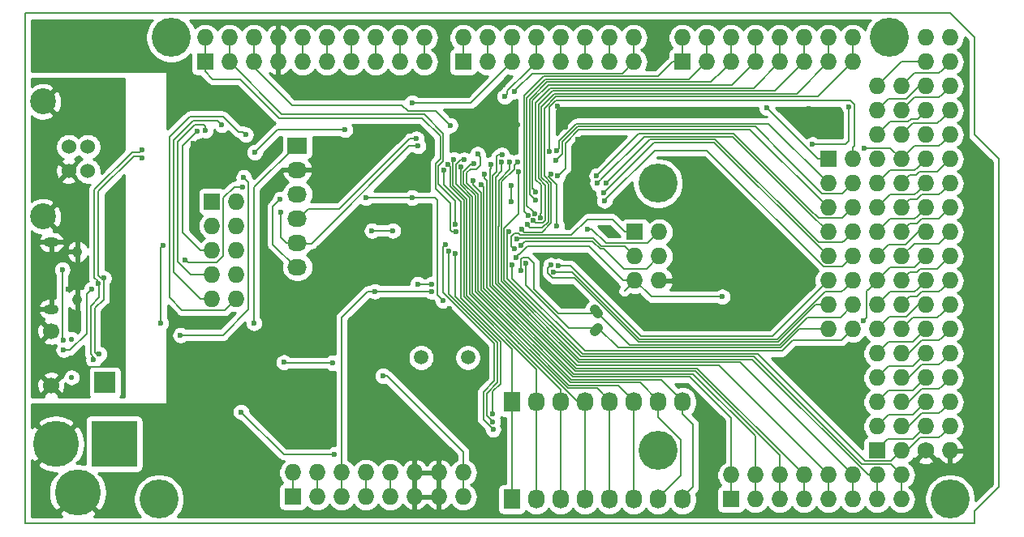
<source format=gbl>
G04 #@! TF.GenerationSoftware,KiCad,Pcbnew,6.0.0-rc1-unknown-9cac0a3~66~ubuntu16.04.1*
G04 #@! TF.CreationDate,2019-01-22T10:57:24+01:00
G04 #@! TF.ProjectId,arduino_mega_all_pins,61726475-696e-46f5-9f6d-6567615f616c,rev?*
G04 #@! TF.SameCoordinates,Original*
G04 #@! TF.FileFunction,Copper,L2,Bot*
G04 #@! TF.FilePolarity,Positive*
%FSLAX46Y46*%
G04 Gerber Fmt 4.6, Leading zero omitted, Abs format (unit mm)*
G04 Created by KiCad (PCBNEW 6.0.0-rc1-unknown-9cac0a3~66~ubuntu16.04.1) date Ut 22. január 2019, 10:57:24 CET*
%MOMM*%
%LPD*%
G04 APERTURE LIST*
%ADD10C,0.150000*%
%ADD11R,1.727200X2.032000*%
%ADD12O,1.727200X2.032000*%
%ADD13C,4.064000*%
%ADD14C,1.727200*%
%ADD15O,1.727200X1.727200*%
%ADD16R,1.727200X1.727200*%
%ADD17R,2.032000X1.727200*%
%ADD18O,2.032000X1.727200*%
%ADD19C,1.524000*%
%ADD20C,2.700020*%
%ADD21O,0.950000X1.250000*%
%ADD22O,1.550000X1.000000*%
%ADD23C,1.700000*%
%ADD24C,0.550000*%
%ADD25R,2.235200X2.235200*%
%ADD26C,4.800600*%
%ADD27R,4.800600X4.800600*%
%ADD28C,1.000760*%
%ADD29C,1.000760*%
%ADD30C,1.501140*%
%ADD31C,0.600000*%
%ADD32C,0.254000*%
G04 APERTURE END LIST*
D10*
X199898000Y-68326000D02*
X202438000Y-70866000D01*
X202438000Y-70866000D02*
X202438000Y-81026000D01*
X202438000Y-81026000D02*
X204978000Y-83566000D01*
X204978000Y-83566000D02*
X204978000Y-117856000D01*
X204978000Y-117856000D02*
X202438000Y-120396000D01*
X202438000Y-120396000D02*
X202438000Y-121666000D01*
X202438000Y-121666000D02*
X103378000Y-121666000D01*
X103378000Y-68326000D02*
X199898000Y-68326000D01*
X103378000Y-121666000D02*
X103378000Y-68326000D01*
D11*
X154178000Y-108966000D03*
D12*
X156718000Y-108966000D03*
X159258000Y-108966000D03*
X161798000Y-108966000D03*
X164338000Y-108966000D03*
X166878000Y-108966000D03*
X169418000Y-108966000D03*
X171958000Y-108966000D03*
D13*
X117348000Y-119126000D03*
D14*
X197358000Y-114046000D03*
D15*
X199898000Y-114046000D03*
X197358000Y-111506000D03*
X199898000Y-111506000D03*
X197358000Y-108966000D03*
X199898000Y-108966000D03*
X197358000Y-106426000D03*
X199898000Y-106426000D03*
X197358000Y-103886000D03*
X199898000Y-103886000D03*
X197358000Y-101346000D03*
X199898000Y-101346000D03*
X197358000Y-98806000D03*
X199898000Y-98806000D03*
X197358000Y-96266000D03*
X199898000Y-96266000D03*
X197358000Y-93726000D03*
X199898000Y-93726000D03*
X197358000Y-91186000D03*
X199898000Y-91186000D03*
X197358000Y-88646000D03*
X199898000Y-88646000D03*
X197358000Y-86106000D03*
X199898000Y-86106000D03*
X197358000Y-83566000D03*
X199898000Y-83566000D03*
X197358000Y-81026000D03*
X199898000Y-81026000D03*
X197358000Y-78486000D03*
X199898000Y-78486000D03*
X197358000Y-75946000D03*
X199898000Y-75946000D03*
X197358000Y-73406000D03*
X199898000Y-73406000D03*
X197358000Y-70866000D03*
X199898000Y-70866000D03*
D13*
X169418000Y-114046000D03*
X199898000Y-119126000D03*
X118618000Y-70866000D03*
X169418000Y-86106000D03*
X193548000Y-70866000D03*
D15*
X149098000Y-116332000D03*
X149098000Y-118872000D03*
X146558000Y-116332000D03*
X146558000Y-118872000D03*
X144018000Y-116332000D03*
X144018000Y-118872000D03*
X141478000Y-116332000D03*
X141478000Y-118872000D03*
X138938000Y-116332000D03*
X138938000Y-118872000D03*
X136398000Y-116332000D03*
X136398000Y-118872000D03*
X133858000Y-116332000D03*
X133858000Y-118872000D03*
X131318000Y-116332000D03*
D16*
X131318000Y-118872000D03*
X177038000Y-119126000D03*
D15*
X177038000Y-116586000D03*
X179578000Y-119126000D03*
X179578000Y-116586000D03*
X182118000Y-119126000D03*
X182118000Y-116586000D03*
X184658000Y-119126000D03*
X184658000Y-116586000D03*
X187198000Y-119126000D03*
X187198000Y-116586000D03*
X189738000Y-119126000D03*
X189738000Y-116586000D03*
X192278000Y-119126000D03*
X192278000Y-116586000D03*
X194818000Y-119126000D03*
X194818000Y-116586000D03*
D16*
X122174000Y-73406000D03*
D15*
X122174000Y-70866000D03*
X124714000Y-73406000D03*
X124714000Y-70866000D03*
X127254000Y-73406000D03*
X127254000Y-70866000D03*
X129794000Y-73406000D03*
X129794000Y-70866000D03*
X132334000Y-73406000D03*
X132334000Y-70866000D03*
X134874000Y-73406000D03*
X134874000Y-70866000D03*
X137414000Y-73406000D03*
X137414000Y-70866000D03*
X139954000Y-73406000D03*
X139954000Y-70866000D03*
X142494000Y-73406000D03*
X142494000Y-70866000D03*
X145034000Y-73406000D03*
X145034000Y-70866000D03*
X189738000Y-70866000D03*
X189738000Y-73406000D03*
X187198000Y-70866000D03*
X187198000Y-73406000D03*
X184658000Y-70866000D03*
X184658000Y-73406000D03*
X182118000Y-70866000D03*
X182118000Y-73406000D03*
X179578000Y-70866000D03*
X179578000Y-73406000D03*
X177038000Y-70866000D03*
X177038000Y-73406000D03*
X174498000Y-70866000D03*
X174498000Y-73406000D03*
X171958000Y-70866000D03*
D16*
X171958000Y-73406000D03*
X167005000Y-91186000D03*
D15*
X169545000Y-91186000D03*
X167005000Y-93726000D03*
X169545000Y-93726000D03*
X167005000Y-96266000D03*
X169545000Y-96266000D03*
D16*
X187185300Y-83578700D03*
D15*
X189725300Y-83578700D03*
X187185300Y-86118700D03*
X189725300Y-86118700D03*
X187185300Y-88658700D03*
X189725300Y-88658700D03*
X187185300Y-91198700D03*
X189725300Y-91198700D03*
X187185300Y-93738700D03*
X189725300Y-93738700D03*
X187185300Y-96278700D03*
X189725300Y-96278700D03*
X187185300Y-98818700D03*
X189725300Y-98818700D03*
X187185300Y-101358700D03*
X189725300Y-101358700D03*
D16*
X192278000Y-114046000D03*
D15*
X194818000Y-114046000D03*
X192278000Y-111506000D03*
X194818000Y-111506000D03*
X192278000Y-108966000D03*
X194818000Y-108966000D03*
X192278000Y-106426000D03*
X194818000Y-106426000D03*
X192278000Y-103886000D03*
X194818000Y-103886000D03*
X192278000Y-101346000D03*
X194818000Y-101346000D03*
X192278000Y-98806000D03*
X194818000Y-98806000D03*
X192278000Y-96266000D03*
X194818000Y-96266000D03*
X192278000Y-93726000D03*
X194818000Y-93726000D03*
X192278000Y-91186000D03*
X194818000Y-91186000D03*
X192278000Y-88646000D03*
X194818000Y-88646000D03*
X192278000Y-86106000D03*
X194818000Y-86106000D03*
X192278000Y-83566000D03*
X194818000Y-83566000D03*
X192278000Y-81026000D03*
X194818000Y-81026000D03*
X192278000Y-78486000D03*
X194818000Y-78486000D03*
X192278000Y-75946000D03*
X194818000Y-75946000D03*
X166878000Y-70866000D03*
X166878000Y-73406000D03*
X164338000Y-70866000D03*
X164338000Y-73406000D03*
X161798000Y-70866000D03*
X161798000Y-73406000D03*
X159258000Y-70866000D03*
X159258000Y-73406000D03*
X156718000Y-70866000D03*
X156718000Y-73406000D03*
X154178000Y-70866000D03*
X154178000Y-73406000D03*
X151638000Y-70866000D03*
X151638000Y-73406000D03*
X149098000Y-70866000D03*
D16*
X149098000Y-73406000D03*
D11*
X154178000Y-119126000D03*
D12*
X156718000Y-119126000D03*
X159258000Y-119126000D03*
X161798000Y-119126000D03*
X164338000Y-119126000D03*
X166878000Y-119126000D03*
X169418000Y-119126000D03*
X171958000Y-119126000D03*
D17*
X131772660Y-82169000D03*
D18*
X131772660Y-84709000D03*
X131772660Y-87249000D03*
X131772660Y-89789000D03*
X131772660Y-92329000D03*
X131772660Y-94869000D03*
D16*
X122882660Y-88011000D03*
D15*
X125422660Y-88011000D03*
X122882660Y-90551000D03*
X125422660Y-90551000D03*
X122882660Y-93091000D03*
X125422660Y-93091000D03*
X122882660Y-95631000D03*
X125422660Y-95631000D03*
X122882660Y-98171000D03*
X125422660Y-98171000D03*
D19*
X109928660Y-82296000D03*
X109928660Y-84836000D03*
X107929680Y-84836000D03*
X107929680Y-82296000D03*
D20*
X105229660Y-77566520D03*
X105229660Y-89565480D03*
D21*
X108824200Y-93257100D03*
X108824200Y-98257100D03*
D22*
X106124200Y-92257100D03*
X106124200Y-99257100D03*
D23*
X106074660Y-101569000D03*
X106074660Y-107219000D03*
D24*
X108224660Y-102394000D03*
X108224660Y-106392980D03*
D25*
X111706660Y-106934000D03*
D26*
X106573320Y-113347500D03*
D27*
X112669320Y-113347500D03*
D26*
X108859320Y-118427500D03*
D28*
X162983066Y-99495766D03*
D29*
X162806155Y-99318855D02*
X163159977Y-99672677D01*
D28*
X162983066Y-101418234D03*
D29*
X163159977Y-101241323D02*
X162806155Y-101595145D01*
D30*
X144696884Y-104309490D03*
X149578764Y-104309490D03*
D31*
X123502660Y-82408000D03*
X124802660Y-83708000D03*
X124802660Y-82408000D03*
X123502660Y-83708000D03*
X121285000Y-86106000D03*
X120904000Y-81915000D03*
X122047000Y-77851000D03*
X129794000Y-74676000D03*
X132207000Y-76962000D03*
X136906000Y-84836000D03*
X136906000Y-93091000D03*
X137033000Y-95504000D03*
X137033000Y-97282000D03*
X137795000Y-100965000D03*
X140081000Y-99822000D03*
X141351000Y-94996000D03*
X143410662Y-88745338D03*
X145923000Y-82296000D03*
X148209000Y-78613000D03*
X154813000Y-80010000D03*
X164465000Y-82550000D03*
X161036000Y-81534000D03*
X159766000Y-80264000D03*
X158929463Y-78033001D03*
X185166000Y-78255640D03*
X124460000Y-110363000D03*
X148971000Y-100838000D03*
X147701000Y-99170000D03*
X148336000Y-107569000D03*
X150241000Y-106426000D03*
X185547000Y-106426000D03*
X179578000Y-89916000D03*
X180467000Y-98425000D03*
X171831000Y-91440000D03*
X171704000Y-89154000D03*
X164338000Y-91440000D03*
X157988000Y-93599000D03*
X160782000Y-98679000D03*
X147271747Y-92502989D03*
X152201880Y-111815880D03*
X141740343Y-91050657D03*
X154664978Y-91914207D03*
X139572998Y-91059000D03*
X153886177Y-91173527D03*
X148289485Y-93434778D03*
X152172267Y-110212731D03*
X154417057Y-92964218D03*
X147581997Y-93185824D03*
X152173052Y-111030446D03*
X155101509Y-92632104D03*
X190881000Y-100432301D03*
X190889054Y-82414946D03*
X154124660Y-86360000D03*
X154124660Y-88010034D03*
X158227248Y-85164471D03*
X143736060Y-87604600D03*
X146987260Y-98354011D03*
X135444720Y-104874060D03*
X130393440Y-104823260D03*
X162088215Y-90907769D03*
X185547000Y-82042000D03*
X189357002Y-78105000D03*
X138938000Y-87630000D03*
X158877000Y-90551000D03*
X140700760Y-106235500D03*
X147087846Y-84735848D03*
X147498020Y-84107935D03*
X148107256Y-83610058D03*
X149194539Y-83646768D03*
X148888021Y-84348774D03*
X150223282Y-84089462D03*
X150587595Y-83071043D03*
X150111460Y-85852000D03*
X150936960Y-86207600D03*
X151327068Y-85141117D03*
X151951421Y-84167958D03*
X153127649Y-83138781D03*
X153117617Y-83888726D03*
X153921460Y-83870800D03*
X154759660Y-83845400D03*
X154877518Y-84871512D03*
X147716147Y-80043673D03*
X145818858Y-96659700D03*
X144327880Y-96659700D03*
X143764000Y-77688440D03*
X153416000Y-77030580D03*
X155760300Y-90435442D03*
X148268999Y-90428615D03*
X155187233Y-90919294D03*
X148336000Y-91195618D03*
X144200880Y-81445100D03*
X144386300Y-82219800D03*
X130048000Y-89154000D03*
X154431998Y-76479400D03*
X155837846Y-89446423D03*
X156566157Y-89267314D03*
X156613858Y-87845900D03*
X156677360Y-87007700D03*
X157159951Y-89725491D03*
X156373497Y-89995283D03*
X127335280Y-82862420D03*
X136779000Y-80518000D03*
X176123600Y-97967800D03*
X145761170Y-97409689D03*
X154594560Y-93853000D03*
X139852400Y-97409689D03*
X125912880Y-110002320D03*
X135679180Y-114449860D03*
X127254000Y-100711000D03*
X117548660Y-100711000D03*
X117801628Y-92583000D03*
X107261660Y-95123000D03*
X107361557Y-102483839D03*
X111571978Y-96018863D03*
X115554179Y-83483000D03*
X111118181Y-103966479D03*
X111452660Y-83693000D03*
X107886660Y-97155000D03*
X112936020Y-87185500D03*
X112758220Y-93662500D03*
X112910620Y-100901500D03*
X113139220Y-104660700D03*
X108618020Y-100850700D03*
X115554179Y-82633000D03*
X110970936Y-96619905D03*
X110517139Y-104567521D03*
X110309660Y-97155000D03*
X107388661Y-103505000D03*
X129994654Y-87757000D03*
X121358660Y-80645000D03*
X122178354Y-80587306D03*
X123898660Y-80000010D03*
X126401008Y-81020660D03*
X158960040Y-85324260D03*
X163754192Y-87099532D03*
X158735029Y-83739721D03*
X163827460Y-87909400D03*
X158832217Y-82698026D03*
X159004000Y-94742000D03*
X158090817Y-82811357D03*
X158532997Y-95353989D03*
X180764180Y-78201520D03*
X158244524Y-94661673D03*
X163027360Y-85318600D03*
X155133902Y-95262147D03*
X163103560Y-86080600D03*
X155661360Y-94475300D03*
X163992560Y-86118700D03*
X126184662Y-85471000D03*
X119580660Y-101981000D03*
X120089692Y-94106994D03*
X126067650Y-86487000D03*
X154217446Y-94660289D03*
D10*
X144018000Y-116332000D02*
X144018000Y-118872000D01*
X146558000Y-116332000D02*
X146558000Y-118872000D01*
X129794000Y-72087314D02*
X129794000Y-73406000D01*
X129794000Y-70866000D02*
X129794000Y-72087314D01*
X121285000Y-82296000D02*
X120904000Y-81915000D01*
X121285000Y-86106000D02*
X121285000Y-82296000D01*
X129794000Y-74676000D02*
X129794000Y-73406000D01*
X132080000Y-76962000D02*
X132207000Y-76962000D01*
X129794000Y-74676000D02*
X132080000Y-76962000D01*
X137033000Y-95504000D02*
X137033000Y-97282000D01*
X138938000Y-99822000D02*
X140081000Y-99822000D01*
X137795000Y-100965000D02*
X138938000Y-99822000D01*
X139446000Y-93091000D02*
X141351000Y-94996000D01*
X136906000Y-93091000D02*
X139446000Y-93091000D01*
X149606000Y-80010000D02*
X154813000Y-80010000D01*
X148209000Y-78613000D02*
X149606000Y-80010000D01*
X162052000Y-82550000D02*
X161036000Y-81534000D01*
X164465000Y-82550000D02*
X162052000Y-82550000D01*
X158929463Y-79427463D02*
X158929463Y-78033001D01*
X159766000Y-80264000D02*
X158929463Y-79427463D01*
X147701000Y-99568000D02*
X147701000Y-99170000D01*
X148971000Y-100838000D02*
X147701000Y-99568000D01*
X149098000Y-107569000D02*
X150241000Y-106426000D01*
X148336000Y-107569000D02*
X149098000Y-107569000D01*
X180467000Y-90805000D02*
X180467000Y-98425000D01*
X179578000Y-89916000D02*
X180467000Y-90805000D01*
X171831000Y-89281000D02*
X171704000Y-89154000D01*
X171831000Y-91440000D02*
X171831000Y-89281000D01*
X157563736Y-93599000D02*
X157226000Y-93936736D01*
X157988000Y-93599000D02*
X157563736Y-93599000D01*
X157226000Y-93936736D02*
X157226000Y-96393000D01*
X159512000Y-98679000D02*
X160782000Y-98679000D01*
X157226000Y-96393000D02*
X159512000Y-98679000D01*
X193390401Y-112857399D02*
X192278000Y-113969800D01*
X192278000Y-113969800D02*
X192278000Y-114046000D01*
X196006601Y-112857399D02*
X193390401Y-112857399D01*
X197358000Y-111506000D02*
X196006601Y-112857399D01*
X147271747Y-92502989D02*
X146971748Y-92802988D01*
X146971748Y-92802988D02*
X146971748Y-97482794D01*
X150852734Y-101363780D02*
X150975060Y-101486106D01*
X146971748Y-97482794D02*
X150852734Y-101363780D01*
X151901881Y-111515881D02*
X152201880Y-111815880D01*
X151178260Y-107894120D02*
X151178260Y-110792260D01*
X150852734Y-101363780D02*
X150852734Y-101370994D01*
X151178260Y-110792260D02*
X151901881Y-111515881D01*
X150852734Y-101370994D02*
X152328880Y-102847140D01*
X152328880Y-106743500D02*
X151178260Y-107894120D01*
X152328880Y-102847140D02*
X152328880Y-106743500D01*
X154788693Y-92028288D02*
X154674612Y-91914207D01*
X154674612Y-91914207D02*
X154664978Y-91914207D01*
X141740343Y-91050657D02*
X139581341Y-91050657D01*
X139581341Y-91050657D02*
X139572998Y-91059000D01*
X162643721Y-91821000D02*
X154758185Y-91821000D01*
X167005000Y-93726000D02*
X165953612Y-92674612D01*
X154758185Y-91821000D02*
X154664978Y-91914207D01*
X165953612Y-92674612D02*
X163497333Y-92674612D01*
X163497333Y-92674612D02*
X162643721Y-91821000D01*
X196805809Y-112694601D02*
X198709399Y-112694601D01*
X195454410Y-114046000D02*
X196805809Y-112694601D01*
X199034401Y-112369599D02*
X199898000Y-111506000D01*
X198709399Y-112694601D02*
X199034401Y-112369599D01*
X194818000Y-114046000D02*
X195454410Y-114046000D01*
X153692436Y-91367268D02*
X153886177Y-91173527D01*
X194818000Y-114046000D02*
X193729399Y-115134601D01*
X191017101Y-115096501D02*
X179852611Y-103932011D01*
X193729399Y-115134601D02*
X191017101Y-115134601D01*
X191017101Y-115134601D02*
X191017101Y-115096501D01*
X179852611Y-103932011D02*
X161568175Y-103932011D01*
X161568175Y-103932011D02*
X153692436Y-96056272D01*
X153692436Y-96056272D02*
X153692436Y-91367268D01*
X193466601Y-110317399D02*
X193141599Y-110642401D01*
X193141599Y-110642401D02*
X192278000Y-111506000D01*
X196006601Y-110317399D02*
X193466601Y-110317399D01*
X197358000Y-108966000D02*
X196006601Y-110317399D01*
X164653599Y-89848199D02*
X165991400Y-91186000D01*
X162059620Y-89848199D02*
X164653599Y-89848199D01*
X165991400Y-91186000D02*
X167005000Y-91186000D01*
X162301461Y-89848199D02*
X162059620Y-89848199D01*
X148289485Y-97938867D02*
X148289485Y-93434778D01*
X152172267Y-110212731D02*
X152172267Y-107867853D01*
X152986740Y-102636122D02*
X148289485Y-97938867D01*
X152172267Y-107867853D02*
X152986740Y-107053380D01*
X152986740Y-107053380D02*
X152986740Y-102636122D01*
X154451703Y-91350887D02*
X154117058Y-91685532D01*
X154117058Y-91685532D02*
X154117058Y-92664219D01*
X162059620Y-89848199D02*
X160386830Y-91520989D01*
X155058398Y-91520989D02*
X154888296Y-91350887D01*
X154888296Y-91350887D02*
X154451703Y-91350887D01*
X160386830Y-91520989D02*
X155058398Y-91520989D01*
X154117058Y-92664219D02*
X154417057Y-92964218D01*
X198709399Y-110154601D02*
X199034401Y-109829599D01*
X196950269Y-110154601D02*
X198709399Y-110154601D01*
X195598870Y-111506000D02*
X196950269Y-110154601D01*
X199034401Y-109829599D02*
X199898000Y-108966000D01*
X194818000Y-111506000D02*
X195598870Y-111506000D01*
X147581997Y-97655658D02*
X147581997Y-93610088D01*
X169545000Y-93726000D02*
X168236900Y-95034100D01*
X147581997Y-93610088D02*
X147581997Y-93185824D01*
X168236900Y-95034100D02*
X166898320Y-95034100D01*
X166898320Y-95034100D02*
X166625770Y-95034100D01*
X151873053Y-110730447D02*
X152173052Y-111030446D01*
X151523799Y-110381193D02*
X151873053Y-110730447D01*
X151234140Y-101307801D02*
X152666700Y-102740361D01*
X151234140Y-101307801D02*
X147581997Y-97655658D01*
X152666700Y-102740361D02*
X152666700Y-106908600D01*
X152666700Y-106908600D02*
X151523799Y-108051501D01*
X151523799Y-109827060D02*
X151523799Y-110381193D01*
X151523799Y-108051501D02*
X151523799Y-109827060D01*
X166898320Y-95034100D02*
X165836404Y-95034100D01*
X163373065Y-92974623D02*
X162600442Y-92202000D01*
X165836404Y-95034100D02*
X163776927Y-92974623D01*
X163776927Y-92974623D02*
X163373065Y-92974623D01*
X155101509Y-92632104D02*
X155448000Y-92285613D01*
X155448000Y-92285613D02*
X155491387Y-92285613D01*
X155575000Y-92202000D02*
X156337000Y-92202000D01*
X155491387Y-92285613D02*
X155575000Y-92202000D01*
X162600442Y-92202000D02*
X156337000Y-92202000D01*
X193141599Y-108102401D02*
X192278000Y-108966000D01*
X196006601Y-107777399D02*
X193466601Y-107777399D01*
X193466601Y-107777399D02*
X193141599Y-108102401D01*
X197358000Y-106426000D02*
X196006601Y-107777399D01*
X199034401Y-107289599D02*
X199898000Y-106426000D01*
X198709399Y-107614601D02*
X199034401Y-107289599D01*
X196950269Y-107614601D02*
X198709399Y-107614601D01*
X195598870Y-108966000D02*
X196950269Y-107614601D01*
X194818000Y-108966000D02*
X195598870Y-108966000D01*
X193466601Y-105237399D02*
X193141599Y-105562401D01*
X196006601Y-105237399D02*
X193466601Y-105237399D01*
X193141599Y-105562401D02*
X192278000Y-106426000D01*
X197358000Y-103886000D02*
X196006601Y-105237399D01*
X199034401Y-104749599D02*
X199898000Y-103886000D01*
X196950269Y-105074601D02*
X198709399Y-105074601D01*
X195598870Y-106426000D02*
X196950269Y-105074601D01*
X198709399Y-105074601D02*
X199034401Y-104749599D01*
X194818000Y-106426000D02*
X195598870Y-106426000D01*
X193141599Y-103022401D02*
X192278000Y-103886000D01*
X193466601Y-102697399D02*
X193141599Y-103022401D01*
X196006601Y-102697399D02*
X193466601Y-102697399D01*
X197358000Y-101346000D02*
X196006601Y-102697399D01*
X199034401Y-102209599D02*
X199898000Y-101346000D01*
X198709399Y-102534601D02*
X199034401Y-102209599D01*
X196950269Y-102534601D02*
X198709399Y-102534601D01*
X195598870Y-103886000D02*
X196950269Y-102534601D01*
X194818000Y-103886000D02*
X195598870Y-103886000D01*
X193535300Y-100088700D02*
X193141599Y-100482401D01*
X195294430Y-100088700D02*
X193535300Y-100088700D01*
X193141599Y-100482401D02*
X192278000Y-101346000D01*
X196577130Y-98806000D02*
X195294430Y-100088700D01*
X197358000Y-98806000D02*
X196577130Y-98806000D01*
X199034401Y-99669599D02*
X199898000Y-98806000D01*
X198546601Y-100157399D02*
X199034401Y-99669599D01*
X196006601Y-100157399D02*
X198546601Y-100157399D01*
X194818000Y-101346000D02*
X196006601Y-100157399D01*
X196494401Y-97129599D02*
X197358000Y-96266000D01*
X193629399Y-97454601D02*
X196169399Y-97454601D01*
X196169399Y-97454601D02*
X196494401Y-97129599D01*
X192278000Y-98806000D02*
X193629399Y-97454601D01*
X199034401Y-97129599D02*
X199898000Y-96266000D01*
X196950269Y-97454601D02*
X198709399Y-97454601D01*
X196462469Y-97942401D02*
X196950269Y-97454601D01*
X198709399Y-97454601D02*
X199034401Y-97129599D01*
X195681599Y-97942401D02*
X196462469Y-97942401D01*
X194818000Y-98806000D02*
X195681599Y-97942401D01*
X193141599Y-95402401D02*
X192278000Y-96266000D01*
X196169399Y-94914601D02*
X193629399Y-94914601D01*
X193629399Y-94914601D02*
X193141599Y-95402401D01*
X197358000Y-93726000D02*
X196169399Y-94914601D01*
X191414401Y-97129599D02*
X192278000Y-96266000D01*
X191180999Y-100132302D02*
X191180999Y-97363001D01*
X191180999Y-97363001D02*
X191414401Y-97129599D01*
X190881000Y-100432301D02*
X191180999Y-100132302D01*
X195681599Y-95402401D02*
X194818000Y-96266000D01*
X199898000Y-93726000D02*
X198546601Y-95077399D01*
X198546601Y-95077399D02*
X196787471Y-95077399D01*
X196787471Y-95077399D02*
X196462469Y-95402401D01*
X196462469Y-95402401D02*
X195681599Y-95402401D01*
X193466601Y-92537399D02*
X193141599Y-92862401D01*
X193141599Y-92862401D02*
X192278000Y-93726000D01*
X195225731Y-92537399D02*
X193466601Y-92537399D01*
X196577130Y-91186000D02*
X195225731Y-92537399D01*
X197358000Y-91186000D02*
X196577130Y-91186000D01*
X199034401Y-92049599D02*
X199898000Y-91186000D01*
X196151500Y-92392500D02*
X198691500Y-92392500D01*
X198691500Y-92392500D02*
X199034401Y-92049599D01*
X194818000Y-93726000D02*
X196151500Y-92392500D01*
X196494401Y-89509599D02*
X197358000Y-88646000D01*
X196169399Y-89834601D02*
X196494401Y-89509599D01*
X193629399Y-89834601D02*
X196169399Y-89834601D01*
X192278000Y-91186000D02*
X193629399Y-89834601D01*
X198709399Y-89834601D02*
X199898000Y-88646000D01*
X195681599Y-90322401D02*
X196462469Y-90322401D01*
X194818000Y-91186000D02*
X195681599Y-90322401D01*
X196462469Y-90322401D02*
X196950269Y-89834601D01*
X196950269Y-89834601D02*
X198709399Y-89834601D01*
X193629399Y-87294601D02*
X196169399Y-87294601D01*
X196494401Y-86969599D02*
X197358000Y-86106000D01*
X196169399Y-87294601D02*
X196494401Y-86969599D01*
X192278000Y-88646000D02*
X193629399Y-87294601D01*
X199034401Y-86969599D02*
X199898000Y-86106000D01*
X196950269Y-87294601D02*
X198709399Y-87294601D01*
X196462469Y-87782401D02*
X196950269Y-87294601D01*
X195681599Y-87782401D02*
X196462469Y-87782401D01*
X198709399Y-87294601D02*
X199034401Y-86969599D01*
X194818000Y-88646000D02*
X195681599Y-87782401D01*
X196494401Y-84429599D02*
X197358000Y-83566000D01*
X196169399Y-84754601D02*
X196494401Y-84429599D01*
X193629399Y-84754601D02*
X196169399Y-84754601D01*
X192278000Y-86106000D02*
X193629399Y-84754601D01*
X195681599Y-85242401D02*
X194818000Y-86106000D01*
X196318009Y-85242401D02*
X195681599Y-85242401D01*
X196673610Y-84886800D02*
X196318009Y-85242401D01*
X198577200Y-84886800D02*
X196673610Y-84886800D01*
X199898000Y-83566000D02*
X198577200Y-84886800D01*
X198709399Y-82214601D02*
X199034401Y-81889599D01*
X199034401Y-81889599D02*
X199898000Y-81026000D01*
X196169399Y-82214601D02*
X198709399Y-82214601D01*
X194818000Y-83566000D02*
X196169399Y-82214601D01*
X193666946Y-82414946D02*
X191313318Y-82414946D01*
X191313318Y-82414946D02*
X190889054Y-82414946D01*
X194818000Y-83566000D02*
X193666946Y-82414946D01*
X195857991Y-79349599D02*
X196494401Y-79349599D01*
X195532989Y-79674601D02*
X195857991Y-79349599D01*
X193629399Y-79674601D02*
X195532989Y-79674601D01*
X196494401Y-79349599D02*
X197358000Y-78486000D01*
X192278000Y-81026000D02*
X193629399Y-79674601D01*
X199034401Y-79349599D02*
X199898000Y-78486000D01*
X196006601Y-79837399D02*
X198546601Y-79837399D01*
X198546601Y-79837399D02*
X199034401Y-79349599D01*
X194818000Y-81026000D02*
X196006601Y-79837399D01*
X196721590Y-75946000D02*
X197358000Y-75946000D01*
X195370191Y-77297399D02*
X196721590Y-75946000D01*
X193466601Y-77297399D02*
X195370191Y-77297399D01*
X192278000Y-78486000D02*
X193466601Y-77297399D01*
X196169399Y-77134601D02*
X198709399Y-77134601D01*
X199034401Y-76809599D02*
X199898000Y-75946000D01*
X198709399Y-77134601D02*
X199034401Y-76809599D01*
X194818000Y-78486000D02*
X196169399Y-77134601D01*
X194818000Y-73406000D02*
X192278000Y-75946000D01*
X197358000Y-73406000D02*
X194818000Y-73406000D01*
X196169399Y-74594601D02*
X198709399Y-74594601D01*
X199034401Y-74269599D02*
X199898000Y-73406000D01*
X198709399Y-74594601D02*
X199034401Y-74269599D01*
X194818000Y-75946000D02*
X196169399Y-74594601D01*
X141478000Y-117553314D02*
X141478000Y-118872000D01*
X141478000Y-116332000D02*
X141478000Y-117553314D01*
X158003318Y-85364160D02*
X158003318Y-85313442D01*
X154124660Y-88010034D02*
X154124660Y-86360000D01*
X158203007Y-85164471D02*
X158227248Y-85164471D01*
X158003318Y-85364160D02*
X158203007Y-85164471D01*
X130444240Y-104874060D02*
X130393440Y-104823260D01*
X135444720Y-104874060D02*
X130444240Y-104874060D01*
X133858000Y-117553314D02*
X133858000Y-118872000D01*
X133858000Y-116332000D02*
X133858000Y-117553314D01*
X162512479Y-90907769D02*
X162088215Y-90907769D01*
X163979312Y-92374601D02*
X162512479Y-90907769D01*
X168356399Y-92374601D02*
X163979312Y-92374601D01*
X169545000Y-91186000D02*
X168356399Y-92374601D01*
X189357002Y-81660998D02*
X189357002Y-78105000D01*
X188976000Y-82042000D02*
X189357002Y-81660998D01*
X185547000Y-82042000D02*
X188976000Y-82042000D01*
X143736060Y-87604600D02*
X138963400Y-87604600D01*
X138963400Y-87604600D02*
X138938000Y-87630000D01*
X143736060Y-87604600D02*
X146151600Y-87604600D01*
X146151600Y-87604600D02*
X146403060Y-87856060D01*
X146687261Y-98054012D02*
X146987260Y-98354011D01*
X146403060Y-87856060D02*
X146403060Y-97769811D01*
X146403060Y-97769811D02*
X146687261Y-98054012D01*
X158877000Y-86237842D02*
X158877000Y-90126736D01*
X158877000Y-90126736D02*
X158877000Y-90551000D01*
X158003318Y-85364160D02*
X158877000Y-86237842D01*
X149098000Y-117553314D02*
X149098000Y-118872000D01*
X149098000Y-116332000D02*
X149098000Y-117553314D01*
X149098000Y-114208476D02*
X149098000Y-115110686D01*
X141125024Y-106235500D02*
X149098000Y-114208476D01*
X149098000Y-115110686D02*
X149098000Y-116332000D01*
X140700760Y-106235500D02*
X141125024Y-106235500D01*
X154178000Y-108966000D02*
X154178000Y-119126000D01*
X154178000Y-107800000D02*
X154178000Y-108966000D01*
X147087846Y-84735848D02*
X147087846Y-86231986D01*
X148861002Y-88005142D02*
X148861002Y-98086111D01*
X154178000Y-103403109D02*
X154178000Y-107800000D01*
X147087846Y-86231986D02*
X148861002Y-88005142D01*
X148861002Y-98086111D02*
X154178000Y-103403109D01*
X156718000Y-117860000D02*
X156718000Y-108966000D01*
X156718000Y-119126000D02*
X156718000Y-117860000D01*
X147723019Y-84332934D02*
X147723019Y-86442880D01*
X149161013Y-87880874D02*
X149161013Y-97961843D01*
X147498020Y-84107935D02*
X147723019Y-84332934D01*
X156718000Y-107800000D02*
X156718000Y-108966000D01*
X156718000Y-105518830D02*
X156718000Y-107800000D01*
X149161013Y-97961843D02*
X156718000Y-105518830D01*
X147723019Y-86442880D02*
X149161013Y-87880874D01*
X159258000Y-118419348D02*
X159258000Y-119126000D01*
X159258000Y-108966000D02*
X159258000Y-118419348D01*
X148023030Y-86318612D02*
X149461024Y-87756606D01*
X148107256Y-83610058D02*
X148023030Y-83694284D01*
X159258000Y-107634551D02*
X159258000Y-107800000D01*
X159258000Y-107800000D02*
X159258000Y-108966000D01*
X148023030Y-83694284D02*
X148023030Y-86318612D01*
X149461024Y-87756606D02*
X149461024Y-97837575D01*
X149461024Y-97837575D02*
X159258000Y-107634551D01*
X161798000Y-117860000D02*
X161798000Y-108966000D01*
X161798000Y-119126000D02*
X161798000Y-117860000D01*
X154854705Y-102806977D02*
X154757120Y-102709392D01*
X161013729Y-108966000D02*
X161798000Y-108966000D01*
X154757120Y-102709392D02*
X161013729Y-108966000D01*
X148847551Y-83646768D02*
X149194539Y-83646768D01*
X148323041Y-84171278D02*
X148847551Y-83646768D01*
X148323041Y-86194344D02*
X148323041Y-84171278D01*
X149761035Y-87632338D02*
X148323041Y-86194344D01*
X149761035Y-97713307D02*
X149761035Y-87632338D01*
X154757120Y-102709392D02*
X149761035Y-97713307D01*
X164338000Y-108966000D02*
X164338000Y-119126000D01*
X164338000Y-108813600D02*
X164338000Y-108966000D01*
X160004150Y-107532143D02*
X163056543Y-107532143D01*
X150061046Y-97589039D02*
X160004150Y-107532143D01*
X150061046Y-87508071D02*
X150061046Y-97589039D01*
X148812450Y-86259475D02*
X150061046Y-87508071D01*
X148888021Y-84348774D02*
X148812450Y-84424345D01*
X148812450Y-84424345D02*
X148812450Y-86259475D01*
X163056543Y-107532143D02*
X164338000Y-108813600D01*
X166878000Y-119126000D02*
X166878000Y-108966000D01*
X155103241Y-102206955D02*
X155019526Y-102123240D01*
X166878000Y-108813600D02*
X166878000Y-108966000D01*
X155019526Y-102123240D02*
X160128418Y-107232132D01*
X160128418Y-107232132D02*
X165296532Y-107232132D01*
X165296532Y-107232132D02*
X166878000Y-108813600D01*
X149913607Y-84089462D02*
X150223282Y-84089462D01*
X150361057Y-97464771D02*
X150361057Y-87383803D01*
X150361057Y-87383803D02*
X149130667Y-86153413D01*
X149130667Y-84872402D02*
X149913607Y-84089462D01*
X155019526Y-102123240D02*
X150361057Y-97464771D01*
X149130667Y-86153413D02*
X149130667Y-84872402D01*
X169418000Y-118973600D02*
X169418000Y-119126000D01*
X171775001Y-116616599D02*
X169418000Y-118973600D01*
X171775001Y-112914639D02*
X171775001Y-116616599D01*
X169418000Y-110557638D02*
X171775001Y-112914639D01*
X169418000Y-108966000D02*
X169418000Y-110557638D01*
X150661068Y-87259535D02*
X150661068Y-97340503D01*
X169418000Y-108813600D02*
X169418000Y-108966000D01*
X150475283Y-84614463D02*
X149823614Y-84614463D01*
X150887594Y-83371042D02*
X150887594Y-84202152D01*
X150587595Y-83071043D02*
X150887594Y-83371042D01*
X149455463Y-84982614D02*
X149455463Y-86053930D01*
X160252686Y-106932121D02*
X167536521Y-106932121D01*
X167536521Y-106932121D02*
X169418000Y-108813600D01*
X149823614Y-84614463D02*
X149455463Y-84982614D01*
X149455463Y-86053930D02*
X150661068Y-87259535D01*
X150887594Y-84202152D02*
X150475283Y-84614463D01*
X150661068Y-97340503D02*
X160252686Y-106932121D01*
X171958000Y-118973600D02*
X171958000Y-119126000D01*
X173071600Y-117860000D02*
X171958000Y-118973600D01*
X173071600Y-111345600D02*
X173071600Y-117860000D01*
X171958000Y-110232000D02*
X173071600Y-111345600D01*
X171958000Y-108966000D02*
X171958000Y-110232000D01*
X155351777Y-101606933D02*
X155248324Y-101503480D01*
X160376954Y-106632110D02*
X169776510Y-106632110D01*
X155248324Y-101503480D02*
X160376954Y-106632110D01*
X171958000Y-108813600D02*
X171958000Y-108966000D01*
X169776510Y-106632110D02*
X171958000Y-108813600D01*
X150961079Y-87125883D02*
X150111460Y-86276264D01*
X150961079Y-97216235D02*
X150961079Y-87125883D01*
X155248324Y-101503480D02*
X150961079Y-97216235D01*
X150111460Y-86276264D02*
X150111460Y-85852000D01*
X177038000Y-118345130D02*
X177038000Y-119126000D01*
X177038000Y-116586000D02*
X177038000Y-118345130D01*
X159920940Y-105751818D02*
X160009110Y-105839988D01*
X160501221Y-106332099D02*
X159920940Y-105751818D01*
X177038000Y-116586000D02*
X177038000Y-110634780D01*
X177038000Y-110634780D02*
X172735319Y-106332099D01*
X172735319Y-106332099D02*
X160501221Y-106332099D01*
X151261090Y-97091968D02*
X151261090Y-86531730D01*
X159920940Y-105751818D02*
X151261090Y-97091968D01*
X151236959Y-86507599D02*
X150936960Y-86207600D01*
X151261090Y-86531730D02*
X151236959Y-86507599D01*
X179578000Y-119126000D02*
X179578000Y-116586000D01*
X179578000Y-115364686D02*
X179578000Y-116586000D01*
X179578000Y-112522000D02*
X179578000Y-115364686D01*
X151327068Y-85565381D02*
X151561101Y-85799414D01*
X151327068Y-85141117D02*
X151327068Y-85565381D01*
X160625490Y-106032088D02*
X173088088Y-106032088D01*
X151561101Y-85799414D02*
X151561101Y-96967699D01*
X173088088Y-106032088D02*
X179578000Y-112522000D01*
X151561101Y-96967699D02*
X160625490Y-106032088D01*
X182118000Y-117807314D02*
X182118000Y-119126000D01*
X182118000Y-116586000D02*
X182118000Y-117807314D01*
X160749758Y-105732077D02*
X151861112Y-96843431D01*
X182118000Y-116586000D02*
X182118000Y-114559080D01*
X173290997Y-105732077D02*
X160749758Y-105732077D01*
X151861112Y-96843431D02*
X151861112Y-90233193D01*
X151892370Y-84651273D02*
X151951421Y-84592222D01*
X182118000Y-114559080D02*
X173290997Y-105732077D01*
X151892370Y-90201935D02*
X151892370Y-84651273D01*
X151861112Y-90233193D02*
X151892370Y-90201935D01*
X151951421Y-84592222D02*
X151951421Y-84167958D01*
X184658000Y-117904686D02*
X184658000Y-116586000D01*
X184658000Y-119126000D02*
X184658000Y-117904686D01*
X152592616Y-84922624D02*
X152192381Y-85322859D01*
X152592616Y-83249550D02*
X152592616Y-84922624D01*
X153127649Y-83138781D02*
X152703385Y-83138781D01*
X152703385Y-83138781D02*
X152592616Y-83249550D01*
X152192381Y-85322859D02*
X152192381Y-90326203D01*
X152192381Y-90326203D02*
X152161123Y-90357461D01*
X152161123Y-90357461D02*
X152161123Y-96719163D01*
X152161123Y-96719163D02*
X160874026Y-105432066D01*
X160874026Y-105432066D02*
X173504066Y-105432066D01*
X173504066Y-105432066D02*
X183794401Y-115722401D01*
X183794401Y-115722401D02*
X184658000Y-116586000D01*
X187198000Y-117807314D02*
X187198000Y-119126000D01*
X187198000Y-116586000D02*
X187198000Y-117807314D01*
X175744055Y-105132055D02*
X186334401Y-115722401D01*
X152492392Y-90450471D02*
X152461134Y-90481729D01*
X153117617Y-83888726D02*
X153117617Y-84821902D01*
X153117617Y-84821902D02*
X152492392Y-85447127D01*
X152492392Y-85447127D02*
X152492392Y-90450471D01*
X152461134Y-90481729D02*
X152461134Y-96594895D01*
X152461134Y-96594895D02*
X160998294Y-105132055D01*
X160998294Y-105132055D02*
X175744055Y-105132055D01*
X186334401Y-115722401D02*
X187198000Y-116586000D01*
X189738000Y-117904686D02*
X189738000Y-116586000D01*
X189738000Y-119126000D02*
X189738000Y-117904686D01*
X156097385Y-99806867D02*
X155900120Y-99609602D01*
X188874401Y-115722401D02*
X189738000Y-116586000D01*
X161122562Y-104832044D02*
X177984044Y-104832044D01*
X155900120Y-99609602D02*
X161122562Y-104832044D01*
X177984044Y-104832044D02*
X188874401Y-115722401D01*
X153921460Y-84295064D02*
X153921460Y-83870800D01*
X152792403Y-90574739D02*
X152792403Y-85810430D01*
X152761145Y-90605997D02*
X152792403Y-90574739D01*
X153921460Y-84681373D02*
X153921460Y-84295064D01*
X152761145Y-96470627D02*
X152761145Y-90605997D01*
X152792403Y-85810430D02*
X153921460Y-84681373D01*
X155900120Y-99609602D02*
X152761145Y-96470627D01*
X192278000Y-117807314D02*
X192278000Y-119126000D01*
X192278000Y-116586000D02*
X192278000Y-117807314D01*
X153061156Y-90730265D02*
X153061156Y-96346355D01*
X161246834Y-104532033D02*
X179266355Y-104532033D01*
X191320322Y-116586000D02*
X192278000Y-116586000D01*
X153092414Y-90699007D02*
X153061156Y-90730265D01*
X153092414Y-85939359D02*
X153092414Y-90699007D01*
X179266355Y-104532033D02*
X191320322Y-116586000D01*
X154421062Y-84183998D02*
X154421062Y-84610711D01*
X154759660Y-83845400D02*
X154421062Y-84183998D01*
X154421062Y-84610711D02*
X153092414Y-85939359D01*
X153061156Y-96346355D02*
X161246834Y-104532033D01*
X194818000Y-117904686D02*
X194818000Y-116586000D01*
X194818000Y-119126000D02*
X194818000Y-117904686D01*
X190655999Y-115497399D02*
X179390623Y-104232022D01*
X154877518Y-85295776D02*
X154877518Y-84871512D01*
X154877518Y-89338182D02*
X154877518Y-85295776D01*
X161371102Y-104232022D02*
X153361167Y-96222087D01*
X153361167Y-90854533D02*
X154877518Y-89338182D01*
X194818000Y-116586000D02*
X193729399Y-115497399D01*
X193729399Y-115497399D02*
X190655999Y-115497399D01*
X179390623Y-104232022D02*
X161371102Y-104232022D01*
X153361167Y-96222087D02*
X153361167Y-90854533D01*
X127254000Y-72184686D02*
X127254000Y-70866000D01*
X127254000Y-73406000D02*
X127254000Y-72184686D01*
X131226560Y-77944980D02*
X127254000Y-73972420D01*
X147716147Y-80043673D02*
X146242294Y-78569820D01*
X127254000Y-73972420D02*
X127254000Y-73406000D01*
X143324580Y-78569820D02*
X142699740Y-77944980D01*
X146242294Y-78569820D02*
X143324580Y-78569820D01*
X142699740Y-77944980D02*
X131226560Y-77944980D01*
X132334000Y-73406000D02*
X132334000Y-70866000D01*
X145394594Y-96659700D02*
X145818858Y-96659700D01*
X144327880Y-96659700D02*
X145394594Y-96659700D01*
X134874000Y-70866000D02*
X134874000Y-73406000D01*
X137414000Y-72184686D02*
X137414000Y-70866000D01*
X137414000Y-73406000D02*
X137414000Y-72184686D01*
X139954000Y-72087314D02*
X139954000Y-73406000D01*
X139954000Y-70866000D02*
X139954000Y-72087314D01*
X142494000Y-72184686D02*
X142494000Y-70866000D01*
X142494000Y-73406000D02*
X142494000Y-72184686D01*
X145034000Y-70866000D02*
X145034000Y-73406000D01*
X149098000Y-72087314D02*
X149098000Y-73406000D01*
X149098000Y-70866000D02*
X149098000Y-72087314D01*
X151638000Y-72087314D02*
X151638000Y-73406000D01*
X151638000Y-70866000D02*
X151638000Y-72087314D01*
X154178000Y-73406000D02*
X154178000Y-70866000D01*
X144188264Y-77688440D02*
X143764000Y-77688440D01*
X149895560Y-77688440D02*
X144188264Y-77688440D01*
X154178000Y-73406000D02*
X149895560Y-77688440D01*
X156718000Y-70866000D02*
X156718000Y-73406000D01*
X155854401Y-74269599D02*
X156718000Y-73406000D01*
X153715999Y-76408001D02*
X155854401Y-74269599D01*
X153715999Y-76730581D02*
X153715999Y-76408001D01*
X153416000Y-77030580D02*
X153715999Y-76730581D01*
X159258000Y-72184686D02*
X159258000Y-70866000D01*
X159258000Y-73406000D02*
X159258000Y-72184686D01*
X161798000Y-72087314D02*
X161798000Y-73406000D01*
X161798000Y-70866000D02*
X161798000Y-72087314D01*
X187198000Y-72184686D02*
X187198000Y-70866000D01*
X187198000Y-73406000D02*
X187198000Y-72184686D01*
X124714000Y-72087314D02*
X124714000Y-73406000D01*
X124714000Y-70866000D02*
X124714000Y-72087314D01*
X187198000Y-73406000D02*
X183870601Y-76733399D01*
X161010600Y-76733399D02*
X160891122Y-76733399D01*
X183870601Y-76733399D02*
X161010600Y-76733399D01*
X156060299Y-90735441D02*
X155760300Y-90435442D01*
X157351300Y-90735441D02*
X156060299Y-90735441D01*
X157984972Y-90101769D02*
X157351300Y-90735441D01*
X157984972Y-86194371D02*
X157984972Y-90101769D01*
X161010600Y-76733399D02*
X158597601Y-76733399D01*
X157240949Y-78090051D02*
X157240949Y-85450348D01*
X158597601Y-76733399D02*
X157240949Y-78090051D01*
X157240949Y-85450348D02*
X157984972Y-86194371D01*
X124714000Y-73406000D02*
X130177829Y-78869829D01*
X130177829Y-78869829D02*
X145016509Y-78869829D01*
X146519900Y-86194900D02*
X148268999Y-87943999D01*
X146975727Y-83808673D02*
X146519900Y-84264500D01*
X147020280Y-83808673D02*
X146975727Y-83808673D01*
X147020280Y-80873600D02*
X147020280Y-83808673D01*
X146519900Y-84264500D02*
X146519900Y-86194900D01*
X145016509Y-78869829D02*
X147020280Y-80873600D01*
X148268999Y-87943999D02*
X148268999Y-90428615D01*
X189738000Y-72087314D02*
X189738000Y-73406000D01*
X189738000Y-70866000D02*
X189738000Y-72087314D01*
X122174000Y-72292400D02*
X122174000Y-70866000D01*
X122174000Y-73406000D02*
X122174000Y-72292400D01*
X189738000Y-73406000D02*
X186110590Y-77033410D01*
X161452560Y-77033410D02*
X161015390Y-77033410D01*
X186110590Y-77033410D02*
X161452560Y-77033410D01*
X157540960Y-85326080D02*
X158284983Y-86070103D01*
X155487232Y-91219293D02*
X155187233Y-90919294D01*
X157291727Y-91219293D02*
X155487232Y-91219293D01*
X158762311Y-77033410D02*
X157540960Y-78254761D01*
X161452560Y-77033410D02*
X158762311Y-77033410D01*
X157540960Y-78254761D02*
X157540960Y-85326080D01*
X158284983Y-86070103D02*
X158284983Y-90226037D01*
X158284983Y-90226037D02*
X157291727Y-91219293D01*
X122174000Y-74419600D02*
X122174000Y-73406000D01*
X147911736Y-91195618D02*
X147743998Y-91027880D01*
X146715480Y-81198720D02*
X144782540Y-79265780D01*
X147743998Y-91027880D02*
X147743998Y-88222002D01*
X122976500Y-75222100D02*
X122174000Y-74419600D01*
X148336000Y-91195618D02*
X147911736Y-91195618D01*
X147743998Y-88222002D02*
X146219890Y-86697894D01*
X144782540Y-79265780D02*
X129852420Y-79265780D01*
X129852420Y-79265780D02*
X125808740Y-75222100D01*
X146219890Y-86697894D02*
X146219890Y-84020950D01*
X146219890Y-84020950D02*
X146715480Y-83525360D01*
X125808740Y-75222100D02*
X122976500Y-75222100D01*
X146715480Y-83525360D02*
X146715480Y-81198720D01*
X131318000Y-118872000D02*
X131318000Y-116332000D01*
X164338000Y-72184686D02*
X164338000Y-70866000D01*
X164338000Y-73406000D02*
X164338000Y-72184686D01*
X144200880Y-81445100D02*
X143520160Y-81445100D01*
X131925060Y-89789000D02*
X131772660Y-89789000D01*
X136189860Y-88775400D02*
X132938660Y-88775400D01*
X143520160Y-81445100D02*
X136189860Y-88775400D01*
X132938660Y-88775400D02*
X131925060Y-89789000D01*
X166878000Y-72087314D02*
X166878000Y-73406000D01*
X166878000Y-70866000D02*
X166878000Y-72087314D01*
X131925060Y-92329000D02*
X131772660Y-92329000D01*
X143428720Y-82219800D02*
X133248400Y-92400120D01*
X133248400Y-92400120D02*
X131996180Y-92400120D01*
X131996180Y-92400120D02*
X131925060Y-92329000D01*
X144386300Y-82219800D02*
X143428720Y-82219800D01*
X130606660Y-92329000D02*
X131772660Y-92329000D01*
X130048000Y-91770340D02*
X130606660Y-92329000D01*
X130048000Y-89154000D02*
X130048000Y-91770340D01*
X154731997Y-76179401D02*
X154431998Y-76479400D01*
X166878000Y-73406000D02*
X165656260Y-74627740D01*
X165656260Y-74627740D02*
X156283658Y-74627740D01*
X156283658Y-74627740D02*
X154731997Y-76179401D01*
X171958000Y-72292400D02*
X171958000Y-70866000D01*
X171958000Y-73406000D02*
X171958000Y-72292400D01*
X171958000Y-73406000D02*
X170944400Y-73406000D01*
X170944400Y-73406000D02*
X169417067Y-74933333D01*
X160256220Y-74933333D02*
X160145514Y-74933333D01*
X169417067Y-74933333D02*
X160256220Y-74933333D01*
X155537847Y-89146424D02*
X155837846Y-89446423D01*
X155440883Y-76969117D02*
X155440883Y-89049460D01*
X160256220Y-74933333D02*
X157476667Y-74933333D01*
X157476667Y-74933333D02*
X155440883Y-76969117D01*
X155440883Y-89049460D02*
X155537847Y-89146424D01*
X174498000Y-72087314D02*
X174498000Y-73406000D01*
X174498000Y-70866000D02*
X174498000Y-72087314D01*
X174498000Y-73406000D02*
X172670656Y-75233344D01*
X172670656Y-75233344D02*
X160380680Y-75233344D01*
X160380680Y-75233344D02*
X160269782Y-75233344D01*
X156266158Y-88967315D02*
X156566157Y-89267314D01*
X160380680Y-75233344D02*
X157684656Y-75233344D01*
X157684656Y-75233344D02*
X155740894Y-77177106D01*
X155740894Y-77177106D02*
X155740894Y-88442051D01*
X155740894Y-88442051D02*
X156266158Y-88967315D01*
X177038000Y-73406000D02*
X177038000Y-70866000D01*
X156613858Y-87845900D02*
X156040905Y-87272947D01*
X156040905Y-87272947D02*
X156040905Y-77341816D01*
X174910645Y-75533355D02*
X176174401Y-74269599D01*
X156040905Y-77341816D02*
X157849366Y-75533355D01*
X176174401Y-74269599D02*
X177038000Y-73406000D01*
X157849366Y-75533355D02*
X174910645Y-75533355D01*
X179578000Y-72087314D02*
X179578000Y-73406000D01*
X179578000Y-70866000D02*
X179578000Y-72087314D01*
X156340916Y-86671256D02*
X156377361Y-86707701D01*
X179578000Y-73406000D02*
X177150634Y-75833366D01*
X177150634Y-75833366D02*
X157973634Y-75833366D01*
X156377361Y-86707701D02*
X156677360Y-87007700D01*
X157973634Y-75833366D02*
X156340916Y-77466084D01*
X156340916Y-77466084D02*
X156340916Y-86671256D01*
X182118000Y-72184686D02*
X182118000Y-70866000D01*
X182118000Y-73406000D02*
X182118000Y-72184686D01*
X182118000Y-73406000D02*
X179390623Y-76133377D01*
X160825180Y-76133377D02*
X160642586Y-76133377D01*
X179390623Y-76133377D02*
X160825180Y-76133377D01*
X157159951Y-89301227D02*
X157159951Y-89725491D01*
X157215061Y-89246117D02*
X157159951Y-89301227D01*
X157215061Y-86273019D02*
X157215061Y-89246117D01*
X160825180Y-76133377D02*
X158181623Y-76133377D01*
X158181623Y-76133377D02*
X156640927Y-77674073D01*
X156640927Y-77674073D02*
X156640927Y-85698884D01*
X156640927Y-85698884D02*
X157215061Y-86273019D01*
X184658000Y-72087314D02*
X184658000Y-73406000D01*
X184658000Y-70866000D02*
X184658000Y-72087314D01*
X184658000Y-73406000D02*
X181630612Y-76433388D01*
X181630612Y-76433388D02*
X160982660Y-76433388D01*
X160982660Y-76433388D02*
X160766854Y-76433388D01*
X156628715Y-90250501D02*
X156373497Y-89995283D01*
X157684961Y-86318639D02*
X157684961Y-89977501D01*
X156940938Y-85574616D02*
X157684961Y-86318639D01*
X156940938Y-77882062D02*
X156940938Y-85574616D01*
X160982660Y-76433388D02*
X159329412Y-76433388D01*
X158389608Y-76433392D02*
X156940938Y-77882062D01*
X157684961Y-89977501D02*
X157411961Y-90250501D01*
X159329412Y-76433388D02*
X159329408Y-76433392D01*
X157411961Y-90250501D02*
X156628715Y-90250501D01*
X159329408Y-76433392D02*
X158389608Y-76433392D01*
X136354736Y-80518000D02*
X136779000Y-80518000D01*
X127335280Y-82862420D02*
X129679700Y-80518000D01*
X129679700Y-80518000D02*
X136354736Y-80518000D01*
X136398000Y-117650686D02*
X136398000Y-116332000D01*
X136398000Y-118872000D02*
X136398000Y-117650686D01*
X168706800Y-97967800D02*
X167005000Y-96266000D01*
X176123600Y-97967800D02*
X168706800Y-97967800D01*
X145709681Y-97358200D02*
X145761170Y-97409689D01*
X166141401Y-97129599D02*
X167005000Y-96266000D01*
X165916399Y-97354601D02*
X166141401Y-97129599D01*
X136398000Y-116332000D02*
X136398000Y-100114100D01*
X136398000Y-100114100D02*
X139102411Y-97409689D01*
X139102411Y-97409689D02*
X139852400Y-97409689D01*
X139852400Y-97409689D02*
X145761170Y-97409689D01*
X162227686Y-92710000D02*
X165783686Y-96266000D01*
X165783686Y-96266000D02*
X167005000Y-96266000D01*
X154594560Y-93853000D02*
X154894559Y-93553001D01*
X154985999Y-93553001D02*
X155829000Y-92710000D01*
X154894559Y-93553001D02*
X154985999Y-93553001D01*
X155829000Y-92710000D02*
X162227686Y-92710000D01*
X138938000Y-117553314D02*
X138938000Y-118872000D01*
X138938000Y-116332000D02*
X138938000Y-117553314D01*
X135254916Y-114449860D02*
X135679180Y-114449860D01*
X125912880Y-110002320D02*
X130360420Y-114449860D01*
X130360420Y-114449860D02*
X135254916Y-114449860D01*
X131620260Y-82169000D02*
X127254000Y-86535260D01*
X127254000Y-86535260D02*
X127254000Y-100711000D01*
X131772660Y-82169000D02*
X131620260Y-82169000D01*
X117548660Y-92835968D02*
X117801628Y-92583000D01*
X117548660Y-100711000D02*
X117548660Y-92835968D01*
X107261660Y-95123000D02*
X107261660Y-102383942D01*
X107261660Y-102383942D02*
X107361557Y-102483839D01*
X111289135Y-96018863D02*
X111042660Y-95772388D01*
X111571978Y-96018863D02*
X111289135Y-96018863D01*
X111042660Y-95772388D02*
X111042660Y-86961200D01*
X111042660Y-86961200D02*
X114720860Y-83283000D01*
X115354179Y-83283000D02*
X114720860Y-83283000D01*
X115554179Y-83483000D02*
X115354179Y-83283000D01*
X111571978Y-98242882D02*
X110661660Y-99153200D01*
X111571978Y-96018863D02*
X111571978Y-98242882D01*
X110835338Y-103966479D02*
X111118181Y-103966479D01*
X110661660Y-103792801D02*
X110835338Y-103966479D01*
X110661660Y-99153200D02*
X110661660Y-103792801D01*
X108186659Y-96855001D02*
X108450659Y-96855001D01*
X107886660Y-97155000D02*
X108186659Y-96855001D01*
X108450659Y-96855001D02*
X108496658Y-96901000D01*
X108496658Y-96901000D02*
X108658660Y-96901000D01*
X108658660Y-96901000D02*
X108912660Y-97155000D01*
X108824200Y-97243460D02*
X108824200Y-98257100D01*
X108912660Y-97155000D02*
X108824200Y-97243460D01*
X112936020Y-93484700D02*
X112758220Y-93662500D01*
X112936020Y-87185500D02*
X112936020Y-93484700D01*
X112910620Y-104432100D02*
X113139220Y-104660700D01*
X112910620Y-100901500D02*
X112910620Y-104432100D01*
X113139220Y-104660700D02*
X112123220Y-104660700D01*
X112123220Y-104660700D02*
X111488220Y-105295700D01*
X111488220Y-105295700D02*
X107627420Y-105295700D01*
X107627420Y-105295700D02*
X107170220Y-105752900D01*
X107170220Y-106123440D02*
X106074660Y-107219000D01*
X107170220Y-105752900D02*
X107170220Y-106123440D01*
X110970936Y-96337062D02*
X110592660Y-95958786D01*
X110592660Y-95958786D02*
X110592660Y-86774800D01*
X115554179Y-82633000D02*
X115354179Y-82833000D01*
X110970936Y-96619905D02*
X110970936Y-96337062D01*
X115354179Y-82833000D02*
X114534460Y-82833000D01*
X110592660Y-86774800D02*
X114534460Y-82833000D01*
X111121978Y-96770947D02*
X111121978Y-98056482D01*
X110970936Y-96619905D02*
X111121978Y-96770947D01*
X111121978Y-98056482D02*
X110211660Y-98966800D01*
X110517139Y-104284678D02*
X110517139Y-104567521D01*
X110211660Y-98966800D02*
X110211660Y-103979199D01*
X110211660Y-103979199D02*
X110517139Y-104284678D01*
X110309660Y-97155000D02*
X109786650Y-97678010D01*
X109786650Y-101785274D02*
X108066924Y-103505000D01*
X109786650Y-97678010D02*
X109786650Y-101785274D01*
X108066924Y-103505000D02*
X107812925Y-103505000D01*
X107812925Y-103505000D02*
X107388661Y-103505000D01*
X131772660Y-94869000D02*
X131620260Y-94869000D01*
X131620260Y-94869000D02*
X129232660Y-92481400D01*
X129694655Y-88056999D02*
X129994654Y-87757000D01*
X129232660Y-92481400D02*
X129232660Y-88518994D01*
X129232660Y-88518994D02*
X129694655Y-88056999D01*
X121661346Y-93091000D02*
X119834660Y-91264314D01*
X122882660Y-93091000D02*
X121661346Y-93091000D01*
X119834660Y-82169000D02*
X121358660Y-80645000D01*
X119834660Y-91264314D02*
X119834660Y-82169000D01*
X121058658Y-80019998D02*
X122035310Y-80019998D01*
X119326660Y-81751996D02*
X121058658Y-80019998D01*
X122882660Y-95631000D02*
X120687656Y-95631000D01*
X119326660Y-94270004D02*
X119326660Y-81751996D01*
X122035310Y-80019998D02*
X122178354Y-80163042D01*
X122178354Y-80163042D02*
X122178354Y-80587306D01*
X120687656Y-95631000D02*
X119326660Y-94270004D01*
X120872258Y-79569987D02*
X123468637Y-79569987D01*
X122882660Y-98171000D02*
X121661346Y-98171000D01*
X123468637Y-79569987D02*
X123598661Y-79700011D01*
X118876649Y-95386303D02*
X118876649Y-81565596D01*
X123598661Y-79700011D02*
X123898660Y-80000010D01*
X118876649Y-81565596D02*
X120872258Y-79569987D01*
X121661346Y-98171000D02*
X118876649Y-95386303D01*
X125625321Y-80720661D02*
X126101009Y-80720661D01*
X124024636Y-79119976D02*
X125625321Y-80720661D01*
X120560269Y-79119976D02*
X124024636Y-79119976D01*
X118426638Y-81253607D02*
X120560269Y-79119976D01*
X125422660Y-98171000D02*
X124234059Y-99359601D01*
X119753261Y-99359601D02*
X118426638Y-98032978D01*
X118426638Y-98032978D02*
X118426638Y-81253607D01*
X126101009Y-80720661D02*
X126401008Y-81020660D01*
X124234059Y-99359601D02*
X119753261Y-99359601D01*
X179009622Y-80483022D02*
X161157534Y-80483022D01*
X187185300Y-88658700D02*
X179009622Y-80483022D01*
X159732238Y-81908318D02*
X159732238Y-83166791D01*
X161157534Y-80483022D02*
X159732238Y-81908318D01*
X159260039Y-85024261D02*
X158960040Y-85324260D01*
X159732238Y-83166791D02*
X159732236Y-84552064D01*
X159732236Y-84552064D02*
X159260039Y-85024261D01*
X175260000Y-81813400D02*
X186321701Y-92875101D01*
X169040324Y-81813400D02*
X175260000Y-81813400D01*
X163754192Y-87099532D02*
X169040324Y-81813400D01*
X186321701Y-92875101D02*
X187185300Y-93738700D01*
X159432227Y-83042523D02*
X159035028Y-83439722D01*
X189725300Y-86118700D02*
X188636699Y-87207301D01*
X182865633Y-83513533D02*
X182865633Y-83505913D01*
X159432227Y-81784051D02*
X159432227Y-83042523D01*
X179542731Y-80183011D02*
X161033267Y-80183011D01*
X159035028Y-83439722D02*
X158735029Y-83739721D01*
X182865633Y-83505913D02*
X179542731Y-80183011D01*
X186559401Y-87207301D02*
X182865633Y-83513533D01*
X161033267Y-80183011D02*
X159432227Y-81784051D01*
X188636699Y-87207301D02*
X186559401Y-87207301D01*
X186662771Y-94827301D02*
X174502310Y-82666840D01*
X169070020Y-82666840D02*
X164127459Y-87609401D01*
X188636699Y-94827301D02*
X186662771Y-94827301D01*
X164127459Y-87609401D02*
X163827460Y-87909400D01*
X189725300Y-93738700D02*
X188636699Y-94827301D01*
X174502310Y-82666840D02*
X169070020Y-82666840D01*
X159132216Y-81659784D02*
X159132216Y-82398027D01*
X160909000Y-79883000D02*
X159132216Y-81659784D01*
X187185300Y-86118700D02*
X180949600Y-79883000D01*
X180949600Y-79883000D02*
X160909000Y-79883000D01*
X159132216Y-82398027D02*
X158832217Y-82698026D01*
X181356000Y-102108000D02*
X167683272Y-102108000D01*
X167683272Y-102108000D02*
X160317272Y-94742000D01*
X160317272Y-94742000D02*
X159428264Y-94742000D01*
X159428264Y-94742000D02*
X159004000Y-94742000D01*
X187185300Y-96278700D02*
X181356000Y-102108000D01*
X158090817Y-78129183D02*
X158090817Y-82387093D01*
X189484544Y-77455538D02*
X158764462Y-77455538D01*
X189882004Y-82200682D02*
X189882004Y-77852998D01*
X189882004Y-77852998D02*
X189484544Y-77455538D01*
X158764462Y-77455538D02*
X158090817Y-78129183D01*
X189725300Y-82357386D02*
X189882004Y-82200682D01*
X189725300Y-83578700D02*
X189725300Y-82357386D01*
X158090817Y-82387093D02*
X158090817Y-82811357D01*
X181861268Y-102408011D02*
X186847579Y-97421700D01*
X160461711Y-95353989D02*
X167515732Y-102408011D01*
X186847579Y-97421700D02*
X188582300Y-97421700D01*
X188582300Y-97421700D02*
X188861701Y-97142299D01*
X167515732Y-102408011D02*
X181861268Y-102408011D01*
X158532997Y-95353989D02*
X160461711Y-95353989D01*
X188861701Y-97142299D02*
X189725300Y-96278700D01*
X187185300Y-83578700D02*
X186141360Y-83578700D01*
X186141360Y-83578700D02*
X181064179Y-78501519D01*
X181064179Y-78501519D02*
X180764180Y-78201520D01*
X157944525Y-94961672D02*
X158244524Y-94661673D01*
X185874858Y-98818700D02*
X181985536Y-102708022D01*
X157944525Y-95513744D02*
X157944525Y-94961672D01*
X187185300Y-98818700D02*
X185874858Y-98818700D01*
X167391464Y-102708022D02*
X160710640Y-96027196D01*
X158457977Y-96027196D02*
X157944525Y-95513744D01*
X181985536Y-102708022D02*
X167391464Y-102708022D01*
X160710640Y-96027196D02*
X158457977Y-96027196D01*
X189725300Y-88658700D02*
X188636699Y-89747301D01*
X188636699Y-89747301D02*
X186158180Y-89747301D01*
X163327359Y-85018601D02*
X163027360Y-85318600D01*
X163949671Y-84396289D02*
X163327359Y-85018601D01*
X185282840Y-88871961D02*
X185125168Y-88714289D01*
X186158180Y-89747301D02*
X185282840Y-88871961D01*
X163027360Y-85318600D02*
X167432593Y-80913367D01*
X167432593Y-80913367D02*
X177324246Y-80913367D01*
X177324246Y-80913367D02*
X185282840Y-88871961D01*
X188442600Y-100101400D02*
X185016436Y-100101400D01*
X182109804Y-103008033D02*
X166495333Y-103008033D01*
X189725300Y-98818700D02*
X188442600Y-100101400D01*
X185016436Y-100101400D02*
X182109804Y-103008033D01*
X166495333Y-103008033D02*
X163195000Y-99707700D01*
X159016700Y-99707700D02*
X163195000Y-99707700D01*
X155317597Y-93874099D02*
X155862561Y-93874099D01*
X155133902Y-94057794D02*
X155317597Y-93874099D01*
X155862561Y-93874099D02*
X156476462Y-94488000D01*
X156476462Y-94488000D02*
X156476462Y-97167462D01*
X156476462Y-97167462D02*
X159016700Y-99707700D01*
X155133902Y-95262147D02*
X155133902Y-94057794D01*
X187185300Y-91198700D02*
X185171080Y-89184480D01*
X185171080Y-89184480D02*
X185000900Y-89014300D01*
X177199978Y-81213378D02*
X167970782Y-81213378D01*
X185171080Y-89184480D02*
X177199978Y-81213378D01*
X163403559Y-85780601D02*
X163103560Y-86080600D01*
X167970782Y-81213378D02*
X163403559Y-85780601D01*
X185963986Y-101358700D02*
X187185300Y-101358700D01*
X163195000Y-101206300D02*
X165296744Y-103308044D01*
X182234072Y-103308044D02*
X184183416Y-101358700D01*
X165296744Y-103308044D02*
X182234072Y-103308044D01*
X184183416Y-101358700D02*
X185963986Y-101358700D01*
X160091021Y-101206300D02*
X163195000Y-101206300D01*
X155661360Y-94475300D02*
X155661360Y-96776639D01*
X155661360Y-96776639D02*
X160091021Y-101206300D01*
X168597871Y-81513389D02*
X175384268Y-81513389D01*
X188636699Y-92287301D02*
X188861701Y-92062299D01*
X175384268Y-81513389D02*
X186158179Y-92287301D01*
X188861701Y-92062299D02*
X189725300Y-91198700D01*
X163992560Y-86118700D02*
X168597871Y-81513389D01*
X186158179Y-92287301D02*
X188636699Y-92287301D01*
X124015662Y-101981000D02*
X120004924Y-101981000D01*
X126692660Y-99304002D02*
X124015662Y-101981000D01*
X126692660Y-85978998D02*
X126692660Y-99304002D01*
X120004924Y-101981000D02*
X119580660Y-101981000D01*
X126184662Y-85471000D02*
X126692660Y-85978998D01*
X120089692Y-94106994D02*
X120389691Y-94406993D01*
X120389691Y-94406993D02*
X123344667Y-94406993D01*
X124071261Y-87603269D02*
X125187530Y-86487000D01*
X125187530Y-86487000D02*
X125643386Y-86487000D01*
X125643386Y-86487000D02*
X126067650Y-86487000D01*
X124071261Y-93680399D02*
X124071261Y-87603269D01*
X123344667Y-94406993D02*
X124071261Y-93680399D01*
X188595000Y-102489000D02*
X189725300Y-101358700D01*
X183515000Y-102489000D02*
X188595000Y-102489000D01*
X154217446Y-94660289D02*
X154217446Y-96051446D01*
X154217446Y-96051446D02*
X161798000Y-103632000D01*
X161798000Y-103632000D02*
X182372000Y-103632000D01*
X182372000Y-103632000D02*
X183515000Y-102489000D01*
D32*
G36*
X113738660Y-108458000D02*
G01*
X113312199Y-108458000D01*
X113354797Y-108406094D01*
X113413762Y-108295780D01*
X113450072Y-108176082D01*
X113462332Y-108051600D01*
X113462332Y-105816400D01*
X113450072Y-105691918D01*
X113413762Y-105572220D01*
X113354797Y-105461906D01*
X113275445Y-105365215D01*
X113178754Y-105285863D01*
X113068440Y-105226898D01*
X112948742Y-105190588D01*
X112824260Y-105178328D01*
X111228622Y-105178328D01*
X111243401Y-105163549D01*
X111345725Y-105010410D01*
X111408798Y-104858138D01*
X111561070Y-104795065D01*
X111714209Y-104692741D01*
X111844443Y-104562507D01*
X111946767Y-104409368D01*
X112017249Y-104239208D01*
X112053181Y-104058568D01*
X112053181Y-103874390D01*
X112017249Y-103693750D01*
X111946767Y-103523590D01*
X111844443Y-103370451D01*
X111714209Y-103240217D01*
X111561070Y-103137893D01*
X111390910Y-103067411D01*
X111371660Y-103063582D01*
X111371660Y-99447291D01*
X112049362Y-98769590D01*
X112076453Y-98747357D01*
X112165178Y-98639245D01*
X112231106Y-98515902D01*
X112271705Y-98382066D01*
X112281978Y-98277759D01*
X112281978Y-98277758D01*
X112285413Y-98242883D01*
X112281978Y-98208008D01*
X112281978Y-96631153D01*
X112298240Y-96614891D01*
X112400564Y-96461752D01*
X112471046Y-96291592D01*
X112506978Y-96110952D01*
X112506978Y-95926774D01*
X112471046Y-95746134D01*
X112400564Y-95575974D01*
X112298240Y-95422835D01*
X112168006Y-95292601D01*
X112014867Y-95190277D01*
X111844707Y-95119795D01*
X111752660Y-95101485D01*
X111752660Y-87255291D01*
X113738660Y-85269292D01*
X113738660Y-108458000D01*
X113738660Y-108458000D01*
G37*
X113738660Y-108458000D02*
X113312199Y-108458000D01*
X113354797Y-108406094D01*
X113413762Y-108295780D01*
X113450072Y-108176082D01*
X113462332Y-108051600D01*
X113462332Y-105816400D01*
X113450072Y-105691918D01*
X113413762Y-105572220D01*
X113354797Y-105461906D01*
X113275445Y-105365215D01*
X113178754Y-105285863D01*
X113068440Y-105226898D01*
X112948742Y-105190588D01*
X112824260Y-105178328D01*
X111228622Y-105178328D01*
X111243401Y-105163549D01*
X111345725Y-105010410D01*
X111408798Y-104858138D01*
X111561070Y-104795065D01*
X111714209Y-104692741D01*
X111844443Y-104562507D01*
X111946767Y-104409368D01*
X112017249Y-104239208D01*
X112053181Y-104058568D01*
X112053181Y-103874390D01*
X112017249Y-103693750D01*
X111946767Y-103523590D01*
X111844443Y-103370451D01*
X111714209Y-103240217D01*
X111561070Y-103137893D01*
X111390910Y-103067411D01*
X111371660Y-103063582D01*
X111371660Y-99447291D01*
X112049362Y-98769590D01*
X112076453Y-98747357D01*
X112165178Y-98639245D01*
X112231106Y-98515902D01*
X112271705Y-98382066D01*
X112281978Y-98277759D01*
X112281978Y-98277758D01*
X112285413Y-98242883D01*
X112281978Y-98208008D01*
X112281978Y-96631153D01*
X112298240Y-96614891D01*
X112400564Y-96461752D01*
X112471046Y-96291592D01*
X112506978Y-96110952D01*
X112506978Y-95926774D01*
X112471046Y-95746134D01*
X112400564Y-95575974D01*
X112298240Y-95422835D01*
X112168006Y-95292601D01*
X112014867Y-95190277D01*
X111844707Y-95119795D01*
X111752660Y-95101485D01*
X111752660Y-87255291D01*
X113738660Y-85269292D01*
X113738660Y-108458000D01*
G36*
X113738660Y-82624708D02*
G01*
X111309740Y-85053629D01*
X111325660Y-84973592D01*
X111325660Y-84698408D01*
X111271974Y-84428510D01*
X111166665Y-84174273D01*
X111013780Y-83945465D01*
X110819195Y-83750880D01*
X110590387Y-83597995D01*
X110513145Y-83566000D01*
X110590387Y-83534005D01*
X110819195Y-83381120D01*
X111013780Y-83186535D01*
X111166665Y-82957727D01*
X111271974Y-82703490D01*
X111325660Y-82433592D01*
X111325660Y-82158408D01*
X111271974Y-81888510D01*
X111166665Y-81634273D01*
X111013780Y-81405465D01*
X110819195Y-81210880D01*
X110590387Y-81057995D01*
X110336150Y-80952686D01*
X110066252Y-80899000D01*
X109791068Y-80899000D01*
X109521170Y-80952686D01*
X109266933Y-81057995D01*
X109038125Y-81210880D01*
X108929170Y-81319835D01*
X108820215Y-81210880D01*
X108591407Y-81057995D01*
X108337170Y-80952686D01*
X108067272Y-80899000D01*
X107792088Y-80899000D01*
X107522190Y-80952686D01*
X107267953Y-81057995D01*
X107039145Y-81210880D01*
X106844560Y-81405465D01*
X106691675Y-81634273D01*
X106586366Y-81888510D01*
X106532680Y-82158408D01*
X106532680Y-82433592D01*
X106586366Y-82703490D01*
X106691675Y-82957727D01*
X106844560Y-83186535D01*
X107039145Y-83381120D01*
X107267953Y-83534005D01*
X107339623Y-83563692D01*
X107326657Y-83568364D01*
X107210700Y-83630344D01*
X107143720Y-83870435D01*
X107929680Y-84656395D01*
X108715640Y-83870435D01*
X108648660Y-83630344D01*
X108512920Y-83566515D01*
X108591407Y-83534005D01*
X108820215Y-83381120D01*
X108929170Y-83272165D01*
X109038125Y-83381120D01*
X109266933Y-83534005D01*
X109344175Y-83566000D01*
X109266933Y-83597995D01*
X109038125Y-83750880D01*
X108843540Y-83945465D01*
X108690655Y-84174273D01*
X108633833Y-84311452D01*
X108109285Y-84836000D01*
X108633833Y-85360548D01*
X108690655Y-85497727D01*
X108843540Y-85726535D01*
X109038125Y-85921120D01*
X109266933Y-86074005D01*
X109521170Y-86179314D01*
X109791068Y-86233000D01*
X110066252Y-86233000D01*
X110146289Y-86217080D01*
X110115277Y-86248092D01*
X110088186Y-86270325D01*
X110065953Y-86297416D01*
X109999461Y-86378437D01*
X109933532Y-86501781D01*
X109892934Y-86635616D01*
X109879225Y-86774800D01*
X109882661Y-86809685D01*
X109882660Y-92776987D01*
X109874786Y-92744034D01*
X109783769Y-92546051D01*
X109655876Y-92369629D01*
X109496022Y-92221547D01*
X109310350Y-92107497D01*
X109122138Y-92037832D01*
X108951200Y-92164366D01*
X108951200Y-93130100D01*
X108971200Y-93130100D01*
X108971200Y-93384100D01*
X108951200Y-93384100D01*
X108951200Y-94349834D01*
X109122138Y-94476368D01*
X109310350Y-94406703D01*
X109496022Y-94292653D01*
X109655876Y-94144571D01*
X109783769Y-93968149D01*
X109874786Y-93770166D01*
X109882660Y-93737214D01*
X109882660Y-95923911D01*
X109879225Y-95958786D01*
X109882660Y-95993661D01*
X109882660Y-95993662D01*
X109892933Y-96097969D01*
X109933532Y-96231805D01*
X109962833Y-96286624D01*
X109866771Y-96326414D01*
X109713632Y-96428738D01*
X109583398Y-96558972D01*
X109481074Y-96712111D01*
X109410592Y-96882271D01*
X109374660Y-97062911D01*
X109374660Y-97085909D01*
X109336815Y-97123754D01*
X109310350Y-97107497D01*
X109122138Y-97037832D01*
X108951200Y-97164366D01*
X108951200Y-98130100D01*
X108971200Y-98130100D01*
X108971200Y-98384100D01*
X108951200Y-98384100D01*
X108951200Y-99349834D01*
X109076650Y-99442697D01*
X109076651Y-101491182D01*
X108842714Y-101725120D01*
X108804751Y-101687157D01*
X108655707Y-101587569D01*
X108490097Y-101518971D01*
X108314287Y-101484000D01*
X108135033Y-101484000D01*
X107971660Y-101516497D01*
X107971660Y-99115790D01*
X107992524Y-99144571D01*
X108152378Y-99292653D01*
X108338050Y-99406703D01*
X108526262Y-99476368D01*
X108697200Y-99349834D01*
X108697200Y-98384100D01*
X108677200Y-98384100D01*
X108677200Y-98130100D01*
X108697200Y-98130100D01*
X108697200Y-97164366D01*
X108526262Y-97037832D01*
X108338050Y-97107497D01*
X108152378Y-97221547D01*
X107992524Y-97369629D01*
X107971660Y-97398410D01*
X107971660Y-95735290D01*
X107987922Y-95719028D01*
X108090246Y-95565889D01*
X108160728Y-95395729D01*
X108196660Y-95215089D01*
X108196660Y-95030911D01*
X108160728Y-94850271D01*
X108090246Y-94680111D01*
X107987922Y-94526972D01*
X107857688Y-94396738D01*
X107704549Y-94294414D01*
X107534389Y-94223932D01*
X107353749Y-94188000D01*
X107169571Y-94188000D01*
X106988931Y-94223932D01*
X106818771Y-94294414D01*
X106665632Y-94396738D01*
X106535398Y-94526972D01*
X106433074Y-94680111D01*
X106362592Y-94850271D01*
X106326660Y-95030911D01*
X106326660Y-95215089D01*
X106362592Y-95395729D01*
X106433074Y-95565889D01*
X106535398Y-95719028D01*
X106551660Y-95735290D01*
X106551660Y-98127516D01*
X106526200Y-98122100D01*
X106251200Y-98122100D01*
X106251200Y-99130100D01*
X106271200Y-99130100D01*
X106271200Y-99384100D01*
X106251200Y-99384100D01*
X106251200Y-99404100D01*
X105997200Y-99404100D01*
X105997200Y-99384100D01*
X104881246Y-99384100D01*
X104755081Y-99558974D01*
X104834924Y-99782076D01*
X104956831Y-99969864D01*
X105113031Y-100130261D01*
X105297522Y-100257103D01*
X105336535Y-100273872D01*
X105303503Y-100291528D01*
X105225868Y-100540603D01*
X106074660Y-101389395D01*
X106088803Y-101375253D01*
X106268408Y-101554858D01*
X106254265Y-101569000D01*
X106268408Y-101583143D01*
X106088803Y-101762748D01*
X106074660Y-101748605D01*
X105225868Y-102597397D01*
X105303503Y-102846472D01*
X105567543Y-102972371D01*
X105851071Y-103044339D01*
X106143191Y-103059611D01*
X106432679Y-103017599D01*
X106562871Y-102971477D01*
X106591753Y-103014702D01*
X106560075Y-103062111D01*
X106489593Y-103232271D01*
X106453661Y-103412911D01*
X106453661Y-103597089D01*
X106489593Y-103777729D01*
X106560075Y-103947889D01*
X106662399Y-104101028D01*
X106792633Y-104231262D01*
X106945772Y-104333586D01*
X107115932Y-104404068D01*
X107296572Y-104440000D01*
X107480750Y-104440000D01*
X107661390Y-104404068D01*
X107831550Y-104333586D01*
X107984689Y-104231262D01*
X108000951Y-104215000D01*
X108032049Y-104215000D01*
X108066924Y-104218435D01*
X108101799Y-104215000D01*
X108101801Y-104215000D01*
X108206108Y-104204727D01*
X108339944Y-104164128D01*
X108463287Y-104098200D01*
X108571399Y-104009475D01*
X108593636Y-103982379D01*
X109501661Y-103074354D01*
X109501661Y-103944314D01*
X109498225Y-103979199D01*
X109511934Y-104118383D01*
X109552532Y-104252218D01*
X109606468Y-104353124D01*
X109582139Y-104475432D01*
X109582139Y-104659610D01*
X109618071Y-104840250D01*
X109688553Y-105010410D01*
X109790877Y-105163549D01*
X109921111Y-105293783D01*
X110074250Y-105396107D01*
X110102813Y-105407938D01*
X110058523Y-105461906D01*
X109999558Y-105572220D01*
X109963248Y-105691918D01*
X109950988Y-105816400D01*
X109950988Y-108051600D01*
X109963248Y-108176082D01*
X109999558Y-108295780D01*
X110058523Y-108406094D01*
X110101121Y-108458000D01*
X106857808Y-108458000D01*
X106923452Y-108247397D01*
X106074660Y-107398605D01*
X105225868Y-108247397D01*
X105291512Y-108458000D01*
X104088000Y-108458000D01*
X104088000Y-107287531D01*
X104584049Y-107287531D01*
X104626061Y-107577019D01*
X104723741Y-107852747D01*
X104797188Y-107990157D01*
X105046263Y-108067792D01*
X105895055Y-107219000D01*
X106254265Y-107219000D01*
X107103057Y-108067792D01*
X107352132Y-107990157D01*
X107478031Y-107726117D01*
X107549999Y-107442589D01*
X107565271Y-107150469D01*
X107543211Y-106998465D01*
X107644569Y-107099823D01*
X107793613Y-107199411D01*
X107959223Y-107268009D01*
X108135033Y-107302980D01*
X108314287Y-107302980D01*
X108490097Y-107268009D01*
X108655707Y-107199411D01*
X108804751Y-107099823D01*
X108931503Y-106973071D01*
X109031091Y-106824027D01*
X109099689Y-106658417D01*
X109134660Y-106482607D01*
X109134660Y-106303353D01*
X109099689Y-106127543D01*
X109031091Y-105961933D01*
X108931503Y-105812889D01*
X108804751Y-105686137D01*
X108655707Y-105586549D01*
X108490097Y-105517951D01*
X108314287Y-105482980D01*
X108135033Y-105482980D01*
X107959223Y-105517951D01*
X107793613Y-105586549D01*
X107644569Y-105686137D01*
X107517817Y-105812889D01*
X107418229Y-105961933D01*
X107349631Y-106127543D01*
X107314660Y-106303353D01*
X107314660Y-106436163D01*
X107103057Y-106370208D01*
X106254265Y-107219000D01*
X105895055Y-107219000D01*
X105046263Y-106370208D01*
X104797188Y-106447843D01*
X104671289Y-106711883D01*
X104599321Y-106995411D01*
X104584049Y-107287531D01*
X104088000Y-107287531D01*
X104088000Y-106190603D01*
X105225868Y-106190603D01*
X106074660Y-107039395D01*
X106923452Y-106190603D01*
X106845817Y-105941528D01*
X106581777Y-105815629D01*
X106298249Y-105743661D01*
X106006129Y-105728389D01*
X105716641Y-105770401D01*
X105440913Y-105868081D01*
X105303503Y-105941528D01*
X105225868Y-106190603D01*
X104088000Y-106190603D01*
X104088000Y-101637531D01*
X104584049Y-101637531D01*
X104626061Y-101927019D01*
X104723741Y-102202747D01*
X104797188Y-102340157D01*
X105046263Y-102417792D01*
X105895055Y-101569000D01*
X105046263Y-100720208D01*
X104797188Y-100797843D01*
X104671289Y-101061883D01*
X104599321Y-101345411D01*
X104584049Y-101637531D01*
X104088000Y-101637531D01*
X104088000Y-98955226D01*
X104755081Y-98955226D01*
X104881246Y-99130100D01*
X105997200Y-99130100D01*
X105997200Y-98122100D01*
X105722200Y-98122100D01*
X105503213Y-98168685D01*
X105297522Y-98257097D01*
X105113031Y-98383939D01*
X104956831Y-98544336D01*
X104834924Y-98732124D01*
X104755081Y-98955226D01*
X104088000Y-98955226D01*
X104088000Y-93558231D01*
X107722970Y-93558231D01*
X107773614Y-93770166D01*
X107864631Y-93968149D01*
X107992524Y-94144571D01*
X108152378Y-94292653D01*
X108338050Y-94406703D01*
X108526262Y-94476368D01*
X108697200Y-94349834D01*
X108697200Y-93384100D01*
X107871636Y-93384100D01*
X107722970Y-93558231D01*
X104088000Y-93558231D01*
X104088000Y-92558974D01*
X104755081Y-92558974D01*
X104834924Y-92782076D01*
X104956831Y-92969864D01*
X105113031Y-93130261D01*
X105297522Y-93257103D01*
X105503213Y-93345515D01*
X105722200Y-93392100D01*
X105997200Y-93392100D01*
X105997200Y-92384100D01*
X106251200Y-92384100D01*
X106251200Y-93392100D01*
X106526200Y-93392100D01*
X106745187Y-93345515D01*
X106950878Y-93257103D01*
X107135369Y-93130261D01*
X107291569Y-92969864D01*
X107300589Y-92955969D01*
X107722970Y-92955969D01*
X107871636Y-93130100D01*
X108697200Y-93130100D01*
X108697200Y-92164366D01*
X108526262Y-92037832D01*
X108338050Y-92107497D01*
X108152378Y-92221547D01*
X107992524Y-92369629D01*
X107864631Y-92546051D01*
X107773614Y-92744034D01*
X107722970Y-92955969D01*
X107300589Y-92955969D01*
X107413476Y-92782076D01*
X107493319Y-92558974D01*
X107367154Y-92384100D01*
X106251200Y-92384100D01*
X105997200Y-92384100D01*
X104881246Y-92384100D01*
X104755081Y-92558974D01*
X104088000Y-92558974D01*
X104088000Y-91088680D01*
X104162378Y-91250532D01*
X104511623Y-91426371D01*
X104888462Y-91530696D01*
X104964635Y-91536322D01*
X104956831Y-91544336D01*
X104834924Y-91732124D01*
X104755081Y-91955226D01*
X104881246Y-92130100D01*
X105997200Y-92130100D01*
X105997200Y-92110100D01*
X106251200Y-92110100D01*
X106251200Y-92130100D01*
X107367154Y-92130100D01*
X107493319Y-91955226D01*
X107413476Y-91732124D01*
X107291569Y-91544336D01*
X107135369Y-91383939D01*
X106950878Y-91257097D01*
X106745187Y-91168685D01*
X106526200Y-91122100D01*
X106355962Y-91122100D01*
X106434900Y-90950325D01*
X105229660Y-89745085D01*
X105215518Y-89759228D01*
X105035913Y-89579623D01*
X105050055Y-89565480D01*
X105409265Y-89565480D01*
X106614505Y-90770720D01*
X106914712Y-90632762D01*
X107090551Y-90283517D01*
X107194876Y-89906678D01*
X107223679Y-89516727D01*
X107175853Y-89128650D01*
X107053236Y-88757360D01*
X106914712Y-88498198D01*
X106614505Y-88360240D01*
X105409265Y-89565480D01*
X105050055Y-89565480D01*
X105035913Y-89551338D01*
X105215518Y-89371733D01*
X105229660Y-89385875D01*
X106434900Y-88180635D01*
X106296942Y-87880428D01*
X105947697Y-87704589D01*
X105570858Y-87600264D01*
X105180907Y-87571461D01*
X104792830Y-87619287D01*
X104421540Y-87741904D01*
X104162378Y-87880428D01*
X104088000Y-88042280D01*
X104088000Y-85801565D01*
X107143720Y-85801565D01*
X107210700Y-86041656D01*
X107459728Y-86158756D01*
X107726815Y-86225023D01*
X108001697Y-86237910D01*
X108273813Y-86196922D01*
X108532703Y-86103636D01*
X108648660Y-86041656D01*
X108715640Y-85801565D01*
X107929680Y-85015605D01*
X107143720Y-85801565D01*
X104088000Y-85801565D01*
X104088000Y-84908017D01*
X106527770Y-84908017D01*
X106568758Y-85180133D01*
X106662044Y-85439023D01*
X106724024Y-85554980D01*
X106964115Y-85621960D01*
X107750075Y-84836000D01*
X106964115Y-84050040D01*
X106724024Y-84117020D01*
X106606924Y-84366048D01*
X106540657Y-84633135D01*
X106527770Y-84908017D01*
X104088000Y-84908017D01*
X104088000Y-79089720D01*
X104162378Y-79251572D01*
X104511623Y-79427411D01*
X104888462Y-79531736D01*
X105278413Y-79560539D01*
X105666490Y-79512713D01*
X106037780Y-79390096D01*
X106296942Y-79251572D01*
X106434900Y-78951365D01*
X105229660Y-77746125D01*
X105215518Y-77760268D01*
X105035913Y-77580663D01*
X105050055Y-77566520D01*
X105409265Y-77566520D01*
X106614505Y-78771760D01*
X106914712Y-78633802D01*
X107090551Y-78284557D01*
X107194876Y-77907718D01*
X107223679Y-77517767D01*
X107175853Y-77129690D01*
X107053236Y-76758400D01*
X106914712Y-76499238D01*
X106614505Y-76361280D01*
X105409265Y-77566520D01*
X105050055Y-77566520D01*
X105035913Y-77552378D01*
X105215518Y-77372773D01*
X105229660Y-77386915D01*
X106434900Y-76181675D01*
X106296942Y-75881468D01*
X105947697Y-75705629D01*
X105570858Y-75601304D01*
X105180907Y-75572501D01*
X104792830Y-75620327D01*
X104421540Y-75742944D01*
X104162378Y-75881468D01*
X104088000Y-76043320D01*
X104088000Y-75184000D01*
X113738660Y-75184000D01*
X113738660Y-82624708D01*
X113738660Y-82624708D01*
G37*
X113738660Y-82624708D02*
X111309740Y-85053629D01*
X111325660Y-84973592D01*
X111325660Y-84698408D01*
X111271974Y-84428510D01*
X111166665Y-84174273D01*
X111013780Y-83945465D01*
X110819195Y-83750880D01*
X110590387Y-83597995D01*
X110513145Y-83566000D01*
X110590387Y-83534005D01*
X110819195Y-83381120D01*
X111013780Y-83186535D01*
X111166665Y-82957727D01*
X111271974Y-82703490D01*
X111325660Y-82433592D01*
X111325660Y-82158408D01*
X111271974Y-81888510D01*
X111166665Y-81634273D01*
X111013780Y-81405465D01*
X110819195Y-81210880D01*
X110590387Y-81057995D01*
X110336150Y-80952686D01*
X110066252Y-80899000D01*
X109791068Y-80899000D01*
X109521170Y-80952686D01*
X109266933Y-81057995D01*
X109038125Y-81210880D01*
X108929170Y-81319835D01*
X108820215Y-81210880D01*
X108591407Y-81057995D01*
X108337170Y-80952686D01*
X108067272Y-80899000D01*
X107792088Y-80899000D01*
X107522190Y-80952686D01*
X107267953Y-81057995D01*
X107039145Y-81210880D01*
X106844560Y-81405465D01*
X106691675Y-81634273D01*
X106586366Y-81888510D01*
X106532680Y-82158408D01*
X106532680Y-82433592D01*
X106586366Y-82703490D01*
X106691675Y-82957727D01*
X106844560Y-83186535D01*
X107039145Y-83381120D01*
X107267953Y-83534005D01*
X107339623Y-83563692D01*
X107326657Y-83568364D01*
X107210700Y-83630344D01*
X107143720Y-83870435D01*
X107929680Y-84656395D01*
X108715640Y-83870435D01*
X108648660Y-83630344D01*
X108512920Y-83566515D01*
X108591407Y-83534005D01*
X108820215Y-83381120D01*
X108929170Y-83272165D01*
X109038125Y-83381120D01*
X109266933Y-83534005D01*
X109344175Y-83566000D01*
X109266933Y-83597995D01*
X109038125Y-83750880D01*
X108843540Y-83945465D01*
X108690655Y-84174273D01*
X108633833Y-84311452D01*
X108109285Y-84836000D01*
X108633833Y-85360548D01*
X108690655Y-85497727D01*
X108843540Y-85726535D01*
X109038125Y-85921120D01*
X109266933Y-86074005D01*
X109521170Y-86179314D01*
X109791068Y-86233000D01*
X110066252Y-86233000D01*
X110146289Y-86217080D01*
X110115277Y-86248092D01*
X110088186Y-86270325D01*
X110065953Y-86297416D01*
X109999461Y-86378437D01*
X109933532Y-86501781D01*
X109892934Y-86635616D01*
X109879225Y-86774800D01*
X109882661Y-86809685D01*
X109882660Y-92776987D01*
X109874786Y-92744034D01*
X109783769Y-92546051D01*
X109655876Y-92369629D01*
X109496022Y-92221547D01*
X109310350Y-92107497D01*
X109122138Y-92037832D01*
X108951200Y-92164366D01*
X108951200Y-93130100D01*
X108971200Y-93130100D01*
X108971200Y-93384100D01*
X108951200Y-93384100D01*
X108951200Y-94349834D01*
X109122138Y-94476368D01*
X109310350Y-94406703D01*
X109496022Y-94292653D01*
X109655876Y-94144571D01*
X109783769Y-93968149D01*
X109874786Y-93770166D01*
X109882660Y-93737214D01*
X109882660Y-95923911D01*
X109879225Y-95958786D01*
X109882660Y-95993661D01*
X109882660Y-95993662D01*
X109892933Y-96097969D01*
X109933532Y-96231805D01*
X109962833Y-96286624D01*
X109866771Y-96326414D01*
X109713632Y-96428738D01*
X109583398Y-96558972D01*
X109481074Y-96712111D01*
X109410592Y-96882271D01*
X109374660Y-97062911D01*
X109374660Y-97085909D01*
X109336815Y-97123754D01*
X109310350Y-97107497D01*
X109122138Y-97037832D01*
X108951200Y-97164366D01*
X108951200Y-98130100D01*
X108971200Y-98130100D01*
X108971200Y-98384100D01*
X108951200Y-98384100D01*
X108951200Y-99349834D01*
X109076650Y-99442697D01*
X109076651Y-101491182D01*
X108842714Y-101725120D01*
X108804751Y-101687157D01*
X108655707Y-101587569D01*
X108490097Y-101518971D01*
X108314287Y-101484000D01*
X108135033Y-101484000D01*
X107971660Y-101516497D01*
X107971660Y-99115790D01*
X107992524Y-99144571D01*
X108152378Y-99292653D01*
X108338050Y-99406703D01*
X108526262Y-99476368D01*
X108697200Y-99349834D01*
X108697200Y-98384100D01*
X108677200Y-98384100D01*
X108677200Y-98130100D01*
X108697200Y-98130100D01*
X108697200Y-97164366D01*
X108526262Y-97037832D01*
X108338050Y-97107497D01*
X108152378Y-97221547D01*
X107992524Y-97369629D01*
X107971660Y-97398410D01*
X107971660Y-95735290D01*
X107987922Y-95719028D01*
X108090246Y-95565889D01*
X108160728Y-95395729D01*
X108196660Y-95215089D01*
X108196660Y-95030911D01*
X108160728Y-94850271D01*
X108090246Y-94680111D01*
X107987922Y-94526972D01*
X107857688Y-94396738D01*
X107704549Y-94294414D01*
X107534389Y-94223932D01*
X107353749Y-94188000D01*
X107169571Y-94188000D01*
X106988931Y-94223932D01*
X106818771Y-94294414D01*
X106665632Y-94396738D01*
X106535398Y-94526972D01*
X106433074Y-94680111D01*
X106362592Y-94850271D01*
X106326660Y-95030911D01*
X106326660Y-95215089D01*
X106362592Y-95395729D01*
X106433074Y-95565889D01*
X106535398Y-95719028D01*
X106551660Y-95735290D01*
X106551660Y-98127516D01*
X106526200Y-98122100D01*
X106251200Y-98122100D01*
X106251200Y-99130100D01*
X106271200Y-99130100D01*
X106271200Y-99384100D01*
X106251200Y-99384100D01*
X106251200Y-99404100D01*
X105997200Y-99404100D01*
X105997200Y-99384100D01*
X104881246Y-99384100D01*
X104755081Y-99558974D01*
X104834924Y-99782076D01*
X104956831Y-99969864D01*
X105113031Y-100130261D01*
X105297522Y-100257103D01*
X105336535Y-100273872D01*
X105303503Y-100291528D01*
X105225868Y-100540603D01*
X106074660Y-101389395D01*
X106088803Y-101375253D01*
X106268408Y-101554858D01*
X106254265Y-101569000D01*
X106268408Y-101583143D01*
X106088803Y-101762748D01*
X106074660Y-101748605D01*
X105225868Y-102597397D01*
X105303503Y-102846472D01*
X105567543Y-102972371D01*
X105851071Y-103044339D01*
X106143191Y-103059611D01*
X106432679Y-103017599D01*
X106562871Y-102971477D01*
X106591753Y-103014702D01*
X106560075Y-103062111D01*
X106489593Y-103232271D01*
X106453661Y-103412911D01*
X106453661Y-103597089D01*
X106489593Y-103777729D01*
X106560075Y-103947889D01*
X106662399Y-104101028D01*
X106792633Y-104231262D01*
X106945772Y-104333586D01*
X107115932Y-104404068D01*
X107296572Y-104440000D01*
X107480750Y-104440000D01*
X107661390Y-104404068D01*
X107831550Y-104333586D01*
X107984689Y-104231262D01*
X108000951Y-104215000D01*
X108032049Y-104215000D01*
X108066924Y-104218435D01*
X108101799Y-104215000D01*
X108101801Y-104215000D01*
X108206108Y-104204727D01*
X108339944Y-104164128D01*
X108463287Y-104098200D01*
X108571399Y-104009475D01*
X108593636Y-103982379D01*
X109501661Y-103074354D01*
X109501661Y-103944314D01*
X109498225Y-103979199D01*
X109511934Y-104118383D01*
X109552532Y-104252218D01*
X109606468Y-104353124D01*
X109582139Y-104475432D01*
X109582139Y-104659610D01*
X109618071Y-104840250D01*
X109688553Y-105010410D01*
X109790877Y-105163549D01*
X109921111Y-105293783D01*
X110074250Y-105396107D01*
X110102813Y-105407938D01*
X110058523Y-105461906D01*
X109999558Y-105572220D01*
X109963248Y-105691918D01*
X109950988Y-105816400D01*
X109950988Y-108051600D01*
X109963248Y-108176082D01*
X109999558Y-108295780D01*
X110058523Y-108406094D01*
X110101121Y-108458000D01*
X106857808Y-108458000D01*
X106923452Y-108247397D01*
X106074660Y-107398605D01*
X105225868Y-108247397D01*
X105291512Y-108458000D01*
X104088000Y-108458000D01*
X104088000Y-107287531D01*
X104584049Y-107287531D01*
X104626061Y-107577019D01*
X104723741Y-107852747D01*
X104797188Y-107990157D01*
X105046263Y-108067792D01*
X105895055Y-107219000D01*
X106254265Y-107219000D01*
X107103057Y-108067792D01*
X107352132Y-107990157D01*
X107478031Y-107726117D01*
X107549999Y-107442589D01*
X107565271Y-107150469D01*
X107543211Y-106998465D01*
X107644569Y-107099823D01*
X107793613Y-107199411D01*
X107959223Y-107268009D01*
X108135033Y-107302980D01*
X108314287Y-107302980D01*
X108490097Y-107268009D01*
X108655707Y-107199411D01*
X108804751Y-107099823D01*
X108931503Y-106973071D01*
X109031091Y-106824027D01*
X109099689Y-106658417D01*
X109134660Y-106482607D01*
X109134660Y-106303353D01*
X109099689Y-106127543D01*
X109031091Y-105961933D01*
X108931503Y-105812889D01*
X108804751Y-105686137D01*
X108655707Y-105586549D01*
X108490097Y-105517951D01*
X108314287Y-105482980D01*
X108135033Y-105482980D01*
X107959223Y-105517951D01*
X107793613Y-105586549D01*
X107644569Y-105686137D01*
X107517817Y-105812889D01*
X107418229Y-105961933D01*
X107349631Y-106127543D01*
X107314660Y-106303353D01*
X107314660Y-106436163D01*
X107103057Y-106370208D01*
X106254265Y-107219000D01*
X105895055Y-107219000D01*
X105046263Y-106370208D01*
X104797188Y-106447843D01*
X104671289Y-106711883D01*
X104599321Y-106995411D01*
X104584049Y-107287531D01*
X104088000Y-107287531D01*
X104088000Y-106190603D01*
X105225868Y-106190603D01*
X106074660Y-107039395D01*
X106923452Y-106190603D01*
X106845817Y-105941528D01*
X106581777Y-105815629D01*
X106298249Y-105743661D01*
X106006129Y-105728389D01*
X105716641Y-105770401D01*
X105440913Y-105868081D01*
X105303503Y-105941528D01*
X105225868Y-106190603D01*
X104088000Y-106190603D01*
X104088000Y-101637531D01*
X104584049Y-101637531D01*
X104626061Y-101927019D01*
X104723741Y-102202747D01*
X104797188Y-102340157D01*
X105046263Y-102417792D01*
X105895055Y-101569000D01*
X105046263Y-100720208D01*
X104797188Y-100797843D01*
X104671289Y-101061883D01*
X104599321Y-101345411D01*
X104584049Y-101637531D01*
X104088000Y-101637531D01*
X104088000Y-98955226D01*
X104755081Y-98955226D01*
X104881246Y-99130100D01*
X105997200Y-99130100D01*
X105997200Y-98122100D01*
X105722200Y-98122100D01*
X105503213Y-98168685D01*
X105297522Y-98257097D01*
X105113031Y-98383939D01*
X104956831Y-98544336D01*
X104834924Y-98732124D01*
X104755081Y-98955226D01*
X104088000Y-98955226D01*
X104088000Y-93558231D01*
X107722970Y-93558231D01*
X107773614Y-93770166D01*
X107864631Y-93968149D01*
X107992524Y-94144571D01*
X108152378Y-94292653D01*
X108338050Y-94406703D01*
X108526262Y-94476368D01*
X108697200Y-94349834D01*
X108697200Y-93384100D01*
X107871636Y-93384100D01*
X107722970Y-93558231D01*
X104088000Y-93558231D01*
X104088000Y-92558974D01*
X104755081Y-92558974D01*
X104834924Y-92782076D01*
X104956831Y-92969864D01*
X105113031Y-93130261D01*
X105297522Y-93257103D01*
X105503213Y-93345515D01*
X105722200Y-93392100D01*
X105997200Y-93392100D01*
X105997200Y-92384100D01*
X106251200Y-92384100D01*
X106251200Y-93392100D01*
X106526200Y-93392100D01*
X106745187Y-93345515D01*
X106950878Y-93257103D01*
X107135369Y-93130261D01*
X107291569Y-92969864D01*
X107300589Y-92955969D01*
X107722970Y-92955969D01*
X107871636Y-93130100D01*
X108697200Y-93130100D01*
X108697200Y-92164366D01*
X108526262Y-92037832D01*
X108338050Y-92107497D01*
X108152378Y-92221547D01*
X107992524Y-92369629D01*
X107864631Y-92546051D01*
X107773614Y-92744034D01*
X107722970Y-92955969D01*
X107300589Y-92955969D01*
X107413476Y-92782076D01*
X107493319Y-92558974D01*
X107367154Y-92384100D01*
X106251200Y-92384100D01*
X105997200Y-92384100D01*
X104881246Y-92384100D01*
X104755081Y-92558974D01*
X104088000Y-92558974D01*
X104088000Y-91088680D01*
X104162378Y-91250532D01*
X104511623Y-91426371D01*
X104888462Y-91530696D01*
X104964635Y-91536322D01*
X104956831Y-91544336D01*
X104834924Y-91732124D01*
X104755081Y-91955226D01*
X104881246Y-92130100D01*
X105997200Y-92130100D01*
X105997200Y-92110100D01*
X106251200Y-92110100D01*
X106251200Y-92130100D01*
X107367154Y-92130100D01*
X107493319Y-91955226D01*
X107413476Y-91732124D01*
X107291569Y-91544336D01*
X107135369Y-91383939D01*
X106950878Y-91257097D01*
X106745187Y-91168685D01*
X106526200Y-91122100D01*
X106355962Y-91122100D01*
X106434900Y-90950325D01*
X105229660Y-89745085D01*
X105215518Y-89759228D01*
X105035913Y-89579623D01*
X105050055Y-89565480D01*
X105409265Y-89565480D01*
X106614505Y-90770720D01*
X106914712Y-90632762D01*
X107090551Y-90283517D01*
X107194876Y-89906678D01*
X107223679Y-89516727D01*
X107175853Y-89128650D01*
X107053236Y-88757360D01*
X106914712Y-88498198D01*
X106614505Y-88360240D01*
X105409265Y-89565480D01*
X105050055Y-89565480D01*
X105035913Y-89551338D01*
X105215518Y-89371733D01*
X105229660Y-89385875D01*
X106434900Y-88180635D01*
X106296942Y-87880428D01*
X105947697Y-87704589D01*
X105570858Y-87600264D01*
X105180907Y-87571461D01*
X104792830Y-87619287D01*
X104421540Y-87741904D01*
X104162378Y-87880428D01*
X104088000Y-88042280D01*
X104088000Y-85801565D01*
X107143720Y-85801565D01*
X107210700Y-86041656D01*
X107459728Y-86158756D01*
X107726815Y-86225023D01*
X108001697Y-86237910D01*
X108273813Y-86196922D01*
X108532703Y-86103636D01*
X108648660Y-86041656D01*
X108715640Y-85801565D01*
X107929680Y-85015605D01*
X107143720Y-85801565D01*
X104088000Y-85801565D01*
X104088000Y-84908017D01*
X106527770Y-84908017D01*
X106568758Y-85180133D01*
X106662044Y-85439023D01*
X106724024Y-85554980D01*
X106964115Y-85621960D01*
X107750075Y-84836000D01*
X106964115Y-84050040D01*
X106724024Y-84117020D01*
X106606924Y-84366048D01*
X106540657Y-84633135D01*
X106527770Y-84908017D01*
X104088000Y-84908017D01*
X104088000Y-79089720D01*
X104162378Y-79251572D01*
X104511623Y-79427411D01*
X104888462Y-79531736D01*
X105278413Y-79560539D01*
X105666490Y-79512713D01*
X106037780Y-79390096D01*
X106296942Y-79251572D01*
X106434900Y-78951365D01*
X105229660Y-77746125D01*
X105215518Y-77760268D01*
X105035913Y-77580663D01*
X105050055Y-77566520D01*
X105409265Y-77566520D01*
X106614505Y-78771760D01*
X106914712Y-78633802D01*
X107090551Y-78284557D01*
X107194876Y-77907718D01*
X107223679Y-77517767D01*
X107175853Y-77129690D01*
X107053236Y-76758400D01*
X106914712Y-76499238D01*
X106614505Y-76361280D01*
X105409265Y-77566520D01*
X105050055Y-77566520D01*
X105035913Y-77552378D01*
X105215518Y-77372773D01*
X105229660Y-77386915D01*
X106434900Y-76181675D01*
X106296942Y-75881468D01*
X105947697Y-75705629D01*
X105570858Y-75601304D01*
X105180907Y-75572501D01*
X104792830Y-75620327D01*
X104421540Y-75742944D01*
X104162378Y-75881468D01*
X104088000Y-76043320D01*
X104088000Y-75184000D01*
X113738660Y-75184000D01*
X113738660Y-82624708D01*
G36*
X201728000Y-71160092D02*
G01*
X201728001Y-80991115D01*
X201724565Y-81026000D01*
X201738274Y-81165184D01*
X201778872Y-81299019D01*
X201844801Y-81422363D01*
X201886839Y-81473586D01*
X201933526Y-81530475D01*
X201960616Y-81552707D01*
X204268000Y-83860092D01*
X204268001Y-117561907D01*
X202565000Y-119264909D01*
X202565000Y-118863323D01*
X202462508Y-118348065D01*
X202261464Y-117862702D01*
X201969594Y-117425887D01*
X201598113Y-117054406D01*
X201161298Y-116762536D01*
X200675935Y-116561492D01*
X200160677Y-116459000D01*
X199635323Y-116459000D01*
X199120065Y-116561492D01*
X198634702Y-116762536D01*
X198197887Y-117054406D01*
X197826406Y-117425887D01*
X197534536Y-117862702D01*
X197333492Y-118348065D01*
X197231000Y-118863323D01*
X197231000Y-119388677D01*
X197333492Y-119903935D01*
X197534536Y-120389298D01*
X197826406Y-120826113D01*
X197956293Y-120956000D01*
X119289707Y-120956000D01*
X119419594Y-120826113D01*
X119711464Y-120389298D01*
X119912508Y-119903935D01*
X120015000Y-119388677D01*
X120015000Y-118863323D01*
X119912508Y-118348065D01*
X119711464Y-117862702D01*
X119419594Y-117425887D01*
X119048113Y-117054406D01*
X118611298Y-116762536D01*
X118125935Y-116561492D01*
X117610677Y-116459000D01*
X117085323Y-116459000D01*
X116570065Y-116561492D01*
X116084702Y-116762536D01*
X115647887Y-117054406D01*
X115276406Y-117425887D01*
X114984536Y-117862702D01*
X114783492Y-118348065D01*
X114681000Y-118863323D01*
X114681000Y-119388677D01*
X114783492Y-119903935D01*
X114984536Y-120389298D01*
X115276406Y-120826113D01*
X115406293Y-120956000D01*
X110555208Y-120956000D01*
X110811957Y-120559742D01*
X108859320Y-118607105D01*
X106906683Y-120559742D01*
X107163432Y-120956000D01*
X104088000Y-120956000D01*
X104088000Y-115479742D01*
X104620683Y-115479742D01*
X104884883Y-115887500D01*
X105412855Y-116168093D01*
X105985424Y-116340292D01*
X106580585Y-116397479D01*
X106643358Y-116391146D01*
X106727076Y-116474864D01*
X106319320Y-116739063D01*
X106038727Y-117267035D01*
X105866528Y-117839604D01*
X105809341Y-118434765D01*
X105869363Y-119029647D01*
X106044287Y-119601388D01*
X106319320Y-120115937D01*
X106727078Y-120380137D01*
X108679715Y-118427500D01*
X108665573Y-118413358D01*
X108845178Y-118233753D01*
X108859320Y-118247895D01*
X108873463Y-118233753D01*
X109053068Y-118413358D01*
X109038925Y-118427500D01*
X110991562Y-120380137D01*
X111399320Y-120115937D01*
X111679913Y-119587965D01*
X111852112Y-119015396D01*
X111909299Y-118420235D01*
X111849277Y-117825353D01*
X111674353Y-117253612D01*
X111399320Y-116739063D01*
X110991564Y-116474864D01*
X111080556Y-116385872D01*
X115069620Y-116385872D01*
X115194102Y-116373612D01*
X115313800Y-116337302D01*
X115424114Y-116278337D01*
X115520805Y-116198985D01*
X115600157Y-116102294D01*
X115659122Y-115991980D01*
X115695432Y-115872282D01*
X115707692Y-115747800D01*
X115707692Y-110947200D01*
X115695432Y-110822718D01*
X115659122Y-110703020D01*
X115600157Y-110592706D01*
X115520805Y-110496015D01*
X115424114Y-110416663D01*
X115313800Y-110357698D01*
X115194102Y-110321388D01*
X115069620Y-110309128D01*
X110269020Y-110309128D01*
X110144538Y-110321388D01*
X110024840Y-110357698D01*
X109914526Y-110416663D01*
X109817835Y-110496015D01*
X109738483Y-110592706D01*
X109679518Y-110703020D01*
X109643208Y-110822718D01*
X109630948Y-110947200D01*
X109630948Y-115489965D01*
X109447216Y-115434708D01*
X108852055Y-115377521D01*
X108789282Y-115383854D01*
X108705564Y-115300136D01*
X109113320Y-115035937D01*
X109393913Y-114507965D01*
X109566112Y-113935396D01*
X109623299Y-113340235D01*
X109563277Y-112745353D01*
X109388353Y-112173612D01*
X109113320Y-111659063D01*
X108705562Y-111394863D01*
X106752925Y-113347500D01*
X106767068Y-113361643D01*
X106587463Y-113541248D01*
X106573320Y-113527105D01*
X104620683Y-115479742D01*
X104088000Y-115479742D01*
X104088000Y-115071366D01*
X104441078Y-115300137D01*
X106393715Y-113347500D01*
X104441078Y-111394863D01*
X104088000Y-111623634D01*
X104088000Y-111215258D01*
X104620683Y-111215258D01*
X106573320Y-113167895D01*
X108525957Y-111215258D01*
X108261757Y-110807500D01*
X107733785Y-110526907D01*
X107161216Y-110354708D01*
X106566055Y-110297521D01*
X105971173Y-110357543D01*
X105399432Y-110532467D01*
X104884883Y-110807500D01*
X104620683Y-111215258D01*
X104088000Y-111215258D01*
X104088000Y-109220000D01*
X118110000Y-109220000D01*
X118134776Y-109217560D01*
X118158601Y-109210333D01*
X118180557Y-109198597D01*
X118199803Y-109182803D01*
X118215597Y-109163557D01*
X118227333Y-109141601D01*
X118234560Y-109117776D01*
X118237000Y-109093000D01*
X118237000Y-101344950D01*
X118274922Y-101307028D01*
X118377246Y-101153889D01*
X118447728Y-100983729D01*
X118483660Y-100803089D01*
X118483660Y-100618911D01*
X118447728Y-100438271D01*
X118377246Y-100268111D01*
X118274922Y-100114972D01*
X118258660Y-100098710D01*
X118258660Y-98869091D01*
X119226553Y-99836985D01*
X119248786Y-99864076D01*
X119356898Y-99952801D01*
X119480241Y-100018729D01*
X119614077Y-100059328D01*
X119718384Y-100069601D01*
X119718385Y-100069601D01*
X119753260Y-100073036D01*
X119788135Y-100069601D01*
X124199184Y-100069601D01*
X124234059Y-100073036D01*
X124268934Y-100069601D01*
X124268936Y-100069601D01*
X124373243Y-100059328D01*
X124507079Y-100018729D01*
X124630422Y-99952801D01*
X124738534Y-99864076D01*
X124760771Y-99836980D01*
X124991507Y-99606244D01*
X125128883Y-99647916D01*
X125325308Y-99667263D01*
X123721571Y-101271000D01*
X120192950Y-101271000D01*
X120176688Y-101254738D01*
X120023549Y-101152414D01*
X119853389Y-101081932D01*
X119672749Y-101046000D01*
X119488571Y-101046000D01*
X119307931Y-101081932D01*
X119137771Y-101152414D01*
X118984632Y-101254738D01*
X118854398Y-101384972D01*
X118752074Y-101538111D01*
X118681592Y-101708271D01*
X118645660Y-101888911D01*
X118645660Y-102073089D01*
X118681592Y-102253729D01*
X118752074Y-102423889D01*
X118854398Y-102577028D01*
X118984632Y-102707262D01*
X119137771Y-102809586D01*
X119307931Y-102880068D01*
X119488571Y-102916000D01*
X119672749Y-102916000D01*
X119853389Y-102880068D01*
X120023549Y-102809586D01*
X120176688Y-102707262D01*
X120192950Y-102691000D01*
X123980787Y-102691000D01*
X124015662Y-102694435D01*
X124050537Y-102691000D01*
X124050539Y-102691000D01*
X124154846Y-102680727D01*
X124288682Y-102640128D01*
X124412025Y-102574200D01*
X124520137Y-102485475D01*
X124542374Y-102458379D01*
X126319000Y-100681753D01*
X126319000Y-100803089D01*
X126354932Y-100983729D01*
X126425414Y-101153889D01*
X126527738Y-101307028D01*
X126657972Y-101437262D01*
X126811111Y-101539586D01*
X126981271Y-101610068D01*
X127161911Y-101646000D01*
X127346089Y-101646000D01*
X127526729Y-101610068D01*
X127696889Y-101539586D01*
X127850028Y-101437262D01*
X127980262Y-101307028D01*
X128082586Y-101153889D01*
X128153068Y-100983729D01*
X128189000Y-100803089D01*
X128189000Y-100618911D01*
X128153068Y-100438271D01*
X128082586Y-100268111D01*
X127980262Y-100114972D01*
X127964000Y-100098710D01*
X127964000Y-86829351D01*
X130260686Y-84532666D01*
X130286443Y-84582000D01*
X131645660Y-84582000D01*
X131645660Y-84562000D01*
X131899660Y-84562000D01*
X131899660Y-84582000D01*
X133258877Y-84582000D01*
X133380018Y-84349974D01*
X133377369Y-84334211D01*
X133276346Y-84058081D01*
X133123393Y-83806965D01*
X132970748Y-83640937D01*
X133032840Y-83622102D01*
X133143154Y-83563137D01*
X133239845Y-83483785D01*
X133319197Y-83387094D01*
X133378162Y-83276780D01*
X133414472Y-83157082D01*
X133426732Y-83032600D01*
X133426732Y-81305400D01*
X133419109Y-81228000D01*
X136166710Y-81228000D01*
X136182972Y-81244262D01*
X136336111Y-81346586D01*
X136506271Y-81417068D01*
X136686911Y-81453000D01*
X136871089Y-81453000D01*
X137051729Y-81417068D01*
X137221889Y-81346586D01*
X137375028Y-81244262D01*
X137505262Y-81114028D01*
X137607586Y-80960889D01*
X137678068Y-80790729D01*
X137714000Y-80610089D01*
X137714000Y-80425911D01*
X137678068Y-80245271D01*
X137607586Y-80075111D01*
X137541215Y-79975780D01*
X144488449Y-79975780D01*
X146005481Y-81492813D01*
X146005480Y-83231268D01*
X145742506Y-83494243D01*
X145715416Y-83516475D01*
X145693183Y-83543566D01*
X145626691Y-83624587D01*
X145560762Y-83747931D01*
X145520164Y-83881766D01*
X145506455Y-84020950D01*
X145509891Y-84055835D01*
X145509890Y-86663019D01*
X145506455Y-86697894D01*
X145509890Y-86732769D01*
X145509890Y-86732770D01*
X145520163Y-86837077D01*
X145537613Y-86894600D01*
X144348350Y-86894600D01*
X144332088Y-86878338D01*
X144178949Y-86776014D01*
X144008789Y-86705532D01*
X143828149Y-86669600D01*
X143643971Y-86669600D01*
X143463331Y-86705532D01*
X143293171Y-86776014D01*
X143140032Y-86878338D01*
X143123770Y-86894600D01*
X139758011Y-86894600D01*
X143722811Y-82929800D01*
X143774010Y-82929800D01*
X143790272Y-82946062D01*
X143943411Y-83048386D01*
X144113571Y-83118868D01*
X144294211Y-83154800D01*
X144478389Y-83154800D01*
X144659029Y-83118868D01*
X144829189Y-83048386D01*
X144982328Y-82946062D01*
X145112562Y-82815828D01*
X145214886Y-82662689D01*
X145285368Y-82492529D01*
X145321300Y-82311889D01*
X145321300Y-82127711D01*
X145285368Y-81947071D01*
X145214886Y-81776911D01*
X145117259Y-81630802D01*
X145135880Y-81537189D01*
X145135880Y-81353011D01*
X145099948Y-81172371D01*
X145029466Y-81002211D01*
X144927142Y-80849072D01*
X144796908Y-80718838D01*
X144643769Y-80616514D01*
X144473609Y-80546032D01*
X144292969Y-80510100D01*
X144108791Y-80510100D01*
X143928151Y-80546032D01*
X143757991Y-80616514D01*
X143604852Y-80718838D01*
X143588590Y-80735100D01*
X143555035Y-80735100D01*
X143520160Y-80731665D01*
X143485285Y-80735100D01*
X143485283Y-80735100D01*
X143380976Y-80745373D01*
X143247140Y-80785972D01*
X143123797Y-80851900D01*
X143015685Y-80940625D01*
X142993448Y-80967721D01*
X135895769Y-88065400D01*
X133187929Y-88065400D01*
X133316285Y-87825264D01*
X133401976Y-87542777D01*
X133430911Y-87249000D01*
X133401976Y-86955223D01*
X133316285Y-86672736D01*
X133177129Y-86412394D01*
X132989857Y-86184203D01*
X132761666Y-85996931D01*
X132721713Y-85975576D01*
X132924389Y-85827486D01*
X133123393Y-85611035D01*
X133276346Y-85359919D01*
X133377369Y-85083789D01*
X133380018Y-85068026D01*
X133258877Y-84836000D01*
X131899660Y-84836000D01*
X131899660Y-84856000D01*
X131645660Y-84856000D01*
X131645660Y-84836000D01*
X130286443Y-84836000D01*
X130165302Y-85068026D01*
X130167951Y-85083789D01*
X130268974Y-85359919D01*
X130421927Y-85611035D01*
X130620931Y-85827486D01*
X130823607Y-85975576D01*
X130783654Y-85996931D01*
X130555463Y-86184203D01*
X130368191Y-86412394D01*
X130229035Y-86672736D01*
X130178236Y-86840199D01*
X130086743Y-86822000D01*
X129902565Y-86822000D01*
X129721925Y-86857932D01*
X129551765Y-86928414D01*
X129398626Y-87030738D01*
X129268392Y-87160972D01*
X129166068Y-87314111D01*
X129095586Y-87484271D01*
X129059654Y-87664911D01*
X129059654Y-87687910D01*
X128755277Y-87992286D01*
X128728186Y-88014519D01*
X128705953Y-88041610D01*
X128639461Y-88122631D01*
X128573532Y-88245975D01*
X128532934Y-88379810D01*
X128519225Y-88518994D01*
X128522661Y-88553879D01*
X128522660Y-92446525D01*
X128519225Y-92481400D01*
X128522660Y-92516275D01*
X128522660Y-92516276D01*
X128532933Y-92620583D01*
X128573532Y-92754419D01*
X128639460Y-92877762D01*
X128728185Y-92985874D01*
X128755277Y-93008108D01*
X130185016Y-94437848D01*
X130143344Y-94575223D01*
X130114409Y-94869000D01*
X130143344Y-95162777D01*
X130229035Y-95445264D01*
X130368191Y-95705606D01*
X130555463Y-95933797D01*
X130783654Y-96121069D01*
X131043996Y-96260225D01*
X131326483Y-96345916D01*
X131546641Y-96367600D01*
X131998679Y-96367600D01*
X132218837Y-96345916D01*
X132501324Y-96260225D01*
X132761666Y-96121069D01*
X132989857Y-95933797D01*
X133177129Y-95705606D01*
X133316285Y-95445264D01*
X133401976Y-95162777D01*
X133430911Y-94869000D01*
X133401976Y-94575223D01*
X133316285Y-94292736D01*
X133177129Y-94032394D01*
X132989857Y-93804203D01*
X132761666Y-93616931D01*
X132728120Y-93599000D01*
X132761666Y-93581069D01*
X132989857Y-93393797D01*
X133177129Y-93165606D01*
X133206787Y-93110120D01*
X133213525Y-93110120D01*
X133248400Y-93113555D01*
X133283275Y-93110120D01*
X133283277Y-93110120D01*
X133387584Y-93099847D01*
X133521420Y-93059248D01*
X133644763Y-92993320D01*
X133752875Y-92904595D01*
X133775112Y-92877499D01*
X135685700Y-90966911D01*
X138637998Y-90966911D01*
X138637998Y-91151089D01*
X138673930Y-91331729D01*
X138744412Y-91501889D01*
X138846736Y-91655028D01*
X138976970Y-91785262D01*
X139130109Y-91887586D01*
X139300269Y-91958068D01*
X139480909Y-91994000D01*
X139665087Y-91994000D01*
X139845727Y-91958068D01*
X140015887Y-91887586D01*
X140169026Y-91785262D01*
X140193631Y-91760657D01*
X141128053Y-91760657D01*
X141144315Y-91776919D01*
X141297454Y-91879243D01*
X141467614Y-91949725D01*
X141648254Y-91985657D01*
X141832432Y-91985657D01*
X142013072Y-91949725D01*
X142183232Y-91879243D01*
X142336371Y-91776919D01*
X142466605Y-91646685D01*
X142568929Y-91493546D01*
X142639411Y-91323386D01*
X142675343Y-91142746D01*
X142675343Y-90958568D01*
X142639411Y-90777928D01*
X142568929Y-90607768D01*
X142466605Y-90454629D01*
X142336371Y-90324395D01*
X142183232Y-90222071D01*
X142013072Y-90151589D01*
X141832432Y-90115657D01*
X141648254Y-90115657D01*
X141467614Y-90151589D01*
X141297454Y-90222071D01*
X141144315Y-90324395D01*
X141128053Y-90340657D01*
X140176945Y-90340657D01*
X140169026Y-90332738D01*
X140015887Y-90230414D01*
X139845727Y-90159932D01*
X139665087Y-90124000D01*
X139480909Y-90124000D01*
X139300269Y-90159932D01*
X139130109Y-90230414D01*
X138976970Y-90332738D01*
X138846736Y-90462972D01*
X138744412Y-90616111D01*
X138673930Y-90786271D01*
X138637998Y-90966911D01*
X135685700Y-90966911D01*
X138319161Y-88333451D01*
X138341972Y-88356262D01*
X138495111Y-88458586D01*
X138665271Y-88529068D01*
X138845911Y-88565000D01*
X139030089Y-88565000D01*
X139210729Y-88529068D01*
X139380889Y-88458586D01*
X139534028Y-88356262D01*
X139575690Y-88314600D01*
X143123770Y-88314600D01*
X143140032Y-88330862D01*
X143293171Y-88433186D01*
X143463331Y-88503668D01*
X143643971Y-88539600D01*
X143828149Y-88539600D01*
X144008789Y-88503668D01*
X144178949Y-88433186D01*
X144332088Y-88330862D01*
X144348350Y-88314600D01*
X145693060Y-88314600D01*
X145693061Y-95731405D01*
X145546129Y-95760632D01*
X145375969Y-95831114D01*
X145222830Y-95933438D01*
X145206568Y-95949700D01*
X144940170Y-95949700D01*
X144923908Y-95933438D01*
X144770769Y-95831114D01*
X144600609Y-95760632D01*
X144419969Y-95724700D01*
X144235791Y-95724700D01*
X144055151Y-95760632D01*
X143884991Y-95831114D01*
X143731852Y-95933438D01*
X143601618Y-96063672D01*
X143499294Y-96216811D01*
X143428812Y-96386971D01*
X143392880Y-96567611D01*
X143392880Y-96699689D01*
X140464690Y-96699689D01*
X140448428Y-96683427D01*
X140295289Y-96581103D01*
X140125129Y-96510621D01*
X139944489Y-96474689D01*
X139760311Y-96474689D01*
X139579671Y-96510621D01*
X139409511Y-96581103D01*
X139256372Y-96683427D01*
X139240110Y-96699689D01*
X139137286Y-96699689D01*
X139102411Y-96696254D01*
X139067536Y-96699689D01*
X139067534Y-96699689D01*
X138963227Y-96709962D01*
X138829391Y-96750561D01*
X138706048Y-96816489D01*
X138597936Y-96905214D01*
X138575699Y-96932310D01*
X135920617Y-99587392D01*
X135893526Y-99609625D01*
X135871293Y-99636716D01*
X135804801Y-99717737D01*
X135738872Y-99841081D01*
X135698274Y-99974916D01*
X135684565Y-100114100D01*
X135688001Y-100148985D01*
X135688001Y-103969134D01*
X135536809Y-103939060D01*
X135352631Y-103939060D01*
X135171991Y-103974992D01*
X135001831Y-104045474D01*
X134848692Y-104147798D01*
X134832430Y-104164060D01*
X131056530Y-104164060D01*
X130989468Y-104096998D01*
X130836329Y-103994674D01*
X130666169Y-103924192D01*
X130485529Y-103888260D01*
X130301351Y-103888260D01*
X130120711Y-103924192D01*
X129950551Y-103994674D01*
X129797412Y-104096998D01*
X129667178Y-104227232D01*
X129564854Y-104380371D01*
X129494372Y-104550531D01*
X129458440Y-104731171D01*
X129458440Y-104915349D01*
X129494372Y-105095989D01*
X129564854Y-105266149D01*
X129667178Y-105419288D01*
X129797412Y-105549522D01*
X129950551Y-105651846D01*
X130120711Y-105722328D01*
X130301351Y-105758260D01*
X130485529Y-105758260D01*
X130666169Y-105722328D01*
X130836329Y-105651846D01*
X130937778Y-105584060D01*
X134832430Y-105584060D01*
X134848692Y-105600322D01*
X135001831Y-105702646D01*
X135171991Y-105773128D01*
X135352631Y-105809060D01*
X135536809Y-105809060D01*
X135688001Y-105778986D01*
X135688000Y-113514860D01*
X135587091Y-113514860D01*
X135406451Y-113550792D01*
X135236291Y-113621274D01*
X135083152Y-113723598D01*
X135066890Y-113739860D01*
X130654512Y-113739860D01*
X126847880Y-109933229D01*
X126847880Y-109910231D01*
X126811948Y-109729591D01*
X126741466Y-109559431D01*
X126639142Y-109406292D01*
X126508908Y-109276058D01*
X126355769Y-109173734D01*
X126185609Y-109103252D01*
X126004969Y-109067320D01*
X125820791Y-109067320D01*
X125640151Y-109103252D01*
X125469991Y-109173734D01*
X125316852Y-109276058D01*
X125186618Y-109406292D01*
X125084294Y-109559431D01*
X125013812Y-109729591D01*
X124977880Y-109910231D01*
X124977880Y-110094409D01*
X125013812Y-110275049D01*
X125084294Y-110445209D01*
X125186618Y-110598348D01*
X125316852Y-110728582D01*
X125469991Y-110830906D01*
X125640151Y-110901388D01*
X125820791Y-110937320D01*
X125843789Y-110937320D01*
X129833712Y-114927244D01*
X129855945Y-114954335D01*
X129883035Y-114976567D01*
X129964055Y-115043059D01*
X129964057Y-115043060D01*
X130087400Y-115108988D01*
X130221236Y-115149587D01*
X130325543Y-115159860D01*
X130325544Y-115159860D01*
X130360419Y-115163295D01*
X130382460Y-115161124D01*
X130253203Y-115267203D01*
X130065931Y-115495394D01*
X129926775Y-115755736D01*
X129841084Y-116038223D01*
X129812149Y-116332000D01*
X129841084Y-116625777D01*
X129926775Y-116908264D01*
X130065931Y-117168606D01*
X130253203Y-117396797D01*
X130261265Y-117403414D01*
X130210220Y-117418898D01*
X130099906Y-117477863D01*
X130003215Y-117557215D01*
X129923863Y-117653906D01*
X129864898Y-117764220D01*
X129828588Y-117883918D01*
X129816328Y-118008400D01*
X129816328Y-119735600D01*
X129828588Y-119860082D01*
X129864898Y-119979780D01*
X129923863Y-120090094D01*
X130003215Y-120186785D01*
X130099906Y-120266137D01*
X130210220Y-120325102D01*
X130329918Y-120361412D01*
X130454400Y-120373672D01*
X132181600Y-120373672D01*
X132306082Y-120361412D01*
X132425780Y-120325102D01*
X132536094Y-120266137D01*
X132632785Y-120186785D01*
X132712137Y-120090094D01*
X132771102Y-119979780D01*
X132786586Y-119928735D01*
X132793203Y-119936797D01*
X133021394Y-120124069D01*
X133281736Y-120263225D01*
X133564223Y-120348916D01*
X133784381Y-120370600D01*
X133931619Y-120370600D01*
X134151777Y-120348916D01*
X134434264Y-120263225D01*
X134694606Y-120124069D01*
X134922797Y-119936797D01*
X135110069Y-119708606D01*
X135128000Y-119675060D01*
X135145931Y-119708606D01*
X135333203Y-119936797D01*
X135561394Y-120124069D01*
X135821736Y-120263225D01*
X136104223Y-120348916D01*
X136324381Y-120370600D01*
X136471619Y-120370600D01*
X136691777Y-120348916D01*
X136974264Y-120263225D01*
X137234606Y-120124069D01*
X137462797Y-119936797D01*
X137650069Y-119708606D01*
X137668000Y-119675060D01*
X137685931Y-119708606D01*
X137873203Y-119936797D01*
X138101394Y-120124069D01*
X138361736Y-120263225D01*
X138644223Y-120348916D01*
X138864381Y-120370600D01*
X139011619Y-120370600D01*
X139231777Y-120348916D01*
X139514264Y-120263225D01*
X139774606Y-120124069D01*
X140002797Y-119936797D01*
X140190069Y-119708606D01*
X140208000Y-119675060D01*
X140225931Y-119708606D01*
X140413203Y-119936797D01*
X140641394Y-120124069D01*
X140901736Y-120263225D01*
X141184223Y-120348916D01*
X141404381Y-120370600D01*
X141551619Y-120370600D01*
X141771777Y-120348916D01*
X142054264Y-120263225D01*
X142314606Y-120124069D01*
X142542797Y-119936797D01*
X142730069Y-119708606D01*
X142753863Y-119664090D01*
X142811183Y-119760488D01*
X143007707Y-119978854D01*
X143243056Y-120154684D01*
X143508186Y-120281222D01*
X143658974Y-120326958D01*
X143891000Y-120205817D01*
X143891000Y-118999000D01*
X144145000Y-118999000D01*
X144145000Y-120205817D01*
X144377026Y-120326958D01*
X144527814Y-120281222D01*
X144792944Y-120154684D01*
X145028293Y-119978854D01*
X145224817Y-119760488D01*
X145288000Y-119654230D01*
X145351183Y-119760488D01*
X145547707Y-119978854D01*
X145783056Y-120154684D01*
X146048186Y-120281222D01*
X146198974Y-120326958D01*
X146431000Y-120205817D01*
X146431000Y-118999000D01*
X144145000Y-118999000D01*
X143891000Y-118999000D01*
X143871000Y-118999000D01*
X143871000Y-118745000D01*
X143891000Y-118745000D01*
X143891000Y-116459000D01*
X144145000Y-116459000D01*
X144145000Y-118745000D01*
X146431000Y-118745000D01*
X146431000Y-116459000D01*
X144145000Y-116459000D01*
X143891000Y-116459000D01*
X143871000Y-116459000D01*
X143871000Y-116205000D01*
X143891000Y-116205000D01*
X143891000Y-114998183D01*
X144145000Y-114998183D01*
X144145000Y-116205000D01*
X146431000Y-116205000D01*
X146431000Y-114998183D01*
X146198974Y-114877042D01*
X146048186Y-114922778D01*
X145783056Y-115049316D01*
X145547707Y-115225146D01*
X145351183Y-115443512D01*
X145288000Y-115549770D01*
X145224817Y-115443512D01*
X145028293Y-115225146D01*
X144792944Y-115049316D01*
X144527814Y-114922778D01*
X144377026Y-114877042D01*
X144145000Y-114998183D01*
X143891000Y-114998183D01*
X143658974Y-114877042D01*
X143508186Y-114922778D01*
X143243056Y-115049316D01*
X143007707Y-115225146D01*
X142811183Y-115443512D01*
X142753863Y-115539910D01*
X142730069Y-115495394D01*
X142542797Y-115267203D01*
X142314606Y-115079931D01*
X142054264Y-114940775D01*
X141771777Y-114855084D01*
X141551619Y-114833400D01*
X141404381Y-114833400D01*
X141184223Y-114855084D01*
X140901736Y-114940775D01*
X140641394Y-115079931D01*
X140413203Y-115267203D01*
X140225931Y-115495394D01*
X140208000Y-115528940D01*
X140190069Y-115495394D01*
X140002797Y-115267203D01*
X139774606Y-115079931D01*
X139514264Y-114940775D01*
X139231777Y-114855084D01*
X139011619Y-114833400D01*
X138864381Y-114833400D01*
X138644223Y-114855084D01*
X138361736Y-114940775D01*
X138101394Y-115079931D01*
X137873203Y-115267203D01*
X137685931Y-115495394D01*
X137668000Y-115528940D01*
X137650069Y-115495394D01*
X137462797Y-115267203D01*
X137234606Y-115079931D01*
X137108000Y-115012259D01*
X137108000Y-106143411D01*
X139765760Y-106143411D01*
X139765760Y-106327589D01*
X139801692Y-106508229D01*
X139872174Y-106678389D01*
X139974498Y-106831528D01*
X140104732Y-106961762D01*
X140257871Y-107064086D01*
X140428031Y-107134568D01*
X140608671Y-107170500D01*
X140792849Y-107170500D01*
X140973489Y-107134568D01*
X141006378Y-107120945D01*
X148388000Y-114502567D01*
X148388000Y-115012259D01*
X148261394Y-115079931D01*
X148033203Y-115267203D01*
X147845931Y-115495394D01*
X147822137Y-115539910D01*
X147764817Y-115443512D01*
X147568293Y-115225146D01*
X147332944Y-115049316D01*
X147067814Y-114922778D01*
X146917026Y-114877042D01*
X146685000Y-114998183D01*
X146685000Y-116205000D01*
X146705000Y-116205000D01*
X146705000Y-116459000D01*
X146685000Y-116459000D01*
X146685000Y-118745000D01*
X146705000Y-118745000D01*
X146705000Y-118999000D01*
X146685000Y-118999000D01*
X146685000Y-120205817D01*
X146917026Y-120326958D01*
X147067814Y-120281222D01*
X147332944Y-120154684D01*
X147568293Y-119978854D01*
X147764817Y-119760488D01*
X147822137Y-119664090D01*
X147845931Y-119708606D01*
X148033203Y-119936797D01*
X148261394Y-120124069D01*
X148521736Y-120263225D01*
X148804223Y-120348916D01*
X149024381Y-120370600D01*
X149171619Y-120370600D01*
X149391777Y-120348916D01*
X149674264Y-120263225D01*
X149934606Y-120124069D01*
X150162797Y-119936797D01*
X150350069Y-119708606D01*
X150489225Y-119448264D01*
X150574916Y-119165777D01*
X150603851Y-118872000D01*
X150574916Y-118578223D01*
X150489225Y-118295736D01*
X150350069Y-118035394D01*
X150162797Y-117807203D01*
X149934606Y-117619931D01*
X149901060Y-117602000D01*
X149934606Y-117584069D01*
X150162797Y-117396797D01*
X150350069Y-117168606D01*
X150489225Y-116908264D01*
X150574916Y-116625777D01*
X150603851Y-116332000D01*
X150574916Y-116038223D01*
X150489225Y-115755736D01*
X150350069Y-115495394D01*
X150162797Y-115267203D01*
X149934606Y-115079931D01*
X149808000Y-115012259D01*
X149808000Y-114243351D01*
X149811435Y-114208476D01*
X149806928Y-114162715D01*
X149797727Y-114069292D01*
X149757128Y-113935456D01*
X149691200Y-113812113D01*
X149602474Y-113704001D01*
X149575383Y-113681768D01*
X141651736Y-105758121D01*
X141629499Y-105731025D01*
X141521387Y-105642300D01*
X141398044Y-105576372D01*
X141349064Y-105561514D01*
X141296788Y-105509238D01*
X141143649Y-105406914D01*
X140973489Y-105336432D01*
X140792849Y-105300500D01*
X140608671Y-105300500D01*
X140428031Y-105336432D01*
X140257871Y-105406914D01*
X140104732Y-105509238D01*
X139974498Y-105639472D01*
X139872174Y-105792611D01*
X139801692Y-105962771D01*
X139765760Y-106143411D01*
X137108000Y-106143411D01*
X137108000Y-104173023D01*
X143311314Y-104173023D01*
X143311314Y-104445957D01*
X143364561Y-104713646D01*
X143469008Y-104965803D01*
X143620642Y-105192739D01*
X143813635Y-105385732D01*
X144040571Y-105537366D01*
X144292728Y-105641813D01*
X144560417Y-105695060D01*
X144833351Y-105695060D01*
X145101040Y-105641813D01*
X145353197Y-105537366D01*
X145580133Y-105385732D01*
X145773126Y-105192739D01*
X145924760Y-104965803D01*
X146029207Y-104713646D01*
X146082454Y-104445957D01*
X146082454Y-104173023D01*
X148193194Y-104173023D01*
X148193194Y-104445957D01*
X148246441Y-104713646D01*
X148350888Y-104965803D01*
X148502522Y-105192739D01*
X148695515Y-105385732D01*
X148922451Y-105537366D01*
X149174608Y-105641813D01*
X149442297Y-105695060D01*
X149715231Y-105695060D01*
X149982920Y-105641813D01*
X150235077Y-105537366D01*
X150462013Y-105385732D01*
X150655006Y-105192739D01*
X150806640Y-104965803D01*
X150911087Y-104713646D01*
X150964334Y-104445957D01*
X150964334Y-104173023D01*
X150911087Y-103905334D01*
X150806640Y-103653177D01*
X150655006Y-103426241D01*
X150462013Y-103233248D01*
X150235077Y-103081614D01*
X149982920Y-102977167D01*
X149715231Y-102923920D01*
X149442297Y-102923920D01*
X149174608Y-102977167D01*
X148922451Y-103081614D01*
X148695515Y-103233248D01*
X148502522Y-103426241D01*
X148350888Y-103653177D01*
X148246441Y-103905334D01*
X148193194Y-104173023D01*
X146082454Y-104173023D01*
X146029207Y-103905334D01*
X145924760Y-103653177D01*
X145773126Y-103426241D01*
X145580133Y-103233248D01*
X145353197Y-103081614D01*
X145101040Y-102977167D01*
X144833351Y-102923920D01*
X144560417Y-102923920D01*
X144292728Y-102977167D01*
X144040571Y-103081614D01*
X143813635Y-103233248D01*
X143620642Y-103426241D01*
X143469008Y-103653177D01*
X143364561Y-103905334D01*
X143311314Y-104173023D01*
X137108000Y-104173023D01*
X137108000Y-100408191D01*
X139330625Y-98185566D01*
X139409511Y-98238275D01*
X139579671Y-98308757D01*
X139760311Y-98344689D01*
X139944489Y-98344689D01*
X140125129Y-98308757D01*
X140295289Y-98238275D01*
X140448428Y-98135951D01*
X140464690Y-98119689D01*
X145148880Y-98119689D01*
X145165142Y-98135951D01*
X145318281Y-98238275D01*
X145488441Y-98308757D01*
X145669081Y-98344689D01*
X145853259Y-98344689D01*
X145953840Y-98324682D01*
X146052260Y-98423101D01*
X146052260Y-98446100D01*
X146088192Y-98626740D01*
X146158674Y-98796900D01*
X146260998Y-98950039D01*
X146391232Y-99080273D01*
X146544371Y-99182597D01*
X146714531Y-99253079D01*
X146895171Y-99289011D01*
X147079349Y-99289011D01*
X147259989Y-99253079D01*
X147430149Y-99182597D01*
X147572406Y-99087544D01*
X150293013Y-101808151D01*
X150348260Y-101875469D01*
X150375351Y-101897702D01*
X151618880Y-103141231D01*
X151618881Y-106449407D01*
X150700877Y-107367412D01*
X150673785Y-107389646D01*
X150585060Y-107497758D01*
X150519132Y-107621101D01*
X150478533Y-107754937D01*
X150471600Y-107825331D01*
X150464825Y-107894120D01*
X150468260Y-107928995D01*
X150468261Y-110757375D01*
X150464825Y-110792260D01*
X150478534Y-110931444D01*
X150519132Y-111065279D01*
X150574630Y-111169108D01*
X150585061Y-111188623D01*
X150673786Y-111296735D01*
X150700877Y-111318968D01*
X151266880Y-111884971D01*
X151266880Y-111907969D01*
X151302812Y-112088609D01*
X151373294Y-112258769D01*
X151475618Y-112411908D01*
X151605852Y-112542142D01*
X151758991Y-112644466D01*
X151929151Y-112714948D01*
X152109791Y-112750880D01*
X152293969Y-112750880D01*
X152474609Y-112714948D01*
X152644769Y-112644466D01*
X152797908Y-112542142D01*
X152928142Y-112411908D01*
X153030466Y-112258769D01*
X153100948Y-112088609D01*
X153136880Y-111907969D01*
X153136880Y-111723791D01*
X153100948Y-111543151D01*
X153036834Y-111388364D01*
X153072120Y-111303175D01*
X153108052Y-111122535D01*
X153108052Y-110938357D01*
X153072120Y-110757717D01*
X153015342Y-110620641D01*
X153041954Y-110556393D01*
X153070220Y-110571502D01*
X153189918Y-110607812D01*
X153314400Y-110620072D01*
X153468000Y-110620072D01*
X153468001Y-117471928D01*
X153314400Y-117471928D01*
X153189918Y-117484188D01*
X153070220Y-117520498D01*
X152959906Y-117579463D01*
X152863215Y-117658815D01*
X152783863Y-117755506D01*
X152724898Y-117865820D01*
X152688588Y-117985518D01*
X152676328Y-118110000D01*
X152676328Y-120142000D01*
X152688588Y-120266482D01*
X152724898Y-120386180D01*
X152783863Y-120496494D01*
X152863215Y-120593185D01*
X152959906Y-120672537D01*
X153070220Y-120731502D01*
X153189918Y-120767812D01*
X153314400Y-120780072D01*
X155041600Y-120780072D01*
X155166082Y-120767812D01*
X155285780Y-120731502D01*
X155396094Y-120672537D01*
X155492785Y-120593185D01*
X155572137Y-120496494D01*
X155631102Y-120386180D01*
X155646586Y-120335135D01*
X155653203Y-120343197D01*
X155881395Y-120530469D01*
X156141737Y-120669625D01*
X156424224Y-120755316D01*
X156718000Y-120784251D01*
X157011777Y-120755316D01*
X157294264Y-120669625D01*
X157554606Y-120530469D01*
X157782797Y-120343197D01*
X157970069Y-120115006D01*
X157988000Y-120081459D01*
X158005931Y-120115006D01*
X158193203Y-120343197D01*
X158421395Y-120530469D01*
X158681737Y-120669625D01*
X158964224Y-120755316D01*
X159258000Y-120784251D01*
X159551777Y-120755316D01*
X159834264Y-120669625D01*
X160094606Y-120530469D01*
X160322797Y-120343197D01*
X160510069Y-120115006D01*
X160528000Y-120081459D01*
X160545931Y-120115006D01*
X160733203Y-120343197D01*
X160961395Y-120530469D01*
X161221737Y-120669625D01*
X161504224Y-120755316D01*
X161798000Y-120784251D01*
X162091777Y-120755316D01*
X162374264Y-120669625D01*
X162634606Y-120530469D01*
X162862797Y-120343197D01*
X163050069Y-120115006D01*
X163068000Y-120081459D01*
X163085931Y-120115006D01*
X163273203Y-120343197D01*
X163501395Y-120530469D01*
X163761737Y-120669625D01*
X164044224Y-120755316D01*
X164338000Y-120784251D01*
X164631777Y-120755316D01*
X164914264Y-120669625D01*
X165174606Y-120530469D01*
X165402797Y-120343197D01*
X165590069Y-120115006D01*
X165608000Y-120081459D01*
X165625931Y-120115006D01*
X165813203Y-120343197D01*
X166041395Y-120530469D01*
X166301737Y-120669625D01*
X166584224Y-120755316D01*
X166878000Y-120784251D01*
X167171777Y-120755316D01*
X167454264Y-120669625D01*
X167714606Y-120530469D01*
X167942797Y-120343197D01*
X168130069Y-120115006D01*
X168148000Y-120081459D01*
X168165931Y-120115006D01*
X168353203Y-120343197D01*
X168581395Y-120530469D01*
X168841737Y-120669625D01*
X169124224Y-120755316D01*
X169418000Y-120784251D01*
X169711777Y-120755316D01*
X169994264Y-120669625D01*
X170254606Y-120530469D01*
X170482797Y-120343197D01*
X170670069Y-120115006D01*
X170688000Y-120081459D01*
X170705931Y-120115006D01*
X170893203Y-120343197D01*
X171121395Y-120530469D01*
X171381737Y-120669625D01*
X171664224Y-120755316D01*
X171958000Y-120784251D01*
X172251777Y-120755316D01*
X172534264Y-120669625D01*
X172794606Y-120530469D01*
X173022797Y-120343197D01*
X173210069Y-120115006D01*
X173349225Y-119854663D01*
X173434916Y-119572176D01*
X173456600Y-119352018D01*
X173456600Y-118899981D01*
X173434916Y-118679823D01*
X173393244Y-118542448D01*
X173548984Y-118386708D01*
X173576075Y-118364475D01*
X173664800Y-118256363D01*
X173730728Y-118133020D01*
X173771327Y-117999184D01*
X173781600Y-117894877D01*
X173781600Y-117894876D01*
X173785035Y-117860001D01*
X173781600Y-117825123D01*
X173781600Y-111380474D01*
X173785035Y-111345599D01*
X173780885Y-111303465D01*
X173771327Y-111206416D01*
X173730728Y-111072580D01*
X173664800Y-110949237D01*
X173637047Y-110915420D01*
X173598307Y-110868215D01*
X173598304Y-110868212D01*
X173576074Y-110841125D01*
X173548989Y-110818897D01*
X172962650Y-110232559D01*
X173022797Y-110183197D01*
X173210069Y-109955006D01*
X173349225Y-109694663D01*
X173434916Y-109412176D01*
X173456600Y-109192018D01*
X173456600Y-108739981D01*
X173434916Y-108519823D01*
X173349225Y-108237336D01*
X173210069Y-107976994D01*
X173022797Y-107748803D01*
X172794605Y-107561531D01*
X172534263Y-107422375D01*
X172251776Y-107336684D01*
X171958000Y-107307749D01*
X171664223Y-107336684D01*
X171526847Y-107378356D01*
X171190590Y-107042099D01*
X172441228Y-107042099D01*
X176328001Y-110928872D01*
X176328000Y-115266258D01*
X176201394Y-115333931D01*
X175973203Y-115521203D01*
X175785931Y-115749394D01*
X175646775Y-116009736D01*
X175561084Y-116292223D01*
X175532149Y-116586000D01*
X175561084Y-116879777D01*
X175646775Y-117162264D01*
X175785931Y-117422606D01*
X175973203Y-117650797D01*
X175981265Y-117657414D01*
X175930220Y-117672898D01*
X175819906Y-117731863D01*
X175723215Y-117811215D01*
X175643863Y-117907906D01*
X175584898Y-118018220D01*
X175548588Y-118137918D01*
X175536328Y-118262400D01*
X175536328Y-119989600D01*
X175548588Y-120114082D01*
X175584898Y-120233780D01*
X175643863Y-120344094D01*
X175723215Y-120440785D01*
X175819906Y-120520137D01*
X175930220Y-120579102D01*
X176049918Y-120615412D01*
X176174400Y-120627672D01*
X177901600Y-120627672D01*
X178026082Y-120615412D01*
X178145780Y-120579102D01*
X178256094Y-120520137D01*
X178352785Y-120440785D01*
X178432137Y-120344094D01*
X178491102Y-120233780D01*
X178506586Y-120182735D01*
X178513203Y-120190797D01*
X178741394Y-120378069D01*
X179001736Y-120517225D01*
X179284223Y-120602916D01*
X179504381Y-120624600D01*
X179651619Y-120624600D01*
X179871777Y-120602916D01*
X180154264Y-120517225D01*
X180414606Y-120378069D01*
X180642797Y-120190797D01*
X180830069Y-119962606D01*
X180848000Y-119929060D01*
X180865931Y-119962606D01*
X181053203Y-120190797D01*
X181281394Y-120378069D01*
X181541736Y-120517225D01*
X181824223Y-120602916D01*
X182044381Y-120624600D01*
X182191619Y-120624600D01*
X182411777Y-120602916D01*
X182694264Y-120517225D01*
X182954606Y-120378069D01*
X183182797Y-120190797D01*
X183370069Y-119962606D01*
X183388000Y-119929060D01*
X183405931Y-119962606D01*
X183593203Y-120190797D01*
X183821394Y-120378069D01*
X184081736Y-120517225D01*
X184364223Y-120602916D01*
X184584381Y-120624600D01*
X184731619Y-120624600D01*
X184951777Y-120602916D01*
X185234264Y-120517225D01*
X185494606Y-120378069D01*
X185722797Y-120190797D01*
X185910069Y-119962606D01*
X185928000Y-119929060D01*
X185945931Y-119962606D01*
X186133203Y-120190797D01*
X186361394Y-120378069D01*
X186621736Y-120517225D01*
X186904223Y-120602916D01*
X187124381Y-120624600D01*
X187271619Y-120624600D01*
X187491777Y-120602916D01*
X187774264Y-120517225D01*
X188034606Y-120378069D01*
X188262797Y-120190797D01*
X188450069Y-119962606D01*
X188468000Y-119929060D01*
X188485931Y-119962606D01*
X188673203Y-120190797D01*
X188901394Y-120378069D01*
X189161736Y-120517225D01*
X189444223Y-120602916D01*
X189664381Y-120624600D01*
X189811619Y-120624600D01*
X190031777Y-120602916D01*
X190314264Y-120517225D01*
X190574606Y-120378069D01*
X190802797Y-120190797D01*
X190990069Y-119962606D01*
X191008000Y-119929060D01*
X191025931Y-119962606D01*
X191213203Y-120190797D01*
X191441394Y-120378069D01*
X191701736Y-120517225D01*
X191984223Y-120602916D01*
X192204381Y-120624600D01*
X192351619Y-120624600D01*
X192571777Y-120602916D01*
X192854264Y-120517225D01*
X193114606Y-120378069D01*
X193342797Y-120190797D01*
X193530069Y-119962606D01*
X193548000Y-119929060D01*
X193565931Y-119962606D01*
X193753203Y-120190797D01*
X193981394Y-120378069D01*
X194241736Y-120517225D01*
X194524223Y-120602916D01*
X194744381Y-120624600D01*
X194891619Y-120624600D01*
X195111777Y-120602916D01*
X195394264Y-120517225D01*
X195654606Y-120378069D01*
X195882797Y-120190797D01*
X196070069Y-119962606D01*
X196209225Y-119702264D01*
X196294916Y-119419777D01*
X196323851Y-119126000D01*
X196294916Y-118832223D01*
X196209225Y-118549736D01*
X196070069Y-118289394D01*
X195882797Y-118061203D01*
X195654606Y-117873931D01*
X195621060Y-117856000D01*
X195654606Y-117838069D01*
X195882797Y-117650797D01*
X196070069Y-117422606D01*
X196209225Y-117162264D01*
X196294916Y-116879777D01*
X196323851Y-116586000D01*
X196294916Y-116292223D01*
X196209225Y-116009736D01*
X196070069Y-115749394D01*
X195882797Y-115521203D01*
X195654606Y-115333931D01*
X195621060Y-115316000D01*
X195654606Y-115298069D01*
X195882797Y-115110797D01*
X195904703Y-115084104D01*
X196499501Y-115084104D01*
X196578782Y-115334567D01*
X196845141Y-115461826D01*
X197131210Y-115534675D01*
X197425993Y-115550315D01*
X197718164Y-115508145D01*
X197996493Y-115409786D01*
X198137218Y-115334567D01*
X198216499Y-115084104D01*
X197358000Y-114225605D01*
X196499501Y-115084104D01*
X195904703Y-115084104D01*
X196070069Y-114882606D01*
X196096213Y-114833695D01*
X196319896Y-114904499D01*
X197178395Y-114046000D01*
X197164253Y-114031858D01*
X197343858Y-113852253D01*
X197358000Y-113866395D01*
X197372143Y-113852253D01*
X197551748Y-114031858D01*
X197537605Y-114046000D01*
X198396104Y-114904499D01*
X198629434Y-114830641D01*
X198691183Y-114934488D01*
X198887707Y-115152854D01*
X199123056Y-115328684D01*
X199388186Y-115455222D01*
X199538974Y-115500958D01*
X199771000Y-115379817D01*
X199771000Y-114173000D01*
X200025000Y-114173000D01*
X200025000Y-115379817D01*
X200257026Y-115500958D01*
X200407814Y-115455222D01*
X200672944Y-115328684D01*
X200908293Y-115152854D01*
X201104817Y-114934488D01*
X201254964Y-114681978D01*
X201352963Y-114405027D01*
X201232464Y-114173000D01*
X200025000Y-114173000D01*
X199771000Y-114173000D01*
X199751000Y-114173000D01*
X199751000Y-113919000D01*
X199771000Y-113919000D01*
X199771000Y-113899000D01*
X200025000Y-113899000D01*
X200025000Y-113919000D01*
X201232464Y-113919000D01*
X201352963Y-113686973D01*
X201254964Y-113410022D01*
X201104817Y-113157512D01*
X200908293Y-112939146D01*
X200694567Y-112779470D01*
X200734606Y-112758069D01*
X200962797Y-112570797D01*
X201150069Y-112342606D01*
X201289225Y-112082264D01*
X201374916Y-111799777D01*
X201403851Y-111506000D01*
X201374916Y-111212223D01*
X201289225Y-110929736D01*
X201150069Y-110669394D01*
X200962797Y-110441203D01*
X200734606Y-110253931D01*
X200701060Y-110236000D01*
X200734606Y-110218069D01*
X200962797Y-110030797D01*
X201150069Y-109802606D01*
X201289225Y-109542264D01*
X201374916Y-109259777D01*
X201403851Y-108966000D01*
X201374916Y-108672223D01*
X201289225Y-108389736D01*
X201150069Y-108129394D01*
X200962797Y-107901203D01*
X200734606Y-107713931D01*
X200701060Y-107696000D01*
X200734606Y-107678069D01*
X200962797Y-107490797D01*
X201150069Y-107262606D01*
X201289225Y-107002264D01*
X201374916Y-106719777D01*
X201403851Y-106426000D01*
X201374916Y-106132223D01*
X201289225Y-105849736D01*
X201150069Y-105589394D01*
X200962797Y-105361203D01*
X200734606Y-105173931D01*
X200701060Y-105156000D01*
X200734606Y-105138069D01*
X200962797Y-104950797D01*
X201150069Y-104722606D01*
X201289225Y-104462264D01*
X201374916Y-104179777D01*
X201403851Y-103886000D01*
X201374916Y-103592223D01*
X201289225Y-103309736D01*
X201150069Y-103049394D01*
X200962797Y-102821203D01*
X200734606Y-102633931D01*
X200701060Y-102616000D01*
X200734606Y-102598069D01*
X200962797Y-102410797D01*
X201150069Y-102182606D01*
X201289225Y-101922264D01*
X201374916Y-101639777D01*
X201403851Y-101346000D01*
X201374916Y-101052223D01*
X201289225Y-100769736D01*
X201150069Y-100509394D01*
X200962797Y-100281203D01*
X200734606Y-100093931D01*
X200701060Y-100076000D01*
X200734606Y-100058069D01*
X200962797Y-99870797D01*
X201150069Y-99642606D01*
X201289225Y-99382264D01*
X201374916Y-99099777D01*
X201403851Y-98806000D01*
X201374916Y-98512223D01*
X201289225Y-98229736D01*
X201150069Y-97969394D01*
X200962797Y-97741203D01*
X200734606Y-97553931D01*
X200701060Y-97536000D01*
X200734606Y-97518069D01*
X200962797Y-97330797D01*
X201150069Y-97102606D01*
X201289225Y-96842264D01*
X201374916Y-96559777D01*
X201403851Y-96266000D01*
X201374916Y-95972223D01*
X201289225Y-95689736D01*
X201150069Y-95429394D01*
X200962797Y-95201203D01*
X200734606Y-95013931D01*
X200701060Y-94996000D01*
X200734606Y-94978069D01*
X200962797Y-94790797D01*
X201150069Y-94562606D01*
X201289225Y-94302264D01*
X201374916Y-94019777D01*
X201403851Y-93726000D01*
X201374916Y-93432223D01*
X201289225Y-93149736D01*
X201150069Y-92889394D01*
X200962797Y-92661203D01*
X200734606Y-92473931D01*
X200701060Y-92456000D01*
X200734606Y-92438069D01*
X200962797Y-92250797D01*
X201150069Y-92022606D01*
X201289225Y-91762264D01*
X201374916Y-91479777D01*
X201403851Y-91186000D01*
X201374916Y-90892223D01*
X201289225Y-90609736D01*
X201150069Y-90349394D01*
X200962797Y-90121203D01*
X200734606Y-89933931D01*
X200701060Y-89916000D01*
X200734606Y-89898069D01*
X200962797Y-89710797D01*
X201150069Y-89482606D01*
X201289225Y-89222264D01*
X201374916Y-88939777D01*
X201403851Y-88646000D01*
X201374916Y-88352223D01*
X201289225Y-88069736D01*
X201150069Y-87809394D01*
X200962797Y-87581203D01*
X200734606Y-87393931D01*
X200701060Y-87376000D01*
X200734606Y-87358069D01*
X200962797Y-87170797D01*
X201150069Y-86942606D01*
X201289225Y-86682264D01*
X201374916Y-86399777D01*
X201403851Y-86106000D01*
X201374916Y-85812223D01*
X201289225Y-85529736D01*
X201150069Y-85269394D01*
X200962797Y-85041203D01*
X200734606Y-84853931D01*
X200701060Y-84836000D01*
X200734606Y-84818069D01*
X200962797Y-84630797D01*
X201150069Y-84402606D01*
X201289225Y-84142264D01*
X201374916Y-83859777D01*
X201403851Y-83566000D01*
X201374916Y-83272223D01*
X201289225Y-82989736D01*
X201150069Y-82729394D01*
X200962797Y-82501203D01*
X200734606Y-82313931D01*
X200701060Y-82296000D01*
X200734606Y-82278069D01*
X200962797Y-82090797D01*
X201150069Y-81862606D01*
X201289225Y-81602264D01*
X201374916Y-81319777D01*
X201403851Y-81026000D01*
X201374916Y-80732223D01*
X201289225Y-80449736D01*
X201150069Y-80189394D01*
X200962797Y-79961203D01*
X200734606Y-79773931D01*
X200701060Y-79756000D01*
X200734606Y-79738069D01*
X200962797Y-79550797D01*
X201150069Y-79322606D01*
X201289225Y-79062264D01*
X201374916Y-78779777D01*
X201403851Y-78486000D01*
X201374916Y-78192223D01*
X201289225Y-77909736D01*
X201150069Y-77649394D01*
X200962797Y-77421203D01*
X200734606Y-77233931D01*
X200701060Y-77216000D01*
X200734606Y-77198069D01*
X200962797Y-77010797D01*
X201150069Y-76782606D01*
X201289225Y-76522264D01*
X201374916Y-76239777D01*
X201403851Y-75946000D01*
X201374916Y-75652223D01*
X201289225Y-75369736D01*
X201150069Y-75109394D01*
X200962797Y-74881203D01*
X200734606Y-74693931D01*
X200701060Y-74676000D01*
X200734606Y-74658069D01*
X200962797Y-74470797D01*
X201150069Y-74242606D01*
X201289225Y-73982264D01*
X201374916Y-73699777D01*
X201403851Y-73406000D01*
X201374916Y-73112223D01*
X201289225Y-72829736D01*
X201150069Y-72569394D01*
X200962797Y-72341203D01*
X200734606Y-72153931D01*
X200701060Y-72136000D01*
X200734606Y-72118069D01*
X200962797Y-71930797D01*
X201150069Y-71702606D01*
X201289225Y-71442264D01*
X201374916Y-71159777D01*
X201403851Y-70866000D01*
X201400567Y-70832659D01*
X201728000Y-71160092D01*
X201728000Y-71160092D01*
G37*
X201728000Y-71160092D02*
X201728001Y-80991115D01*
X201724565Y-81026000D01*
X201738274Y-81165184D01*
X201778872Y-81299019D01*
X201844801Y-81422363D01*
X201886839Y-81473586D01*
X201933526Y-81530475D01*
X201960616Y-81552707D01*
X204268000Y-83860092D01*
X204268001Y-117561907D01*
X202565000Y-119264909D01*
X202565000Y-118863323D01*
X202462508Y-118348065D01*
X202261464Y-117862702D01*
X201969594Y-117425887D01*
X201598113Y-117054406D01*
X201161298Y-116762536D01*
X200675935Y-116561492D01*
X200160677Y-116459000D01*
X199635323Y-116459000D01*
X199120065Y-116561492D01*
X198634702Y-116762536D01*
X198197887Y-117054406D01*
X197826406Y-117425887D01*
X197534536Y-117862702D01*
X197333492Y-118348065D01*
X197231000Y-118863323D01*
X197231000Y-119388677D01*
X197333492Y-119903935D01*
X197534536Y-120389298D01*
X197826406Y-120826113D01*
X197956293Y-120956000D01*
X119289707Y-120956000D01*
X119419594Y-120826113D01*
X119711464Y-120389298D01*
X119912508Y-119903935D01*
X120015000Y-119388677D01*
X120015000Y-118863323D01*
X119912508Y-118348065D01*
X119711464Y-117862702D01*
X119419594Y-117425887D01*
X119048113Y-117054406D01*
X118611298Y-116762536D01*
X118125935Y-116561492D01*
X117610677Y-116459000D01*
X117085323Y-116459000D01*
X116570065Y-116561492D01*
X116084702Y-116762536D01*
X115647887Y-117054406D01*
X115276406Y-117425887D01*
X114984536Y-117862702D01*
X114783492Y-118348065D01*
X114681000Y-118863323D01*
X114681000Y-119388677D01*
X114783492Y-119903935D01*
X114984536Y-120389298D01*
X115276406Y-120826113D01*
X115406293Y-120956000D01*
X110555208Y-120956000D01*
X110811957Y-120559742D01*
X108859320Y-118607105D01*
X106906683Y-120559742D01*
X107163432Y-120956000D01*
X104088000Y-120956000D01*
X104088000Y-115479742D01*
X104620683Y-115479742D01*
X104884883Y-115887500D01*
X105412855Y-116168093D01*
X105985424Y-116340292D01*
X106580585Y-116397479D01*
X106643358Y-116391146D01*
X106727076Y-116474864D01*
X106319320Y-116739063D01*
X106038727Y-117267035D01*
X105866528Y-117839604D01*
X105809341Y-118434765D01*
X105869363Y-119029647D01*
X106044287Y-119601388D01*
X106319320Y-120115937D01*
X106727078Y-120380137D01*
X108679715Y-118427500D01*
X108665573Y-118413358D01*
X108845178Y-118233753D01*
X108859320Y-118247895D01*
X108873463Y-118233753D01*
X109053068Y-118413358D01*
X109038925Y-118427500D01*
X110991562Y-120380137D01*
X111399320Y-120115937D01*
X111679913Y-119587965D01*
X111852112Y-119015396D01*
X111909299Y-118420235D01*
X111849277Y-117825353D01*
X111674353Y-117253612D01*
X111399320Y-116739063D01*
X110991564Y-116474864D01*
X111080556Y-116385872D01*
X115069620Y-116385872D01*
X115194102Y-116373612D01*
X115313800Y-116337302D01*
X115424114Y-116278337D01*
X115520805Y-116198985D01*
X115600157Y-116102294D01*
X115659122Y-115991980D01*
X115695432Y-115872282D01*
X115707692Y-115747800D01*
X115707692Y-110947200D01*
X115695432Y-110822718D01*
X115659122Y-110703020D01*
X115600157Y-110592706D01*
X115520805Y-110496015D01*
X115424114Y-110416663D01*
X115313800Y-110357698D01*
X115194102Y-110321388D01*
X115069620Y-110309128D01*
X110269020Y-110309128D01*
X110144538Y-110321388D01*
X110024840Y-110357698D01*
X109914526Y-110416663D01*
X109817835Y-110496015D01*
X109738483Y-110592706D01*
X109679518Y-110703020D01*
X109643208Y-110822718D01*
X109630948Y-110947200D01*
X109630948Y-115489965D01*
X109447216Y-115434708D01*
X108852055Y-115377521D01*
X108789282Y-115383854D01*
X108705564Y-115300136D01*
X109113320Y-115035937D01*
X109393913Y-114507965D01*
X109566112Y-113935396D01*
X109623299Y-113340235D01*
X109563277Y-112745353D01*
X109388353Y-112173612D01*
X109113320Y-111659063D01*
X108705562Y-111394863D01*
X106752925Y-113347500D01*
X106767068Y-113361643D01*
X106587463Y-113541248D01*
X106573320Y-113527105D01*
X104620683Y-115479742D01*
X104088000Y-115479742D01*
X104088000Y-115071366D01*
X104441078Y-115300137D01*
X106393715Y-113347500D01*
X104441078Y-111394863D01*
X104088000Y-111623634D01*
X104088000Y-111215258D01*
X104620683Y-111215258D01*
X106573320Y-113167895D01*
X108525957Y-111215258D01*
X108261757Y-110807500D01*
X107733785Y-110526907D01*
X107161216Y-110354708D01*
X106566055Y-110297521D01*
X105971173Y-110357543D01*
X105399432Y-110532467D01*
X104884883Y-110807500D01*
X104620683Y-111215258D01*
X104088000Y-111215258D01*
X104088000Y-109220000D01*
X118110000Y-109220000D01*
X118134776Y-109217560D01*
X118158601Y-109210333D01*
X118180557Y-109198597D01*
X118199803Y-109182803D01*
X118215597Y-109163557D01*
X118227333Y-109141601D01*
X118234560Y-109117776D01*
X118237000Y-109093000D01*
X118237000Y-101344950D01*
X118274922Y-101307028D01*
X118377246Y-101153889D01*
X118447728Y-100983729D01*
X118483660Y-100803089D01*
X118483660Y-100618911D01*
X118447728Y-100438271D01*
X118377246Y-100268111D01*
X118274922Y-100114972D01*
X118258660Y-100098710D01*
X118258660Y-98869091D01*
X119226553Y-99836985D01*
X119248786Y-99864076D01*
X119356898Y-99952801D01*
X119480241Y-100018729D01*
X119614077Y-100059328D01*
X119718384Y-100069601D01*
X119718385Y-100069601D01*
X119753260Y-100073036D01*
X119788135Y-100069601D01*
X124199184Y-100069601D01*
X124234059Y-100073036D01*
X124268934Y-100069601D01*
X124268936Y-100069601D01*
X124373243Y-100059328D01*
X124507079Y-100018729D01*
X124630422Y-99952801D01*
X124738534Y-99864076D01*
X124760771Y-99836980D01*
X124991507Y-99606244D01*
X125128883Y-99647916D01*
X125325308Y-99667263D01*
X123721571Y-101271000D01*
X120192950Y-101271000D01*
X120176688Y-101254738D01*
X120023549Y-101152414D01*
X119853389Y-101081932D01*
X119672749Y-101046000D01*
X119488571Y-101046000D01*
X119307931Y-101081932D01*
X119137771Y-101152414D01*
X118984632Y-101254738D01*
X118854398Y-101384972D01*
X118752074Y-101538111D01*
X118681592Y-101708271D01*
X118645660Y-101888911D01*
X118645660Y-102073089D01*
X118681592Y-102253729D01*
X118752074Y-102423889D01*
X118854398Y-102577028D01*
X118984632Y-102707262D01*
X119137771Y-102809586D01*
X119307931Y-102880068D01*
X119488571Y-102916000D01*
X119672749Y-102916000D01*
X119853389Y-102880068D01*
X120023549Y-102809586D01*
X120176688Y-102707262D01*
X120192950Y-102691000D01*
X123980787Y-102691000D01*
X124015662Y-102694435D01*
X124050537Y-102691000D01*
X124050539Y-102691000D01*
X124154846Y-102680727D01*
X124288682Y-102640128D01*
X124412025Y-102574200D01*
X124520137Y-102485475D01*
X124542374Y-102458379D01*
X126319000Y-100681753D01*
X126319000Y-100803089D01*
X126354932Y-100983729D01*
X126425414Y-101153889D01*
X126527738Y-101307028D01*
X126657972Y-101437262D01*
X126811111Y-101539586D01*
X126981271Y-101610068D01*
X127161911Y-101646000D01*
X127346089Y-101646000D01*
X127526729Y-101610068D01*
X127696889Y-101539586D01*
X127850028Y-101437262D01*
X127980262Y-101307028D01*
X128082586Y-101153889D01*
X128153068Y-100983729D01*
X128189000Y-100803089D01*
X128189000Y-100618911D01*
X128153068Y-100438271D01*
X128082586Y-100268111D01*
X127980262Y-100114972D01*
X127964000Y-100098710D01*
X127964000Y-86829351D01*
X130260686Y-84532666D01*
X130286443Y-84582000D01*
X131645660Y-84582000D01*
X131645660Y-84562000D01*
X131899660Y-84562000D01*
X131899660Y-84582000D01*
X133258877Y-84582000D01*
X133380018Y-84349974D01*
X133377369Y-84334211D01*
X133276346Y-84058081D01*
X133123393Y-83806965D01*
X132970748Y-83640937D01*
X133032840Y-83622102D01*
X133143154Y-83563137D01*
X133239845Y-83483785D01*
X133319197Y-83387094D01*
X133378162Y-83276780D01*
X133414472Y-83157082D01*
X133426732Y-83032600D01*
X133426732Y-81305400D01*
X133419109Y-81228000D01*
X136166710Y-81228000D01*
X136182972Y-81244262D01*
X136336111Y-81346586D01*
X136506271Y-81417068D01*
X136686911Y-81453000D01*
X136871089Y-81453000D01*
X137051729Y-81417068D01*
X137221889Y-81346586D01*
X137375028Y-81244262D01*
X137505262Y-81114028D01*
X137607586Y-80960889D01*
X137678068Y-80790729D01*
X137714000Y-80610089D01*
X137714000Y-80425911D01*
X137678068Y-80245271D01*
X137607586Y-80075111D01*
X137541215Y-79975780D01*
X144488449Y-79975780D01*
X146005481Y-81492813D01*
X146005480Y-83231268D01*
X145742506Y-83494243D01*
X145715416Y-83516475D01*
X145693183Y-83543566D01*
X145626691Y-83624587D01*
X145560762Y-83747931D01*
X145520164Y-83881766D01*
X145506455Y-84020950D01*
X145509891Y-84055835D01*
X145509890Y-86663019D01*
X145506455Y-86697894D01*
X145509890Y-86732769D01*
X145509890Y-86732770D01*
X145520163Y-86837077D01*
X145537613Y-86894600D01*
X144348350Y-86894600D01*
X144332088Y-86878338D01*
X144178949Y-86776014D01*
X144008789Y-86705532D01*
X143828149Y-86669600D01*
X143643971Y-86669600D01*
X143463331Y-86705532D01*
X143293171Y-86776014D01*
X143140032Y-86878338D01*
X143123770Y-86894600D01*
X139758011Y-86894600D01*
X143722811Y-82929800D01*
X143774010Y-82929800D01*
X143790272Y-82946062D01*
X143943411Y-83048386D01*
X144113571Y-83118868D01*
X144294211Y-83154800D01*
X144478389Y-83154800D01*
X144659029Y-83118868D01*
X144829189Y-83048386D01*
X144982328Y-82946062D01*
X145112562Y-82815828D01*
X145214886Y-82662689D01*
X145285368Y-82492529D01*
X145321300Y-82311889D01*
X145321300Y-82127711D01*
X145285368Y-81947071D01*
X145214886Y-81776911D01*
X145117259Y-81630802D01*
X145135880Y-81537189D01*
X145135880Y-81353011D01*
X145099948Y-81172371D01*
X145029466Y-81002211D01*
X144927142Y-80849072D01*
X144796908Y-80718838D01*
X144643769Y-80616514D01*
X144473609Y-80546032D01*
X144292969Y-80510100D01*
X144108791Y-80510100D01*
X143928151Y-80546032D01*
X143757991Y-80616514D01*
X143604852Y-80718838D01*
X143588590Y-80735100D01*
X143555035Y-80735100D01*
X143520160Y-80731665D01*
X143485285Y-80735100D01*
X143485283Y-80735100D01*
X143380976Y-80745373D01*
X143247140Y-80785972D01*
X143123797Y-80851900D01*
X143015685Y-80940625D01*
X142993448Y-80967721D01*
X135895769Y-88065400D01*
X133187929Y-88065400D01*
X133316285Y-87825264D01*
X133401976Y-87542777D01*
X133430911Y-87249000D01*
X133401976Y-86955223D01*
X133316285Y-86672736D01*
X133177129Y-86412394D01*
X132989857Y-86184203D01*
X132761666Y-85996931D01*
X132721713Y-85975576D01*
X132924389Y-85827486D01*
X133123393Y-85611035D01*
X133276346Y-85359919D01*
X133377369Y-85083789D01*
X133380018Y-85068026D01*
X133258877Y-84836000D01*
X131899660Y-84836000D01*
X131899660Y-84856000D01*
X131645660Y-84856000D01*
X131645660Y-84836000D01*
X130286443Y-84836000D01*
X130165302Y-85068026D01*
X130167951Y-85083789D01*
X130268974Y-85359919D01*
X130421927Y-85611035D01*
X130620931Y-85827486D01*
X130823607Y-85975576D01*
X130783654Y-85996931D01*
X130555463Y-86184203D01*
X130368191Y-86412394D01*
X130229035Y-86672736D01*
X130178236Y-86840199D01*
X130086743Y-86822000D01*
X129902565Y-86822000D01*
X129721925Y-86857932D01*
X129551765Y-86928414D01*
X129398626Y-87030738D01*
X129268392Y-87160972D01*
X129166068Y-87314111D01*
X129095586Y-87484271D01*
X129059654Y-87664911D01*
X129059654Y-87687910D01*
X128755277Y-87992286D01*
X128728186Y-88014519D01*
X128705953Y-88041610D01*
X128639461Y-88122631D01*
X128573532Y-88245975D01*
X128532934Y-88379810D01*
X128519225Y-88518994D01*
X128522661Y-88553879D01*
X128522660Y-92446525D01*
X128519225Y-92481400D01*
X128522660Y-92516275D01*
X128522660Y-92516276D01*
X128532933Y-92620583D01*
X128573532Y-92754419D01*
X128639460Y-92877762D01*
X128728185Y-92985874D01*
X128755277Y-93008108D01*
X130185016Y-94437848D01*
X130143344Y-94575223D01*
X130114409Y-94869000D01*
X130143344Y-95162777D01*
X130229035Y-95445264D01*
X130368191Y-95705606D01*
X130555463Y-95933797D01*
X130783654Y-96121069D01*
X131043996Y-96260225D01*
X131326483Y-96345916D01*
X131546641Y-96367600D01*
X131998679Y-96367600D01*
X132218837Y-96345916D01*
X132501324Y-96260225D01*
X132761666Y-96121069D01*
X132989857Y-95933797D01*
X133177129Y-95705606D01*
X133316285Y-95445264D01*
X133401976Y-95162777D01*
X133430911Y-94869000D01*
X133401976Y-94575223D01*
X133316285Y-94292736D01*
X133177129Y-94032394D01*
X132989857Y-93804203D01*
X132761666Y-93616931D01*
X132728120Y-93599000D01*
X132761666Y-93581069D01*
X132989857Y-93393797D01*
X133177129Y-93165606D01*
X133206787Y-93110120D01*
X133213525Y-93110120D01*
X133248400Y-93113555D01*
X133283275Y-93110120D01*
X133283277Y-93110120D01*
X133387584Y-93099847D01*
X133521420Y-93059248D01*
X133644763Y-92993320D01*
X133752875Y-92904595D01*
X133775112Y-92877499D01*
X135685700Y-90966911D01*
X138637998Y-90966911D01*
X138637998Y-91151089D01*
X138673930Y-91331729D01*
X138744412Y-91501889D01*
X138846736Y-91655028D01*
X138976970Y-91785262D01*
X139130109Y-91887586D01*
X139300269Y-91958068D01*
X139480909Y-91994000D01*
X139665087Y-91994000D01*
X139845727Y-91958068D01*
X140015887Y-91887586D01*
X140169026Y-91785262D01*
X140193631Y-91760657D01*
X141128053Y-91760657D01*
X141144315Y-91776919D01*
X141297454Y-91879243D01*
X141467614Y-91949725D01*
X141648254Y-91985657D01*
X141832432Y-91985657D01*
X142013072Y-91949725D01*
X142183232Y-91879243D01*
X142336371Y-91776919D01*
X142466605Y-91646685D01*
X142568929Y-91493546D01*
X142639411Y-91323386D01*
X142675343Y-91142746D01*
X142675343Y-90958568D01*
X142639411Y-90777928D01*
X142568929Y-90607768D01*
X142466605Y-90454629D01*
X142336371Y-90324395D01*
X142183232Y-90222071D01*
X142013072Y-90151589D01*
X141832432Y-90115657D01*
X141648254Y-90115657D01*
X141467614Y-90151589D01*
X141297454Y-90222071D01*
X141144315Y-90324395D01*
X141128053Y-90340657D01*
X140176945Y-90340657D01*
X140169026Y-90332738D01*
X140015887Y-90230414D01*
X139845727Y-90159932D01*
X139665087Y-90124000D01*
X139480909Y-90124000D01*
X139300269Y-90159932D01*
X139130109Y-90230414D01*
X138976970Y-90332738D01*
X138846736Y-90462972D01*
X138744412Y-90616111D01*
X138673930Y-90786271D01*
X138637998Y-90966911D01*
X135685700Y-90966911D01*
X138319161Y-88333451D01*
X138341972Y-88356262D01*
X138495111Y-88458586D01*
X138665271Y-88529068D01*
X138845911Y-88565000D01*
X139030089Y-88565000D01*
X139210729Y-88529068D01*
X139380889Y-88458586D01*
X139534028Y-88356262D01*
X139575690Y-88314600D01*
X143123770Y-88314600D01*
X143140032Y-88330862D01*
X143293171Y-88433186D01*
X143463331Y-88503668D01*
X143643971Y-88539600D01*
X143828149Y-88539600D01*
X144008789Y-88503668D01*
X144178949Y-88433186D01*
X144332088Y-88330862D01*
X144348350Y-88314600D01*
X145693060Y-88314600D01*
X145693061Y-95731405D01*
X145546129Y-95760632D01*
X145375969Y-95831114D01*
X145222830Y-95933438D01*
X145206568Y-95949700D01*
X144940170Y-95949700D01*
X144923908Y-95933438D01*
X144770769Y-95831114D01*
X144600609Y-95760632D01*
X144419969Y-95724700D01*
X144235791Y-95724700D01*
X144055151Y-95760632D01*
X143884991Y-95831114D01*
X143731852Y-95933438D01*
X143601618Y-96063672D01*
X143499294Y-96216811D01*
X143428812Y-96386971D01*
X143392880Y-96567611D01*
X143392880Y-96699689D01*
X140464690Y-96699689D01*
X140448428Y-96683427D01*
X140295289Y-96581103D01*
X140125129Y-96510621D01*
X139944489Y-96474689D01*
X139760311Y-96474689D01*
X139579671Y-96510621D01*
X139409511Y-96581103D01*
X139256372Y-96683427D01*
X139240110Y-96699689D01*
X139137286Y-96699689D01*
X139102411Y-96696254D01*
X139067536Y-96699689D01*
X139067534Y-96699689D01*
X138963227Y-96709962D01*
X138829391Y-96750561D01*
X138706048Y-96816489D01*
X138597936Y-96905214D01*
X138575699Y-96932310D01*
X135920617Y-99587392D01*
X135893526Y-99609625D01*
X135871293Y-99636716D01*
X135804801Y-99717737D01*
X135738872Y-99841081D01*
X135698274Y-99974916D01*
X135684565Y-100114100D01*
X135688001Y-100148985D01*
X135688001Y-103969134D01*
X135536809Y-103939060D01*
X135352631Y-103939060D01*
X135171991Y-103974992D01*
X135001831Y-104045474D01*
X134848692Y-104147798D01*
X134832430Y-104164060D01*
X131056530Y-104164060D01*
X130989468Y-104096998D01*
X130836329Y-103994674D01*
X130666169Y-103924192D01*
X130485529Y-103888260D01*
X130301351Y-103888260D01*
X130120711Y-103924192D01*
X129950551Y-103994674D01*
X129797412Y-104096998D01*
X129667178Y-104227232D01*
X129564854Y-104380371D01*
X129494372Y-104550531D01*
X129458440Y-104731171D01*
X129458440Y-104915349D01*
X129494372Y-105095989D01*
X129564854Y-105266149D01*
X129667178Y-105419288D01*
X129797412Y-105549522D01*
X129950551Y-105651846D01*
X130120711Y-105722328D01*
X130301351Y-105758260D01*
X130485529Y-105758260D01*
X130666169Y-105722328D01*
X130836329Y-105651846D01*
X130937778Y-105584060D01*
X134832430Y-105584060D01*
X134848692Y-105600322D01*
X135001831Y-105702646D01*
X135171991Y-105773128D01*
X135352631Y-105809060D01*
X135536809Y-105809060D01*
X135688001Y-105778986D01*
X135688000Y-113514860D01*
X135587091Y-113514860D01*
X135406451Y-113550792D01*
X135236291Y-113621274D01*
X135083152Y-113723598D01*
X135066890Y-113739860D01*
X130654512Y-113739860D01*
X126847880Y-109933229D01*
X126847880Y-109910231D01*
X126811948Y-109729591D01*
X126741466Y-109559431D01*
X126639142Y-109406292D01*
X126508908Y-109276058D01*
X126355769Y-109173734D01*
X126185609Y-109103252D01*
X126004969Y-109067320D01*
X125820791Y-109067320D01*
X125640151Y-109103252D01*
X125469991Y-109173734D01*
X125316852Y-109276058D01*
X125186618Y-109406292D01*
X125084294Y-109559431D01*
X125013812Y-109729591D01*
X124977880Y-109910231D01*
X124977880Y-110094409D01*
X125013812Y-110275049D01*
X125084294Y-110445209D01*
X125186618Y-110598348D01*
X125316852Y-110728582D01*
X125469991Y-110830906D01*
X125640151Y-110901388D01*
X125820791Y-110937320D01*
X125843789Y-110937320D01*
X129833712Y-114927244D01*
X129855945Y-114954335D01*
X129883035Y-114976567D01*
X129964055Y-115043059D01*
X129964057Y-115043060D01*
X130087400Y-115108988D01*
X130221236Y-115149587D01*
X130325543Y-115159860D01*
X130325544Y-115159860D01*
X130360419Y-115163295D01*
X130382460Y-115161124D01*
X130253203Y-115267203D01*
X130065931Y-115495394D01*
X129926775Y-115755736D01*
X129841084Y-116038223D01*
X129812149Y-116332000D01*
X129841084Y-116625777D01*
X129926775Y-116908264D01*
X130065931Y-117168606D01*
X130253203Y-117396797D01*
X130261265Y-117403414D01*
X130210220Y-117418898D01*
X130099906Y-117477863D01*
X130003215Y-117557215D01*
X129923863Y-117653906D01*
X129864898Y-117764220D01*
X129828588Y-117883918D01*
X129816328Y-118008400D01*
X129816328Y-119735600D01*
X129828588Y-119860082D01*
X129864898Y-119979780D01*
X129923863Y-120090094D01*
X130003215Y-120186785D01*
X130099906Y-120266137D01*
X130210220Y-120325102D01*
X130329918Y-120361412D01*
X130454400Y-120373672D01*
X132181600Y-120373672D01*
X132306082Y-120361412D01*
X132425780Y-120325102D01*
X132536094Y-120266137D01*
X132632785Y-120186785D01*
X132712137Y-120090094D01*
X132771102Y-119979780D01*
X132786586Y-119928735D01*
X132793203Y-119936797D01*
X133021394Y-120124069D01*
X133281736Y-120263225D01*
X133564223Y-120348916D01*
X133784381Y-120370600D01*
X133931619Y-120370600D01*
X134151777Y-120348916D01*
X134434264Y-120263225D01*
X134694606Y-120124069D01*
X134922797Y-119936797D01*
X135110069Y-119708606D01*
X135128000Y-119675060D01*
X135145931Y-119708606D01*
X135333203Y-119936797D01*
X135561394Y-120124069D01*
X135821736Y-120263225D01*
X136104223Y-120348916D01*
X136324381Y-120370600D01*
X136471619Y-120370600D01*
X136691777Y-120348916D01*
X136974264Y-120263225D01*
X137234606Y-120124069D01*
X137462797Y-119936797D01*
X137650069Y-119708606D01*
X137668000Y-119675060D01*
X137685931Y-119708606D01*
X137873203Y-119936797D01*
X138101394Y-120124069D01*
X138361736Y-120263225D01*
X138644223Y-120348916D01*
X138864381Y-120370600D01*
X139011619Y-120370600D01*
X139231777Y-120348916D01*
X139514264Y-120263225D01*
X139774606Y-120124069D01*
X140002797Y-119936797D01*
X140190069Y-119708606D01*
X140208000Y-119675060D01*
X140225931Y-119708606D01*
X140413203Y-119936797D01*
X140641394Y-120124069D01*
X140901736Y-120263225D01*
X141184223Y-120348916D01*
X141404381Y-120370600D01*
X141551619Y-120370600D01*
X141771777Y-120348916D01*
X142054264Y-120263225D01*
X142314606Y-120124069D01*
X142542797Y-119936797D01*
X142730069Y-119708606D01*
X142753863Y-119664090D01*
X142811183Y-119760488D01*
X143007707Y-119978854D01*
X143243056Y-120154684D01*
X143508186Y-120281222D01*
X143658974Y-120326958D01*
X143891000Y-120205817D01*
X143891000Y-118999000D01*
X144145000Y-118999000D01*
X144145000Y-120205817D01*
X144377026Y-120326958D01*
X144527814Y-120281222D01*
X144792944Y-120154684D01*
X145028293Y-119978854D01*
X145224817Y-119760488D01*
X145288000Y-119654230D01*
X145351183Y-119760488D01*
X145547707Y-119978854D01*
X145783056Y-120154684D01*
X146048186Y-120281222D01*
X146198974Y-120326958D01*
X146431000Y-120205817D01*
X146431000Y-118999000D01*
X144145000Y-118999000D01*
X143891000Y-118999000D01*
X143871000Y-118999000D01*
X143871000Y-118745000D01*
X143891000Y-118745000D01*
X143891000Y-116459000D01*
X144145000Y-116459000D01*
X144145000Y-118745000D01*
X146431000Y-118745000D01*
X146431000Y-116459000D01*
X144145000Y-116459000D01*
X143891000Y-116459000D01*
X143871000Y-116459000D01*
X143871000Y-116205000D01*
X143891000Y-116205000D01*
X143891000Y-114998183D01*
X144145000Y-114998183D01*
X144145000Y-116205000D01*
X146431000Y-116205000D01*
X146431000Y-114998183D01*
X146198974Y-114877042D01*
X146048186Y-114922778D01*
X145783056Y-115049316D01*
X145547707Y-115225146D01*
X145351183Y-115443512D01*
X145288000Y-115549770D01*
X145224817Y-115443512D01*
X145028293Y-115225146D01*
X144792944Y-115049316D01*
X144527814Y-114922778D01*
X144377026Y-114877042D01*
X144145000Y-114998183D01*
X143891000Y-114998183D01*
X143658974Y-114877042D01*
X143508186Y-114922778D01*
X143243056Y-115049316D01*
X143007707Y-115225146D01*
X142811183Y-115443512D01*
X142753863Y-115539910D01*
X142730069Y-115495394D01*
X142542797Y-115267203D01*
X142314606Y-115079931D01*
X142054264Y-114940775D01*
X141771777Y-114855084D01*
X141551619Y-114833400D01*
X141404381Y-114833400D01*
X141184223Y-114855084D01*
X140901736Y-114940775D01*
X140641394Y-115079931D01*
X140413203Y-115267203D01*
X140225931Y-115495394D01*
X140208000Y-115528940D01*
X140190069Y-115495394D01*
X140002797Y-115267203D01*
X139774606Y-115079931D01*
X139514264Y-114940775D01*
X139231777Y-114855084D01*
X139011619Y-114833400D01*
X138864381Y-114833400D01*
X138644223Y-114855084D01*
X138361736Y-114940775D01*
X138101394Y-115079931D01*
X137873203Y-115267203D01*
X137685931Y-115495394D01*
X137668000Y-115528940D01*
X137650069Y-115495394D01*
X137462797Y-115267203D01*
X137234606Y-115079931D01*
X137108000Y-115012259D01*
X137108000Y-106143411D01*
X139765760Y-106143411D01*
X139765760Y-106327589D01*
X139801692Y-106508229D01*
X139872174Y-106678389D01*
X139974498Y-106831528D01*
X140104732Y-106961762D01*
X140257871Y-107064086D01*
X140428031Y-107134568D01*
X140608671Y-107170500D01*
X140792849Y-107170500D01*
X140973489Y-107134568D01*
X141006378Y-107120945D01*
X148388000Y-114502567D01*
X148388000Y-115012259D01*
X148261394Y-115079931D01*
X148033203Y-115267203D01*
X147845931Y-115495394D01*
X147822137Y-115539910D01*
X147764817Y-115443512D01*
X147568293Y-115225146D01*
X147332944Y-115049316D01*
X147067814Y-114922778D01*
X146917026Y-114877042D01*
X146685000Y-114998183D01*
X146685000Y-116205000D01*
X146705000Y-116205000D01*
X146705000Y-116459000D01*
X146685000Y-116459000D01*
X146685000Y-118745000D01*
X146705000Y-118745000D01*
X146705000Y-118999000D01*
X146685000Y-118999000D01*
X146685000Y-120205817D01*
X146917026Y-120326958D01*
X147067814Y-120281222D01*
X147332944Y-120154684D01*
X147568293Y-119978854D01*
X147764817Y-119760488D01*
X147822137Y-119664090D01*
X147845931Y-119708606D01*
X148033203Y-119936797D01*
X148261394Y-120124069D01*
X148521736Y-120263225D01*
X148804223Y-120348916D01*
X149024381Y-120370600D01*
X149171619Y-120370600D01*
X149391777Y-120348916D01*
X149674264Y-120263225D01*
X149934606Y-120124069D01*
X150162797Y-119936797D01*
X150350069Y-119708606D01*
X150489225Y-119448264D01*
X150574916Y-119165777D01*
X150603851Y-118872000D01*
X150574916Y-118578223D01*
X150489225Y-118295736D01*
X150350069Y-118035394D01*
X150162797Y-117807203D01*
X149934606Y-117619931D01*
X149901060Y-117602000D01*
X149934606Y-117584069D01*
X150162797Y-117396797D01*
X150350069Y-117168606D01*
X150489225Y-116908264D01*
X150574916Y-116625777D01*
X150603851Y-116332000D01*
X150574916Y-116038223D01*
X150489225Y-115755736D01*
X150350069Y-115495394D01*
X150162797Y-115267203D01*
X149934606Y-115079931D01*
X149808000Y-115012259D01*
X149808000Y-114243351D01*
X149811435Y-114208476D01*
X149806928Y-114162715D01*
X149797727Y-114069292D01*
X149757128Y-113935456D01*
X149691200Y-113812113D01*
X149602474Y-113704001D01*
X149575383Y-113681768D01*
X141651736Y-105758121D01*
X141629499Y-105731025D01*
X141521387Y-105642300D01*
X141398044Y-105576372D01*
X141349064Y-105561514D01*
X141296788Y-105509238D01*
X141143649Y-105406914D01*
X140973489Y-105336432D01*
X140792849Y-105300500D01*
X140608671Y-105300500D01*
X140428031Y-105336432D01*
X140257871Y-105406914D01*
X140104732Y-105509238D01*
X139974498Y-105639472D01*
X139872174Y-105792611D01*
X139801692Y-105962771D01*
X139765760Y-106143411D01*
X137108000Y-106143411D01*
X137108000Y-104173023D01*
X143311314Y-104173023D01*
X143311314Y-104445957D01*
X143364561Y-104713646D01*
X143469008Y-104965803D01*
X143620642Y-105192739D01*
X143813635Y-105385732D01*
X144040571Y-105537366D01*
X144292728Y-105641813D01*
X144560417Y-105695060D01*
X144833351Y-105695060D01*
X145101040Y-105641813D01*
X145353197Y-105537366D01*
X145580133Y-105385732D01*
X145773126Y-105192739D01*
X145924760Y-104965803D01*
X146029207Y-104713646D01*
X146082454Y-104445957D01*
X146082454Y-104173023D01*
X148193194Y-104173023D01*
X148193194Y-104445957D01*
X148246441Y-104713646D01*
X148350888Y-104965803D01*
X148502522Y-105192739D01*
X148695515Y-105385732D01*
X148922451Y-105537366D01*
X149174608Y-105641813D01*
X149442297Y-105695060D01*
X149715231Y-105695060D01*
X149982920Y-105641813D01*
X150235077Y-105537366D01*
X150462013Y-105385732D01*
X150655006Y-105192739D01*
X150806640Y-104965803D01*
X150911087Y-104713646D01*
X150964334Y-104445957D01*
X150964334Y-104173023D01*
X150911087Y-103905334D01*
X150806640Y-103653177D01*
X150655006Y-103426241D01*
X150462013Y-103233248D01*
X150235077Y-103081614D01*
X149982920Y-102977167D01*
X149715231Y-102923920D01*
X149442297Y-102923920D01*
X149174608Y-102977167D01*
X148922451Y-103081614D01*
X148695515Y-103233248D01*
X148502522Y-103426241D01*
X148350888Y-103653177D01*
X148246441Y-103905334D01*
X148193194Y-104173023D01*
X146082454Y-104173023D01*
X146029207Y-103905334D01*
X145924760Y-103653177D01*
X145773126Y-103426241D01*
X145580133Y-103233248D01*
X145353197Y-103081614D01*
X145101040Y-102977167D01*
X144833351Y-102923920D01*
X144560417Y-102923920D01*
X144292728Y-102977167D01*
X144040571Y-103081614D01*
X143813635Y-103233248D01*
X143620642Y-103426241D01*
X143469008Y-103653177D01*
X143364561Y-103905334D01*
X143311314Y-104173023D01*
X137108000Y-104173023D01*
X137108000Y-100408191D01*
X139330625Y-98185566D01*
X139409511Y-98238275D01*
X139579671Y-98308757D01*
X139760311Y-98344689D01*
X139944489Y-98344689D01*
X140125129Y-98308757D01*
X140295289Y-98238275D01*
X140448428Y-98135951D01*
X140464690Y-98119689D01*
X145148880Y-98119689D01*
X145165142Y-98135951D01*
X145318281Y-98238275D01*
X145488441Y-98308757D01*
X145669081Y-98344689D01*
X145853259Y-98344689D01*
X145953840Y-98324682D01*
X146052260Y-98423101D01*
X146052260Y-98446100D01*
X146088192Y-98626740D01*
X146158674Y-98796900D01*
X146260998Y-98950039D01*
X146391232Y-99080273D01*
X146544371Y-99182597D01*
X146714531Y-99253079D01*
X146895171Y-99289011D01*
X147079349Y-99289011D01*
X147259989Y-99253079D01*
X147430149Y-99182597D01*
X147572406Y-99087544D01*
X150293013Y-101808151D01*
X150348260Y-101875469D01*
X150375351Y-101897702D01*
X151618880Y-103141231D01*
X151618881Y-106449407D01*
X150700877Y-107367412D01*
X150673785Y-107389646D01*
X150585060Y-107497758D01*
X150519132Y-107621101D01*
X150478533Y-107754937D01*
X150471600Y-107825331D01*
X150464825Y-107894120D01*
X150468260Y-107928995D01*
X150468261Y-110757375D01*
X150464825Y-110792260D01*
X150478534Y-110931444D01*
X150519132Y-111065279D01*
X150574630Y-111169108D01*
X150585061Y-111188623D01*
X150673786Y-111296735D01*
X150700877Y-111318968D01*
X151266880Y-111884971D01*
X151266880Y-111907969D01*
X151302812Y-112088609D01*
X151373294Y-112258769D01*
X151475618Y-112411908D01*
X151605852Y-112542142D01*
X151758991Y-112644466D01*
X151929151Y-112714948D01*
X152109791Y-112750880D01*
X152293969Y-112750880D01*
X152474609Y-112714948D01*
X152644769Y-112644466D01*
X152797908Y-112542142D01*
X152928142Y-112411908D01*
X153030466Y-112258769D01*
X153100948Y-112088609D01*
X153136880Y-111907969D01*
X153136880Y-111723791D01*
X153100948Y-111543151D01*
X153036834Y-111388364D01*
X153072120Y-111303175D01*
X153108052Y-111122535D01*
X153108052Y-110938357D01*
X153072120Y-110757717D01*
X153015342Y-110620641D01*
X153041954Y-110556393D01*
X153070220Y-110571502D01*
X153189918Y-110607812D01*
X153314400Y-110620072D01*
X153468000Y-110620072D01*
X153468001Y-117471928D01*
X153314400Y-117471928D01*
X153189918Y-117484188D01*
X153070220Y-117520498D01*
X152959906Y-117579463D01*
X152863215Y-117658815D01*
X152783863Y-117755506D01*
X152724898Y-117865820D01*
X152688588Y-117985518D01*
X152676328Y-118110000D01*
X152676328Y-120142000D01*
X152688588Y-120266482D01*
X152724898Y-120386180D01*
X152783863Y-120496494D01*
X152863215Y-120593185D01*
X152959906Y-120672537D01*
X153070220Y-120731502D01*
X153189918Y-120767812D01*
X153314400Y-120780072D01*
X155041600Y-120780072D01*
X155166082Y-120767812D01*
X155285780Y-120731502D01*
X155396094Y-120672537D01*
X155492785Y-120593185D01*
X155572137Y-120496494D01*
X155631102Y-120386180D01*
X155646586Y-120335135D01*
X155653203Y-120343197D01*
X155881395Y-120530469D01*
X156141737Y-120669625D01*
X156424224Y-120755316D01*
X156718000Y-120784251D01*
X157011777Y-120755316D01*
X157294264Y-120669625D01*
X157554606Y-120530469D01*
X157782797Y-120343197D01*
X157970069Y-120115006D01*
X157988000Y-120081459D01*
X158005931Y-120115006D01*
X158193203Y-120343197D01*
X158421395Y-120530469D01*
X158681737Y-120669625D01*
X158964224Y-120755316D01*
X159258000Y-120784251D01*
X159551777Y-120755316D01*
X159834264Y-120669625D01*
X160094606Y-120530469D01*
X160322797Y-120343197D01*
X160510069Y-120115006D01*
X160528000Y-120081459D01*
X160545931Y-120115006D01*
X160733203Y-120343197D01*
X160961395Y-120530469D01*
X161221737Y-120669625D01*
X161504224Y-120755316D01*
X161798000Y-120784251D01*
X162091777Y-120755316D01*
X162374264Y-120669625D01*
X162634606Y-120530469D01*
X162862797Y-120343197D01*
X163050069Y-120115006D01*
X163068000Y-120081459D01*
X163085931Y-120115006D01*
X163273203Y-120343197D01*
X163501395Y-120530469D01*
X163761737Y-120669625D01*
X164044224Y-120755316D01*
X164338000Y-120784251D01*
X164631777Y-120755316D01*
X164914264Y-120669625D01*
X165174606Y-120530469D01*
X165402797Y-120343197D01*
X165590069Y-120115006D01*
X165608000Y-120081459D01*
X165625931Y-120115006D01*
X165813203Y-120343197D01*
X166041395Y-120530469D01*
X166301737Y-120669625D01*
X166584224Y-120755316D01*
X166878000Y-120784251D01*
X167171777Y-120755316D01*
X167454264Y-120669625D01*
X167714606Y-120530469D01*
X167942797Y-120343197D01*
X168130069Y-120115006D01*
X168148000Y-120081459D01*
X168165931Y-120115006D01*
X168353203Y-120343197D01*
X168581395Y-120530469D01*
X168841737Y-120669625D01*
X169124224Y-120755316D01*
X169418000Y-120784251D01*
X169711777Y-120755316D01*
X169994264Y-120669625D01*
X170254606Y-120530469D01*
X170482797Y-120343197D01*
X170670069Y-120115006D01*
X170688000Y-120081459D01*
X170705931Y-120115006D01*
X170893203Y-120343197D01*
X171121395Y-120530469D01*
X171381737Y-120669625D01*
X171664224Y-120755316D01*
X171958000Y-120784251D01*
X172251777Y-120755316D01*
X172534264Y-120669625D01*
X172794606Y-120530469D01*
X173022797Y-120343197D01*
X173210069Y-120115006D01*
X173349225Y-119854663D01*
X173434916Y-119572176D01*
X173456600Y-119352018D01*
X173456600Y-118899981D01*
X173434916Y-118679823D01*
X173393244Y-118542448D01*
X173548984Y-118386708D01*
X173576075Y-118364475D01*
X173664800Y-118256363D01*
X173730728Y-118133020D01*
X173771327Y-117999184D01*
X173781600Y-117894877D01*
X173781600Y-117894876D01*
X173785035Y-117860001D01*
X173781600Y-117825123D01*
X173781600Y-111380474D01*
X173785035Y-111345599D01*
X173780885Y-111303465D01*
X173771327Y-111206416D01*
X173730728Y-111072580D01*
X173664800Y-110949237D01*
X173637047Y-110915420D01*
X173598307Y-110868215D01*
X173598304Y-110868212D01*
X173576074Y-110841125D01*
X173548989Y-110818897D01*
X172962650Y-110232559D01*
X173022797Y-110183197D01*
X173210069Y-109955006D01*
X173349225Y-109694663D01*
X173434916Y-109412176D01*
X173456600Y-109192018D01*
X173456600Y-108739981D01*
X173434916Y-108519823D01*
X173349225Y-108237336D01*
X173210069Y-107976994D01*
X173022797Y-107748803D01*
X172794605Y-107561531D01*
X172534263Y-107422375D01*
X172251776Y-107336684D01*
X171958000Y-107307749D01*
X171664223Y-107336684D01*
X171526847Y-107378356D01*
X171190590Y-107042099D01*
X172441228Y-107042099D01*
X176328001Y-110928872D01*
X176328000Y-115266258D01*
X176201394Y-115333931D01*
X175973203Y-115521203D01*
X175785931Y-115749394D01*
X175646775Y-116009736D01*
X175561084Y-116292223D01*
X175532149Y-116586000D01*
X175561084Y-116879777D01*
X175646775Y-117162264D01*
X175785931Y-117422606D01*
X175973203Y-117650797D01*
X175981265Y-117657414D01*
X175930220Y-117672898D01*
X175819906Y-117731863D01*
X175723215Y-117811215D01*
X175643863Y-117907906D01*
X175584898Y-118018220D01*
X175548588Y-118137918D01*
X175536328Y-118262400D01*
X175536328Y-119989600D01*
X175548588Y-120114082D01*
X175584898Y-120233780D01*
X175643863Y-120344094D01*
X175723215Y-120440785D01*
X175819906Y-120520137D01*
X175930220Y-120579102D01*
X176049918Y-120615412D01*
X176174400Y-120627672D01*
X177901600Y-120627672D01*
X178026082Y-120615412D01*
X178145780Y-120579102D01*
X178256094Y-120520137D01*
X178352785Y-120440785D01*
X178432137Y-120344094D01*
X178491102Y-120233780D01*
X178506586Y-120182735D01*
X178513203Y-120190797D01*
X178741394Y-120378069D01*
X179001736Y-120517225D01*
X179284223Y-120602916D01*
X179504381Y-120624600D01*
X179651619Y-120624600D01*
X179871777Y-120602916D01*
X180154264Y-120517225D01*
X180414606Y-120378069D01*
X180642797Y-120190797D01*
X180830069Y-119962606D01*
X180848000Y-119929060D01*
X180865931Y-119962606D01*
X181053203Y-120190797D01*
X181281394Y-120378069D01*
X181541736Y-120517225D01*
X181824223Y-120602916D01*
X182044381Y-120624600D01*
X182191619Y-120624600D01*
X182411777Y-120602916D01*
X182694264Y-120517225D01*
X182954606Y-120378069D01*
X183182797Y-120190797D01*
X183370069Y-119962606D01*
X183388000Y-119929060D01*
X183405931Y-119962606D01*
X183593203Y-120190797D01*
X183821394Y-120378069D01*
X184081736Y-120517225D01*
X184364223Y-120602916D01*
X184584381Y-120624600D01*
X184731619Y-120624600D01*
X184951777Y-120602916D01*
X185234264Y-120517225D01*
X185494606Y-120378069D01*
X185722797Y-120190797D01*
X185910069Y-119962606D01*
X185928000Y-119929060D01*
X185945931Y-119962606D01*
X186133203Y-120190797D01*
X186361394Y-120378069D01*
X186621736Y-120517225D01*
X186904223Y-120602916D01*
X187124381Y-120624600D01*
X187271619Y-120624600D01*
X187491777Y-120602916D01*
X187774264Y-120517225D01*
X188034606Y-120378069D01*
X188262797Y-120190797D01*
X188450069Y-119962606D01*
X188468000Y-119929060D01*
X188485931Y-119962606D01*
X188673203Y-120190797D01*
X188901394Y-120378069D01*
X189161736Y-120517225D01*
X189444223Y-120602916D01*
X189664381Y-120624600D01*
X189811619Y-120624600D01*
X190031777Y-120602916D01*
X190314264Y-120517225D01*
X190574606Y-120378069D01*
X190802797Y-120190797D01*
X190990069Y-119962606D01*
X191008000Y-119929060D01*
X191025931Y-119962606D01*
X191213203Y-120190797D01*
X191441394Y-120378069D01*
X191701736Y-120517225D01*
X191984223Y-120602916D01*
X192204381Y-120624600D01*
X192351619Y-120624600D01*
X192571777Y-120602916D01*
X192854264Y-120517225D01*
X193114606Y-120378069D01*
X193342797Y-120190797D01*
X193530069Y-119962606D01*
X193548000Y-119929060D01*
X193565931Y-119962606D01*
X193753203Y-120190797D01*
X193981394Y-120378069D01*
X194241736Y-120517225D01*
X194524223Y-120602916D01*
X194744381Y-120624600D01*
X194891619Y-120624600D01*
X195111777Y-120602916D01*
X195394264Y-120517225D01*
X195654606Y-120378069D01*
X195882797Y-120190797D01*
X196070069Y-119962606D01*
X196209225Y-119702264D01*
X196294916Y-119419777D01*
X196323851Y-119126000D01*
X196294916Y-118832223D01*
X196209225Y-118549736D01*
X196070069Y-118289394D01*
X195882797Y-118061203D01*
X195654606Y-117873931D01*
X195621060Y-117856000D01*
X195654606Y-117838069D01*
X195882797Y-117650797D01*
X196070069Y-117422606D01*
X196209225Y-117162264D01*
X196294916Y-116879777D01*
X196323851Y-116586000D01*
X196294916Y-116292223D01*
X196209225Y-116009736D01*
X196070069Y-115749394D01*
X195882797Y-115521203D01*
X195654606Y-115333931D01*
X195621060Y-115316000D01*
X195654606Y-115298069D01*
X195882797Y-115110797D01*
X195904703Y-115084104D01*
X196499501Y-115084104D01*
X196578782Y-115334567D01*
X196845141Y-115461826D01*
X197131210Y-115534675D01*
X197425993Y-115550315D01*
X197718164Y-115508145D01*
X197996493Y-115409786D01*
X198137218Y-115334567D01*
X198216499Y-115084104D01*
X197358000Y-114225605D01*
X196499501Y-115084104D01*
X195904703Y-115084104D01*
X196070069Y-114882606D01*
X196096213Y-114833695D01*
X196319896Y-114904499D01*
X197178395Y-114046000D01*
X197164253Y-114031858D01*
X197343858Y-113852253D01*
X197358000Y-113866395D01*
X197372143Y-113852253D01*
X197551748Y-114031858D01*
X197537605Y-114046000D01*
X198396104Y-114904499D01*
X198629434Y-114830641D01*
X198691183Y-114934488D01*
X198887707Y-115152854D01*
X199123056Y-115328684D01*
X199388186Y-115455222D01*
X199538974Y-115500958D01*
X199771000Y-115379817D01*
X199771000Y-114173000D01*
X200025000Y-114173000D01*
X200025000Y-115379817D01*
X200257026Y-115500958D01*
X200407814Y-115455222D01*
X200672944Y-115328684D01*
X200908293Y-115152854D01*
X201104817Y-114934488D01*
X201254964Y-114681978D01*
X201352963Y-114405027D01*
X201232464Y-114173000D01*
X200025000Y-114173000D01*
X199771000Y-114173000D01*
X199751000Y-114173000D01*
X199751000Y-113919000D01*
X199771000Y-113919000D01*
X199771000Y-113899000D01*
X200025000Y-113899000D01*
X200025000Y-113919000D01*
X201232464Y-113919000D01*
X201352963Y-113686973D01*
X201254964Y-113410022D01*
X201104817Y-113157512D01*
X200908293Y-112939146D01*
X200694567Y-112779470D01*
X200734606Y-112758069D01*
X200962797Y-112570797D01*
X201150069Y-112342606D01*
X201289225Y-112082264D01*
X201374916Y-111799777D01*
X201403851Y-111506000D01*
X201374916Y-111212223D01*
X201289225Y-110929736D01*
X201150069Y-110669394D01*
X200962797Y-110441203D01*
X200734606Y-110253931D01*
X200701060Y-110236000D01*
X200734606Y-110218069D01*
X200962797Y-110030797D01*
X201150069Y-109802606D01*
X201289225Y-109542264D01*
X201374916Y-109259777D01*
X201403851Y-108966000D01*
X201374916Y-108672223D01*
X201289225Y-108389736D01*
X201150069Y-108129394D01*
X200962797Y-107901203D01*
X200734606Y-107713931D01*
X200701060Y-107696000D01*
X200734606Y-107678069D01*
X200962797Y-107490797D01*
X201150069Y-107262606D01*
X201289225Y-107002264D01*
X201374916Y-106719777D01*
X201403851Y-106426000D01*
X201374916Y-106132223D01*
X201289225Y-105849736D01*
X201150069Y-105589394D01*
X200962797Y-105361203D01*
X200734606Y-105173931D01*
X200701060Y-105156000D01*
X200734606Y-105138069D01*
X200962797Y-104950797D01*
X201150069Y-104722606D01*
X201289225Y-104462264D01*
X201374916Y-104179777D01*
X201403851Y-103886000D01*
X201374916Y-103592223D01*
X201289225Y-103309736D01*
X201150069Y-103049394D01*
X200962797Y-102821203D01*
X200734606Y-102633931D01*
X200701060Y-102616000D01*
X200734606Y-102598069D01*
X200962797Y-102410797D01*
X201150069Y-102182606D01*
X201289225Y-101922264D01*
X201374916Y-101639777D01*
X201403851Y-101346000D01*
X201374916Y-101052223D01*
X201289225Y-100769736D01*
X201150069Y-100509394D01*
X200962797Y-100281203D01*
X200734606Y-100093931D01*
X200701060Y-100076000D01*
X200734606Y-100058069D01*
X200962797Y-99870797D01*
X201150069Y-99642606D01*
X201289225Y-99382264D01*
X201374916Y-99099777D01*
X201403851Y-98806000D01*
X201374916Y-98512223D01*
X201289225Y-98229736D01*
X201150069Y-97969394D01*
X200962797Y-97741203D01*
X200734606Y-97553931D01*
X200701060Y-97536000D01*
X200734606Y-97518069D01*
X200962797Y-97330797D01*
X201150069Y-97102606D01*
X201289225Y-96842264D01*
X201374916Y-96559777D01*
X201403851Y-96266000D01*
X201374916Y-95972223D01*
X201289225Y-95689736D01*
X201150069Y-95429394D01*
X200962797Y-95201203D01*
X200734606Y-95013931D01*
X200701060Y-94996000D01*
X200734606Y-94978069D01*
X200962797Y-94790797D01*
X201150069Y-94562606D01*
X201289225Y-94302264D01*
X201374916Y-94019777D01*
X201403851Y-93726000D01*
X201374916Y-93432223D01*
X201289225Y-93149736D01*
X201150069Y-92889394D01*
X200962797Y-92661203D01*
X200734606Y-92473931D01*
X200701060Y-92456000D01*
X200734606Y-92438069D01*
X200962797Y-92250797D01*
X201150069Y-92022606D01*
X201289225Y-91762264D01*
X201374916Y-91479777D01*
X201403851Y-91186000D01*
X201374916Y-90892223D01*
X201289225Y-90609736D01*
X201150069Y-90349394D01*
X200962797Y-90121203D01*
X200734606Y-89933931D01*
X200701060Y-89916000D01*
X200734606Y-89898069D01*
X200962797Y-89710797D01*
X201150069Y-89482606D01*
X201289225Y-89222264D01*
X201374916Y-88939777D01*
X201403851Y-88646000D01*
X201374916Y-88352223D01*
X201289225Y-88069736D01*
X201150069Y-87809394D01*
X200962797Y-87581203D01*
X200734606Y-87393931D01*
X200701060Y-87376000D01*
X200734606Y-87358069D01*
X200962797Y-87170797D01*
X201150069Y-86942606D01*
X201289225Y-86682264D01*
X201374916Y-86399777D01*
X201403851Y-86106000D01*
X201374916Y-85812223D01*
X201289225Y-85529736D01*
X201150069Y-85269394D01*
X200962797Y-85041203D01*
X200734606Y-84853931D01*
X200701060Y-84836000D01*
X200734606Y-84818069D01*
X200962797Y-84630797D01*
X201150069Y-84402606D01*
X201289225Y-84142264D01*
X201374916Y-83859777D01*
X201403851Y-83566000D01*
X201374916Y-83272223D01*
X201289225Y-82989736D01*
X201150069Y-82729394D01*
X200962797Y-82501203D01*
X200734606Y-82313931D01*
X200701060Y-82296000D01*
X200734606Y-82278069D01*
X200962797Y-82090797D01*
X201150069Y-81862606D01*
X201289225Y-81602264D01*
X201374916Y-81319777D01*
X201403851Y-81026000D01*
X201374916Y-80732223D01*
X201289225Y-80449736D01*
X201150069Y-80189394D01*
X200962797Y-79961203D01*
X200734606Y-79773931D01*
X200701060Y-79756000D01*
X200734606Y-79738069D01*
X200962797Y-79550797D01*
X201150069Y-79322606D01*
X201289225Y-79062264D01*
X201374916Y-78779777D01*
X201403851Y-78486000D01*
X201374916Y-78192223D01*
X201289225Y-77909736D01*
X201150069Y-77649394D01*
X200962797Y-77421203D01*
X200734606Y-77233931D01*
X200701060Y-77216000D01*
X200734606Y-77198069D01*
X200962797Y-77010797D01*
X201150069Y-76782606D01*
X201289225Y-76522264D01*
X201374916Y-76239777D01*
X201403851Y-75946000D01*
X201374916Y-75652223D01*
X201289225Y-75369736D01*
X201150069Y-75109394D01*
X200962797Y-74881203D01*
X200734606Y-74693931D01*
X200701060Y-74676000D01*
X200734606Y-74658069D01*
X200962797Y-74470797D01*
X201150069Y-74242606D01*
X201289225Y-73982264D01*
X201374916Y-73699777D01*
X201403851Y-73406000D01*
X201374916Y-73112223D01*
X201289225Y-72829736D01*
X201150069Y-72569394D01*
X200962797Y-72341203D01*
X200734606Y-72153931D01*
X200701060Y-72136000D01*
X200734606Y-72118069D01*
X200962797Y-71930797D01*
X201150069Y-71702606D01*
X201289225Y-71442264D01*
X201374916Y-71159777D01*
X201403851Y-70866000D01*
X201400567Y-70832659D01*
X201728000Y-71160092D01*
G36*
X191025931Y-102182606D02*
G01*
X191213203Y-102410797D01*
X191441394Y-102598069D01*
X191474940Y-102616000D01*
X191441394Y-102633931D01*
X191213203Y-102821203D01*
X191025931Y-103049394D01*
X190886775Y-103309736D01*
X190801084Y-103592223D01*
X190772149Y-103886000D01*
X190801084Y-104179777D01*
X190886775Y-104462264D01*
X191025931Y-104722606D01*
X191213203Y-104950797D01*
X191441394Y-105138069D01*
X191474940Y-105156000D01*
X191441394Y-105173931D01*
X191213203Y-105361203D01*
X191025931Y-105589394D01*
X190886775Y-105849736D01*
X190801084Y-106132223D01*
X190772149Y-106426000D01*
X190801084Y-106719777D01*
X190886775Y-107002264D01*
X191025931Y-107262606D01*
X191213203Y-107490797D01*
X191441394Y-107678069D01*
X191474940Y-107696000D01*
X191441394Y-107713931D01*
X191213203Y-107901203D01*
X191025931Y-108129394D01*
X190886775Y-108389736D01*
X190801084Y-108672223D01*
X190772149Y-108966000D01*
X190801084Y-109259777D01*
X190886775Y-109542264D01*
X191025931Y-109802606D01*
X191213203Y-110030797D01*
X191441394Y-110218069D01*
X191474940Y-110236000D01*
X191441394Y-110253931D01*
X191213203Y-110441203D01*
X191025931Y-110669394D01*
X190886775Y-110929736D01*
X190801084Y-111212223D01*
X190772149Y-111506000D01*
X190801084Y-111799777D01*
X190886775Y-112082264D01*
X191025931Y-112342606D01*
X191213203Y-112570797D01*
X191221265Y-112577414D01*
X191170220Y-112592898D01*
X191059906Y-112651863D01*
X190963215Y-112731215D01*
X190883863Y-112827906D01*
X190824898Y-112938220D01*
X190788588Y-113057918D01*
X190776328Y-113182400D01*
X190776328Y-113851636D01*
X181266691Y-104342000D01*
X182337125Y-104342000D01*
X182372000Y-104345435D01*
X182406875Y-104342000D01*
X182406877Y-104342000D01*
X182511184Y-104331727D01*
X182645020Y-104291128D01*
X182768363Y-104225200D01*
X182876475Y-104136475D01*
X182898712Y-104109379D01*
X183809092Y-103199000D01*
X188560125Y-103199000D01*
X188595000Y-103202435D01*
X188629875Y-103199000D01*
X188629877Y-103199000D01*
X188734184Y-103188727D01*
X188868020Y-103148128D01*
X188991363Y-103082200D01*
X189099475Y-102993475D01*
X189121712Y-102966379D01*
X189294147Y-102793944D01*
X189431523Y-102835616D01*
X189651681Y-102857300D01*
X189798919Y-102857300D01*
X190019077Y-102835616D01*
X190301564Y-102749925D01*
X190561906Y-102610769D01*
X190790097Y-102423497D01*
X190977369Y-102195306D01*
X191005044Y-102143530D01*
X191025931Y-102182606D01*
X191025931Y-102182606D01*
G37*
X191025931Y-102182606D02*
X191213203Y-102410797D01*
X191441394Y-102598069D01*
X191474940Y-102616000D01*
X191441394Y-102633931D01*
X191213203Y-102821203D01*
X191025931Y-103049394D01*
X190886775Y-103309736D01*
X190801084Y-103592223D01*
X190772149Y-103886000D01*
X190801084Y-104179777D01*
X190886775Y-104462264D01*
X191025931Y-104722606D01*
X191213203Y-104950797D01*
X191441394Y-105138069D01*
X191474940Y-105156000D01*
X191441394Y-105173931D01*
X191213203Y-105361203D01*
X191025931Y-105589394D01*
X190886775Y-105849736D01*
X190801084Y-106132223D01*
X190772149Y-106426000D01*
X190801084Y-106719777D01*
X190886775Y-107002264D01*
X191025931Y-107262606D01*
X191213203Y-107490797D01*
X191441394Y-107678069D01*
X191474940Y-107696000D01*
X191441394Y-107713931D01*
X191213203Y-107901203D01*
X191025931Y-108129394D01*
X190886775Y-108389736D01*
X190801084Y-108672223D01*
X190772149Y-108966000D01*
X190801084Y-109259777D01*
X190886775Y-109542264D01*
X191025931Y-109802606D01*
X191213203Y-110030797D01*
X191441394Y-110218069D01*
X191474940Y-110236000D01*
X191441394Y-110253931D01*
X191213203Y-110441203D01*
X191025931Y-110669394D01*
X190886775Y-110929736D01*
X190801084Y-111212223D01*
X190772149Y-111506000D01*
X190801084Y-111799777D01*
X190886775Y-112082264D01*
X191025931Y-112342606D01*
X191213203Y-112570797D01*
X191221265Y-112577414D01*
X191170220Y-112592898D01*
X191059906Y-112651863D01*
X190963215Y-112731215D01*
X190883863Y-112827906D01*
X190824898Y-112938220D01*
X190788588Y-113057918D01*
X190776328Y-113182400D01*
X190776328Y-113851636D01*
X181266691Y-104342000D01*
X182337125Y-104342000D01*
X182372000Y-104345435D01*
X182406875Y-104342000D01*
X182406877Y-104342000D01*
X182511184Y-104331727D01*
X182645020Y-104291128D01*
X182768363Y-104225200D01*
X182876475Y-104136475D01*
X182898712Y-104109379D01*
X183809092Y-103199000D01*
X188560125Y-103199000D01*
X188595000Y-103202435D01*
X188629875Y-103199000D01*
X188629877Y-103199000D01*
X188734184Y-103188727D01*
X188868020Y-103148128D01*
X188991363Y-103082200D01*
X189099475Y-102993475D01*
X189121712Y-102966379D01*
X189294147Y-102793944D01*
X189431523Y-102835616D01*
X189651681Y-102857300D01*
X189798919Y-102857300D01*
X190019077Y-102835616D01*
X190301564Y-102749925D01*
X190561906Y-102610769D01*
X190790097Y-102423497D01*
X190977369Y-102195306D01*
X191005044Y-102143530D01*
X191025931Y-102182606D01*
G36*
X163472286Y-83869582D02*
G01*
X163136230Y-84205639D01*
X162958269Y-84383600D01*
X162935271Y-84383600D01*
X162754631Y-84419532D01*
X162584471Y-84490014D01*
X162431332Y-84592338D01*
X162301098Y-84722572D01*
X162198774Y-84875711D01*
X162128292Y-85045871D01*
X162092360Y-85226511D01*
X162092360Y-85410689D01*
X162128292Y-85591329D01*
X162198774Y-85761489D01*
X162214164Y-85784521D01*
X162204492Y-85807871D01*
X162168560Y-85988511D01*
X162168560Y-86172689D01*
X162204492Y-86353329D01*
X162274974Y-86523489D01*
X162377298Y-86676628D01*
X162507532Y-86806862D01*
X162660671Y-86909186D01*
X162825182Y-86977328D01*
X162819192Y-87007443D01*
X162819192Y-87191621D01*
X162855124Y-87372261D01*
X162925606Y-87542421D01*
X162951426Y-87581063D01*
X162928392Y-87636671D01*
X162892460Y-87817311D01*
X162892460Y-88001489D01*
X162928392Y-88182129D01*
X162998874Y-88352289D01*
X163101198Y-88505428D01*
X163231432Y-88635662D01*
X163384571Y-88737986D01*
X163554731Y-88808468D01*
X163735371Y-88844400D01*
X163919549Y-88844400D01*
X164100189Y-88808468D01*
X164270349Y-88737986D01*
X164423488Y-88635662D01*
X164553722Y-88505428D01*
X164656046Y-88352289D01*
X164726528Y-88182129D01*
X164762460Y-88001489D01*
X164762460Y-87978491D01*
X166751000Y-85989951D01*
X166751000Y-86368677D01*
X166853492Y-86883935D01*
X167054536Y-87369298D01*
X167346406Y-87806113D01*
X167717887Y-88177594D01*
X168154702Y-88469464D01*
X168640065Y-88670508D01*
X169155323Y-88773000D01*
X169680677Y-88773000D01*
X170195935Y-88670508D01*
X170681298Y-88469464D01*
X171118113Y-88177594D01*
X171489594Y-87806113D01*
X171781464Y-87369298D01*
X171982508Y-86883935D01*
X172085000Y-86368677D01*
X172085000Y-85843323D01*
X171982508Y-85328065D01*
X171781464Y-84842702D01*
X171489594Y-84405887D01*
X171118113Y-84034406D01*
X170681298Y-83742536D01*
X170195935Y-83541492D01*
X169680677Y-83439000D01*
X169301951Y-83439000D01*
X169364111Y-83376840D01*
X174208219Y-83376840D01*
X186086597Y-95255218D01*
X185933231Y-95442094D01*
X185794075Y-95702436D01*
X185708384Y-95984923D01*
X185679449Y-96278700D01*
X185708384Y-96572477D01*
X185750056Y-96709852D01*
X181061909Y-101398000D01*
X167977364Y-101398000D01*
X160843984Y-94264621D01*
X160821747Y-94237525D01*
X160713635Y-94148800D01*
X160590292Y-94082872D01*
X160456456Y-94042273D01*
X160352149Y-94032000D01*
X160352147Y-94032000D01*
X160317272Y-94028565D01*
X160282397Y-94032000D01*
X159616290Y-94032000D01*
X159600028Y-94015738D01*
X159446889Y-93913414D01*
X159276729Y-93842932D01*
X159096089Y-93807000D01*
X158911911Y-93807000D01*
X158731271Y-93842932D01*
X158713292Y-93850379D01*
X158687413Y-93833087D01*
X158517253Y-93762605D01*
X158336613Y-93726673D01*
X158152435Y-93726673D01*
X157971795Y-93762605D01*
X157801635Y-93833087D01*
X157648496Y-93935411D01*
X157518262Y-94065645D01*
X157415938Y-94218784D01*
X157345456Y-94388944D01*
X157309524Y-94569584D01*
X157309524Y-94643513D01*
X157285397Y-94688652D01*
X157244798Y-94822488D01*
X157236274Y-94909036D01*
X157231090Y-94961672D01*
X157234525Y-94996547D01*
X157234525Y-95478869D01*
X157231090Y-95513744D01*
X157234525Y-95548619D01*
X157234525Y-95548620D01*
X157244798Y-95652927D01*
X157285397Y-95786763D01*
X157351325Y-95910106D01*
X157440050Y-96018218D01*
X157467142Y-96040452D01*
X157931265Y-96504575D01*
X157953502Y-96531671D01*
X158061614Y-96620396D01*
X158184957Y-96686324D01*
X158318793Y-96726923D01*
X158423100Y-96737196D01*
X158423102Y-96737196D01*
X158457977Y-96740631D01*
X158492852Y-96737196D01*
X160416550Y-96737196D01*
X162104921Y-98425568D01*
X161999436Y-98512136D01*
X161857555Y-98685021D01*
X161752127Y-98882262D01*
X161717109Y-98997700D01*
X159310792Y-98997700D01*
X157186462Y-96873371D01*
X157186462Y-94522874D01*
X157189897Y-94487999D01*
X157185114Y-94439435D01*
X157176189Y-94348816D01*
X157135590Y-94214980D01*
X157069662Y-94091637D01*
X157041626Y-94057475D01*
X157003169Y-94010615D01*
X157003166Y-94010612D01*
X156980936Y-93983525D01*
X156953850Y-93961297D01*
X156412553Y-93420000D01*
X161933595Y-93420000D01*
X165256978Y-96743384D01*
X165279211Y-96770475D01*
X165313828Y-96798884D01*
X165387321Y-96859199D01*
X165387323Y-96859200D01*
X165400608Y-96866301D01*
X165389692Y-96877217D01*
X165323200Y-96958238D01*
X165257271Y-97081582D01*
X165216673Y-97215417D01*
X165202964Y-97354601D01*
X165216673Y-97493785D01*
X165257271Y-97627620D01*
X165323200Y-97750964D01*
X165411925Y-97859075D01*
X165520036Y-97947800D01*
X165643380Y-98013729D01*
X165777215Y-98054327D01*
X165916399Y-98068036D01*
X166055583Y-98054327D01*
X166189418Y-98013729D01*
X166312762Y-97947800D01*
X166393783Y-97881308D01*
X166573847Y-97701244D01*
X166711223Y-97742916D01*
X166931381Y-97764600D01*
X167078619Y-97764600D01*
X167298777Y-97742916D01*
X167436153Y-97701244D01*
X168180088Y-98445179D01*
X168202325Y-98472275D01*
X168310437Y-98561000D01*
X168433780Y-98626928D01*
X168567616Y-98667527D01*
X168671923Y-98677800D01*
X168671925Y-98677800D01*
X168706800Y-98681235D01*
X168741675Y-98677800D01*
X175511310Y-98677800D01*
X175527572Y-98694062D01*
X175680711Y-98796386D01*
X175850871Y-98866868D01*
X176031511Y-98902800D01*
X176215689Y-98902800D01*
X176396329Y-98866868D01*
X176566489Y-98796386D01*
X176719628Y-98694062D01*
X176849862Y-98563828D01*
X176952186Y-98410689D01*
X177022668Y-98240529D01*
X177058600Y-98059889D01*
X177058600Y-97875711D01*
X177022668Y-97695071D01*
X176952186Y-97524911D01*
X176849862Y-97371772D01*
X176719628Y-97241538D01*
X176566489Y-97139214D01*
X176396329Y-97068732D01*
X176215689Y-97032800D01*
X176031511Y-97032800D01*
X175850871Y-97068732D01*
X175680711Y-97139214D01*
X175527572Y-97241538D01*
X175511310Y-97257800D01*
X170665670Y-97257800D01*
X170827684Y-97040944D01*
X170954222Y-96775814D01*
X170999958Y-96625026D01*
X170878817Y-96393000D01*
X169672000Y-96393000D01*
X169672000Y-96413000D01*
X169418000Y-96413000D01*
X169418000Y-96393000D01*
X169398000Y-96393000D01*
X169398000Y-96139000D01*
X169418000Y-96139000D01*
X169418000Y-96119000D01*
X169672000Y-96119000D01*
X169672000Y-96139000D01*
X170878817Y-96139000D01*
X170999958Y-95906974D01*
X170954222Y-95756186D01*
X170827684Y-95491056D01*
X170651854Y-95255707D01*
X170433488Y-95059183D01*
X170337090Y-95001863D01*
X170381606Y-94978069D01*
X170609797Y-94790797D01*
X170797069Y-94562606D01*
X170936225Y-94302264D01*
X171021916Y-94019777D01*
X171050851Y-93726000D01*
X171021916Y-93432223D01*
X170936225Y-93149736D01*
X170797069Y-92889394D01*
X170609797Y-92661203D01*
X170381606Y-92473931D01*
X170348060Y-92456000D01*
X170381606Y-92438069D01*
X170609797Y-92250797D01*
X170797069Y-92022606D01*
X170936225Y-91762264D01*
X171021916Y-91479777D01*
X171050851Y-91186000D01*
X171021916Y-90892223D01*
X170936225Y-90609736D01*
X170797069Y-90349394D01*
X170609797Y-90121203D01*
X170381606Y-89933931D01*
X170121264Y-89794775D01*
X169838777Y-89709084D01*
X169618619Y-89687400D01*
X169471381Y-89687400D01*
X169251223Y-89709084D01*
X168968736Y-89794775D01*
X168708394Y-89933931D01*
X168480203Y-90121203D01*
X168473586Y-90129265D01*
X168458102Y-90078220D01*
X168399137Y-89967906D01*
X168319785Y-89871215D01*
X168223094Y-89791863D01*
X168112780Y-89732898D01*
X167993082Y-89696588D01*
X167868600Y-89684328D01*
X166141400Y-89684328D01*
X166016918Y-89696588D01*
X165897220Y-89732898D01*
X165786906Y-89791863D01*
X165690215Y-89871215D01*
X165685929Y-89876438D01*
X165180311Y-89370820D01*
X165158074Y-89343724D01*
X165049962Y-89254999D01*
X164926619Y-89189071D01*
X164792783Y-89148472D01*
X164688476Y-89138199D01*
X164688474Y-89138199D01*
X164653599Y-89134764D01*
X164618724Y-89138199D01*
X162094494Y-89138199D01*
X162059619Y-89134764D01*
X162024744Y-89138199D01*
X162024743Y-89138199D01*
X161920436Y-89148472D01*
X161786600Y-89189071D01*
X161663257Y-89254999D01*
X161555145Y-89343724D01*
X161532912Y-89370815D01*
X160092739Y-90810989D01*
X159778602Y-90810989D01*
X159812000Y-90643089D01*
X159812000Y-90458911D01*
X159776068Y-90278271D01*
X159705586Y-90108111D01*
X159603262Y-89954972D01*
X159587000Y-89938710D01*
X159587000Y-86272717D01*
X159590435Y-86237842D01*
X159587000Y-86202965D01*
X159576727Y-86098658D01*
X159560715Y-86045875D01*
X159686302Y-85920288D01*
X159788626Y-85767149D01*
X159859108Y-85596989D01*
X159895040Y-85416349D01*
X159895040Y-85393351D01*
X160209619Y-85078772D01*
X160236710Y-85056539D01*
X160263895Y-85023414D01*
X160325435Y-84948429D01*
X160391363Y-84825084D01*
X160431962Y-84691250D01*
X160445671Y-84552065D01*
X160442235Y-84517181D01*
X160442238Y-83131916D01*
X160442238Y-82202409D01*
X161451626Y-81193022D01*
X166148846Y-81193022D01*
X163472286Y-83869582D01*
X163472286Y-83869582D01*
G37*
X163472286Y-83869582D02*
X163136230Y-84205639D01*
X162958269Y-84383600D01*
X162935271Y-84383600D01*
X162754631Y-84419532D01*
X162584471Y-84490014D01*
X162431332Y-84592338D01*
X162301098Y-84722572D01*
X162198774Y-84875711D01*
X162128292Y-85045871D01*
X162092360Y-85226511D01*
X162092360Y-85410689D01*
X162128292Y-85591329D01*
X162198774Y-85761489D01*
X162214164Y-85784521D01*
X162204492Y-85807871D01*
X162168560Y-85988511D01*
X162168560Y-86172689D01*
X162204492Y-86353329D01*
X162274974Y-86523489D01*
X162377298Y-86676628D01*
X162507532Y-86806862D01*
X162660671Y-86909186D01*
X162825182Y-86977328D01*
X162819192Y-87007443D01*
X162819192Y-87191621D01*
X162855124Y-87372261D01*
X162925606Y-87542421D01*
X162951426Y-87581063D01*
X162928392Y-87636671D01*
X162892460Y-87817311D01*
X162892460Y-88001489D01*
X162928392Y-88182129D01*
X162998874Y-88352289D01*
X163101198Y-88505428D01*
X163231432Y-88635662D01*
X163384571Y-88737986D01*
X163554731Y-88808468D01*
X163735371Y-88844400D01*
X163919549Y-88844400D01*
X164100189Y-88808468D01*
X164270349Y-88737986D01*
X164423488Y-88635662D01*
X164553722Y-88505428D01*
X164656046Y-88352289D01*
X164726528Y-88182129D01*
X164762460Y-88001489D01*
X164762460Y-87978491D01*
X166751000Y-85989951D01*
X166751000Y-86368677D01*
X166853492Y-86883935D01*
X167054536Y-87369298D01*
X167346406Y-87806113D01*
X167717887Y-88177594D01*
X168154702Y-88469464D01*
X168640065Y-88670508D01*
X169155323Y-88773000D01*
X169680677Y-88773000D01*
X170195935Y-88670508D01*
X170681298Y-88469464D01*
X171118113Y-88177594D01*
X171489594Y-87806113D01*
X171781464Y-87369298D01*
X171982508Y-86883935D01*
X172085000Y-86368677D01*
X172085000Y-85843323D01*
X171982508Y-85328065D01*
X171781464Y-84842702D01*
X171489594Y-84405887D01*
X171118113Y-84034406D01*
X170681298Y-83742536D01*
X170195935Y-83541492D01*
X169680677Y-83439000D01*
X169301951Y-83439000D01*
X169364111Y-83376840D01*
X174208219Y-83376840D01*
X186086597Y-95255218D01*
X185933231Y-95442094D01*
X185794075Y-95702436D01*
X185708384Y-95984923D01*
X185679449Y-96278700D01*
X185708384Y-96572477D01*
X185750056Y-96709852D01*
X181061909Y-101398000D01*
X167977364Y-101398000D01*
X160843984Y-94264621D01*
X160821747Y-94237525D01*
X160713635Y-94148800D01*
X160590292Y-94082872D01*
X160456456Y-94042273D01*
X160352149Y-94032000D01*
X160352147Y-94032000D01*
X160317272Y-94028565D01*
X160282397Y-94032000D01*
X159616290Y-94032000D01*
X159600028Y-94015738D01*
X159446889Y-93913414D01*
X159276729Y-93842932D01*
X159096089Y-93807000D01*
X158911911Y-93807000D01*
X158731271Y-93842932D01*
X158713292Y-93850379D01*
X158687413Y-93833087D01*
X158517253Y-93762605D01*
X158336613Y-93726673D01*
X158152435Y-93726673D01*
X157971795Y-93762605D01*
X157801635Y-93833087D01*
X157648496Y-93935411D01*
X157518262Y-94065645D01*
X157415938Y-94218784D01*
X157345456Y-94388944D01*
X157309524Y-94569584D01*
X157309524Y-94643513D01*
X157285397Y-94688652D01*
X157244798Y-94822488D01*
X157236274Y-94909036D01*
X157231090Y-94961672D01*
X157234525Y-94996547D01*
X157234525Y-95478869D01*
X157231090Y-95513744D01*
X157234525Y-95548619D01*
X157234525Y-95548620D01*
X157244798Y-95652927D01*
X157285397Y-95786763D01*
X157351325Y-95910106D01*
X157440050Y-96018218D01*
X157467142Y-96040452D01*
X157931265Y-96504575D01*
X157953502Y-96531671D01*
X158061614Y-96620396D01*
X158184957Y-96686324D01*
X158318793Y-96726923D01*
X158423100Y-96737196D01*
X158423102Y-96737196D01*
X158457977Y-96740631D01*
X158492852Y-96737196D01*
X160416550Y-96737196D01*
X162104921Y-98425568D01*
X161999436Y-98512136D01*
X161857555Y-98685021D01*
X161752127Y-98882262D01*
X161717109Y-98997700D01*
X159310792Y-98997700D01*
X157186462Y-96873371D01*
X157186462Y-94522874D01*
X157189897Y-94487999D01*
X157185114Y-94439435D01*
X157176189Y-94348816D01*
X157135590Y-94214980D01*
X157069662Y-94091637D01*
X157041626Y-94057475D01*
X157003169Y-94010615D01*
X157003166Y-94010612D01*
X156980936Y-93983525D01*
X156953850Y-93961297D01*
X156412553Y-93420000D01*
X161933595Y-93420000D01*
X165256978Y-96743384D01*
X165279211Y-96770475D01*
X165313828Y-96798884D01*
X165387321Y-96859199D01*
X165387323Y-96859200D01*
X165400608Y-96866301D01*
X165389692Y-96877217D01*
X165323200Y-96958238D01*
X165257271Y-97081582D01*
X165216673Y-97215417D01*
X165202964Y-97354601D01*
X165216673Y-97493785D01*
X165257271Y-97627620D01*
X165323200Y-97750964D01*
X165411925Y-97859075D01*
X165520036Y-97947800D01*
X165643380Y-98013729D01*
X165777215Y-98054327D01*
X165916399Y-98068036D01*
X166055583Y-98054327D01*
X166189418Y-98013729D01*
X166312762Y-97947800D01*
X166393783Y-97881308D01*
X166573847Y-97701244D01*
X166711223Y-97742916D01*
X166931381Y-97764600D01*
X167078619Y-97764600D01*
X167298777Y-97742916D01*
X167436153Y-97701244D01*
X168180088Y-98445179D01*
X168202325Y-98472275D01*
X168310437Y-98561000D01*
X168433780Y-98626928D01*
X168567616Y-98667527D01*
X168671923Y-98677800D01*
X168671925Y-98677800D01*
X168706800Y-98681235D01*
X168741675Y-98677800D01*
X175511310Y-98677800D01*
X175527572Y-98694062D01*
X175680711Y-98796386D01*
X175850871Y-98866868D01*
X176031511Y-98902800D01*
X176215689Y-98902800D01*
X176396329Y-98866868D01*
X176566489Y-98796386D01*
X176719628Y-98694062D01*
X176849862Y-98563828D01*
X176952186Y-98410689D01*
X177022668Y-98240529D01*
X177058600Y-98059889D01*
X177058600Y-97875711D01*
X177022668Y-97695071D01*
X176952186Y-97524911D01*
X176849862Y-97371772D01*
X176719628Y-97241538D01*
X176566489Y-97139214D01*
X176396329Y-97068732D01*
X176215689Y-97032800D01*
X176031511Y-97032800D01*
X175850871Y-97068732D01*
X175680711Y-97139214D01*
X175527572Y-97241538D01*
X175511310Y-97257800D01*
X170665670Y-97257800D01*
X170827684Y-97040944D01*
X170954222Y-96775814D01*
X170999958Y-96625026D01*
X170878817Y-96393000D01*
X169672000Y-96393000D01*
X169672000Y-96413000D01*
X169418000Y-96413000D01*
X169418000Y-96393000D01*
X169398000Y-96393000D01*
X169398000Y-96139000D01*
X169418000Y-96139000D01*
X169418000Y-96119000D01*
X169672000Y-96119000D01*
X169672000Y-96139000D01*
X170878817Y-96139000D01*
X170999958Y-95906974D01*
X170954222Y-95756186D01*
X170827684Y-95491056D01*
X170651854Y-95255707D01*
X170433488Y-95059183D01*
X170337090Y-95001863D01*
X170381606Y-94978069D01*
X170609797Y-94790797D01*
X170797069Y-94562606D01*
X170936225Y-94302264D01*
X171021916Y-94019777D01*
X171050851Y-93726000D01*
X171021916Y-93432223D01*
X170936225Y-93149736D01*
X170797069Y-92889394D01*
X170609797Y-92661203D01*
X170381606Y-92473931D01*
X170348060Y-92456000D01*
X170381606Y-92438069D01*
X170609797Y-92250797D01*
X170797069Y-92022606D01*
X170936225Y-91762264D01*
X171021916Y-91479777D01*
X171050851Y-91186000D01*
X171021916Y-90892223D01*
X170936225Y-90609736D01*
X170797069Y-90349394D01*
X170609797Y-90121203D01*
X170381606Y-89933931D01*
X170121264Y-89794775D01*
X169838777Y-89709084D01*
X169618619Y-89687400D01*
X169471381Y-89687400D01*
X169251223Y-89709084D01*
X168968736Y-89794775D01*
X168708394Y-89933931D01*
X168480203Y-90121203D01*
X168473586Y-90129265D01*
X168458102Y-90078220D01*
X168399137Y-89967906D01*
X168319785Y-89871215D01*
X168223094Y-89791863D01*
X168112780Y-89732898D01*
X167993082Y-89696588D01*
X167868600Y-89684328D01*
X166141400Y-89684328D01*
X166016918Y-89696588D01*
X165897220Y-89732898D01*
X165786906Y-89791863D01*
X165690215Y-89871215D01*
X165685929Y-89876438D01*
X165180311Y-89370820D01*
X165158074Y-89343724D01*
X165049962Y-89254999D01*
X164926619Y-89189071D01*
X164792783Y-89148472D01*
X164688476Y-89138199D01*
X164688474Y-89138199D01*
X164653599Y-89134764D01*
X164618724Y-89138199D01*
X162094494Y-89138199D01*
X162059619Y-89134764D01*
X162024744Y-89138199D01*
X162024743Y-89138199D01*
X161920436Y-89148472D01*
X161786600Y-89189071D01*
X161663257Y-89254999D01*
X161555145Y-89343724D01*
X161532912Y-89370815D01*
X160092739Y-90810989D01*
X159778602Y-90810989D01*
X159812000Y-90643089D01*
X159812000Y-90458911D01*
X159776068Y-90278271D01*
X159705586Y-90108111D01*
X159603262Y-89954972D01*
X159587000Y-89938710D01*
X159587000Y-86272717D01*
X159590435Y-86237842D01*
X159587000Y-86202965D01*
X159576727Y-86098658D01*
X159560715Y-86045875D01*
X159686302Y-85920288D01*
X159788626Y-85767149D01*
X159859108Y-85596989D01*
X159895040Y-85416349D01*
X159895040Y-85393351D01*
X160209619Y-85078772D01*
X160236710Y-85056539D01*
X160263895Y-85023414D01*
X160325435Y-84948429D01*
X160391363Y-84825084D01*
X160431962Y-84691250D01*
X160445671Y-84552065D01*
X160442235Y-84517181D01*
X160442238Y-83131916D01*
X160442238Y-82202409D01*
X161451626Y-81193022D01*
X166148846Y-81193022D01*
X163472286Y-83869582D01*
G36*
X116546406Y-69165887D02*
G01*
X116254536Y-69602702D01*
X116053492Y-70088065D01*
X115951000Y-70603323D01*
X115951000Y-71128677D01*
X116053492Y-71643935D01*
X116254536Y-72129298D01*
X116546406Y-72566113D01*
X116917887Y-72937594D01*
X117354702Y-73229464D01*
X117840065Y-73430508D01*
X118355323Y-73533000D01*
X118880677Y-73533000D01*
X119395935Y-73430508D01*
X119881298Y-73229464D01*
X120318113Y-72937594D01*
X120672328Y-72583379D01*
X120672328Y-74269600D01*
X120684588Y-74394082D01*
X120720898Y-74513780D01*
X120779863Y-74624094D01*
X120859215Y-74720785D01*
X120955906Y-74800137D01*
X121066220Y-74859102D01*
X121185918Y-74895412D01*
X121310400Y-74907672D01*
X121656064Y-74907672D01*
X121669525Y-74924074D01*
X121696617Y-74946308D01*
X122449792Y-75699484D01*
X122472025Y-75726575D01*
X122499115Y-75748807D01*
X122580135Y-75815299D01*
X122580137Y-75815300D01*
X122703480Y-75881228D01*
X122837316Y-75921827D01*
X122941623Y-75932100D01*
X122941624Y-75932100D01*
X122976499Y-75935535D01*
X123011374Y-75932100D01*
X125514649Y-75932100D01*
X129325712Y-79743164D01*
X129347945Y-79770255D01*
X129442635Y-79847965D01*
X129422500Y-79854073D01*
X129406680Y-79858872D01*
X129283337Y-79924800D01*
X129175225Y-80013525D01*
X129152988Y-80040621D01*
X127266189Y-81927420D01*
X127243191Y-81927420D01*
X127062551Y-81963352D01*
X126892391Y-82033834D01*
X126739252Y-82136158D01*
X126609018Y-82266392D01*
X126506694Y-82419531D01*
X126436212Y-82589691D01*
X126400280Y-82770331D01*
X126400280Y-82954509D01*
X126436212Y-83135149D01*
X126506694Y-83305309D01*
X126609018Y-83458448D01*
X126739252Y-83588682D01*
X126892391Y-83691006D01*
X127062551Y-83761488D01*
X127243191Y-83797420D01*
X127427369Y-83797420D01*
X127608009Y-83761488D01*
X127778169Y-83691006D01*
X127931308Y-83588682D01*
X128061542Y-83458448D01*
X128163866Y-83305309D01*
X128234348Y-83135149D01*
X128270280Y-82954509D01*
X128270280Y-82931511D01*
X129973791Y-81228000D01*
X130126211Y-81228000D01*
X130118588Y-81305400D01*
X130118588Y-82666580D01*
X127248300Y-85536869D01*
X127197134Y-85474523D01*
X127170043Y-85452290D01*
X127119662Y-85401909D01*
X127119662Y-85378911D01*
X127083730Y-85198271D01*
X127013248Y-85028111D01*
X126910924Y-84874972D01*
X126780690Y-84744738D01*
X126627551Y-84642414D01*
X126457391Y-84571932D01*
X126276751Y-84536000D01*
X126092573Y-84536000D01*
X125911933Y-84571932D01*
X125741773Y-84642414D01*
X125588634Y-84744738D01*
X125458400Y-84874972D01*
X125356076Y-85028111D01*
X125285594Y-85198271D01*
X125249662Y-85378911D01*
X125249662Y-85563089D01*
X125285594Y-85743729D01*
X125299375Y-85777000D01*
X125222405Y-85777000D01*
X125187530Y-85773565D01*
X125152655Y-85777000D01*
X125152653Y-85777000D01*
X125048346Y-85787273D01*
X124914510Y-85827872D01*
X124791167Y-85893800D01*
X124683055Y-85982525D01*
X124660818Y-86009621D01*
X124070010Y-86600429D01*
X123990440Y-86557898D01*
X123870742Y-86521588D01*
X123746260Y-86509328D01*
X122019060Y-86509328D01*
X121894578Y-86521588D01*
X121774880Y-86557898D01*
X121664566Y-86616863D01*
X121567875Y-86696215D01*
X121488523Y-86792906D01*
X121429558Y-86903220D01*
X121393248Y-87022918D01*
X121380988Y-87147400D01*
X121380988Y-88874600D01*
X121393248Y-88999082D01*
X121429558Y-89118780D01*
X121488523Y-89229094D01*
X121567875Y-89325785D01*
X121664566Y-89405137D01*
X121774880Y-89464102D01*
X121825925Y-89479586D01*
X121817863Y-89486203D01*
X121630591Y-89714394D01*
X121491435Y-89974736D01*
X121405744Y-90257223D01*
X121376809Y-90551000D01*
X121405744Y-90844777D01*
X121491435Y-91127264D01*
X121630591Y-91387606D01*
X121817863Y-91615797D01*
X122046054Y-91803069D01*
X122079600Y-91821000D01*
X122046054Y-91838931D01*
X121817863Y-92026203D01*
X121719949Y-92145511D01*
X120544660Y-90970223D01*
X120544660Y-82463091D01*
X121427752Y-81580000D01*
X121450749Y-81580000D01*
X121631389Y-81544068D01*
X121801549Y-81473586D01*
X121829562Y-81454868D01*
X121905625Y-81486374D01*
X122086265Y-81522306D01*
X122270443Y-81522306D01*
X122451083Y-81486374D01*
X122621243Y-81415892D01*
X122774382Y-81313568D01*
X122904616Y-81183334D01*
X123006940Y-81030195D01*
X123077422Y-80860035D01*
X123113354Y-80679395D01*
X123113354Y-80507672D01*
X123172398Y-80596038D01*
X123302632Y-80726272D01*
X123455771Y-80828596D01*
X123625931Y-80899078D01*
X123806571Y-80935010D01*
X123990749Y-80935010D01*
X124171389Y-80899078D01*
X124341549Y-80828596D01*
X124494688Y-80726272D01*
X124560764Y-80660196D01*
X125098613Y-81198045D01*
X125120846Y-81225136D01*
X125147936Y-81247368D01*
X125228956Y-81313860D01*
X125228958Y-81313861D01*
X125352301Y-81379789D01*
X125486137Y-81420388D01*
X125557454Y-81427412D01*
X125572422Y-81463549D01*
X125674746Y-81616688D01*
X125804980Y-81746922D01*
X125958119Y-81849246D01*
X126128279Y-81919728D01*
X126308919Y-81955660D01*
X126493097Y-81955660D01*
X126673737Y-81919728D01*
X126843897Y-81849246D01*
X126997036Y-81746922D01*
X127127270Y-81616688D01*
X127229594Y-81463549D01*
X127300076Y-81293389D01*
X127336008Y-81112749D01*
X127336008Y-80928571D01*
X127300076Y-80747931D01*
X127229594Y-80577771D01*
X127127270Y-80424632D01*
X126997036Y-80294398D01*
X126843897Y-80192074D01*
X126673737Y-80121592D01*
X126493097Y-80085660D01*
X126419168Y-80085660D01*
X126374029Y-80061533D01*
X126240193Y-80020934D01*
X126135886Y-80010661D01*
X126135884Y-80010661D01*
X126101009Y-80007226D01*
X126066134Y-80010661D01*
X125919413Y-80010661D01*
X124551348Y-78642597D01*
X124529111Y-78615501D01*
X124420999Y-78526776D01*
X124297656Y-78460848D01*
X124163820Y-78420249D01*
X124059513Y-78409976D01*
X124059511Y-78409976D01*
X124024636Y-78406541D01*
X123989761Y-78409976D01*
X120595144Y-78409976D01*
X120560269Y-78406541D01*
X120525394Y-78409976D01*
X120525392Y-78409976D01*
X120421085Y-78420249D01*
X120287249Y-78460848D01*
X120163906Y-78526776D01*
X120055794Y-78615501D01*
X120033557Y-78642597D01*
X118237000Y-80439154D01*
X118237000Y-74549000D01*
X118234560Y-74524224D01*
X118227333Y-74500399D01*
X118215597Y-74478443D01*
X118199803Y-74459197D01*
X118180557Y-74443403D01*
X118158601Y-74431667D01*
X118134776Y-74424440D01*
X118110000Y-74422000D01*
X104088000Y-74422000D01*
X104088000Y-69036000D01*
X116676293Y-69036000D01*
X116546406Y-69165887D01*
X116546406Y-69165887D01*
G37*
X116546406Y-69165887D02*
X116254536Y-69602702D01*
X116053492Y-70088065D01*
X115951000Y-70603323D01*
X115951000Y-71128677D01*
X116053492Y-71643935D01*
X116254536Y-72129298D01*
X116546406Y-72566113D01*
X116917887Y-72937594D01*
X117354702Y-73229464D01*
X117840065Y-73430508D01*
X118355323Y-73533000D01*
X118880677Y-73533000D01*
X119395935Y-73430508D01*
X119881298Y-73229464D01*
X120318113Y-72937594D01*
X120672328Y-72583379D01*
X120672328Y-74269600D01*
X120684588Y-74394082D01*
X120720898Y-74513780D01*
X120779863Y-74624094D01*
X120859215Y-74720785D01*
X120955906Y-74800137D01*
X121066220Y-74859102D01*
X121185918Y-74895412D01*
X121310400Y-74907672D01*
X121656064Y-74907672D01*
X121669525Y-74924074D01*
X121696617Y-74946308D01*
X122449792Y-75699484D01*
X122472025Y-75726575D01*
X122499115Y-75748807D01*
X122580135Y-75815299D01*
X122580137Y-75815300D01*
X122703480Y-75881228D01*
X122837316Y-75921827D01*
X122941623Y-75932100D01*
X122941624Y-75932100D01*
X122976499Y-75935535D01*
X123011374Y-75932100D01*
X125514649Y-75932100D01*
X129325712Y-79743164D01*
X129347945Y-79770255D01*
X129442635Y-79847965D01*
X129422500Y-79854073D01*
X129406680Y-79858872D01*
X129283337Y-79924800D01*
X129175225Y-80013525D01*
X129152988Y-80040621D01*
X127266189Y-81927420D01*
X127243191Y-81927420D01*
X127062551Y-81963352D01*
X126892391Y-82033834D01*
X126739252Y-82136158D01*
X126609018Y-82266392D01*
X126506694Y-82419531D01*
X126436212Y-82589691D01*
X126400280Y-82770331D01*
X126400280Y-82954509D01*
X126436212Y-83135149D01*
X126506694Y-83305309D01*
X126609018Y-83458448D01*
X126739252Y-83588682D01*
X126892391Y-83691006D01*
X127062551Y-83761488D01*
X127243191Y-83797420D01*
X127427369Y-83797420D01*
X127608009Y-83761488D01*
X127778169Y-83691006D01*
X127931308Y-83588682D01*
X128061542Y-83458448D01*
X128163866Y-83305309D01*
X128234348Y-83135149D01*
X128270280Y-82954509D01*
X128270280Y-82931511D01*
X129973791Y-81228000D01*
X130126211Y-81228000D01*
X130118588Y-81305400D01*
X130118588Y-82666580D01*
X127248300Y-85536869D01*
X127197134Y-85474523D01*
X127170043Y-85452290D01*
X127119662Y-85401909D01*
X127119662Y-85378911D01*
X127083730Y-85198271D01*
X127013248Y-85028111D0
... [41058 chars truncated]
</source>
